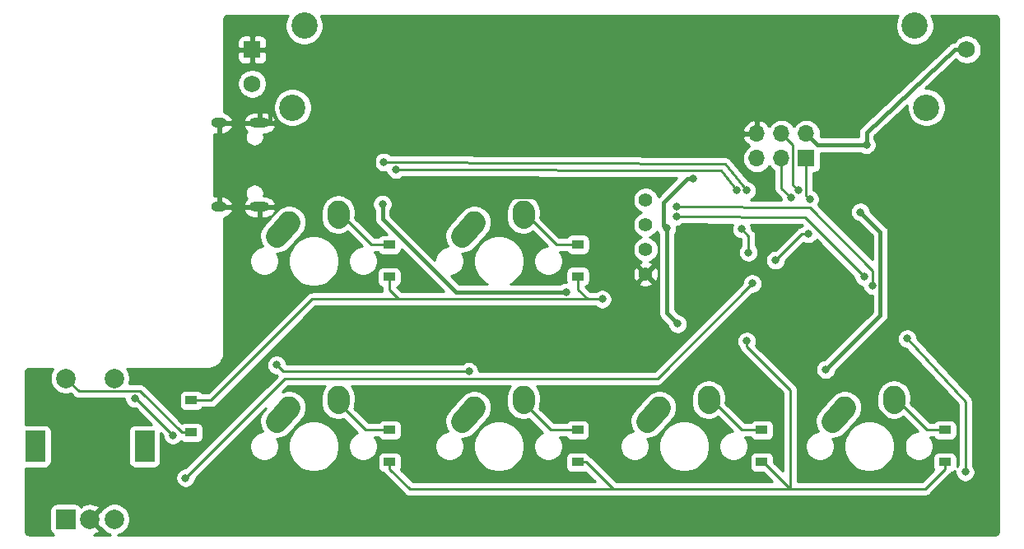
<source format=gtl>
G04 #@! TF.GenerationSoftware,KiCad,Pcbnew,(5.1.4)-1*
G04 #@! TF.CreationDate,2020-09-16T16:25:40+03:00*
G04 #@! TF.ProjectId,MacroBoardPcb,4d616372-6f42-46f6-9172-645063622e6b,rev?*
G04 #@! TF.SameCoordinates,Original*
G04 #@! TF.FileFunction,Copper,L1,Top*
G04 #@! TF.FilePolarity,Positive*
%FSLAX46Y46*%
G04 Gerber Fmt 4.6, Leading zero omitted, Abs format (unit mm)*
G04 Created by KiCad (PCBNEW (5.1.4)-1) date 2020-09-16 16:25:40*
%MOMM*%
%LPD*%
G04 APERTURE LIST*
%ADD10C,1.397000*%
%ADD11O,2.100000X1.000000*%
%ADD12O,1.600000X1.000000*%
%ADD13R,2.000000X2.000000*%
%ADD14C,2.000000*%
%ADD15R,2.000000X3.200000*%
%ADD16C,2.700000*%
%ADD17C,1.750000*%
%ADD18R,1.750000X1.750000*%
%ADD19C,2.250000*%
%ADD20C,2.250000*%
%ADD21O,1.700000X1.700000*%
%ADD22R,1.700000X1.700000*%
%ADD23R,1.200000X0.900000*%
%ADD24C,0.800000*%
%ADD25C,0.381000*%
%ADD26C,0.254000*%
G04 APERTURE END LIST*
D10*
X158134193Y-93433132D03*
X158134193Y-90893132D03*
X158134193Y-88353132D03*
X158134193Y-85813132D03*
D11*
X118430000Y-86530000D03*
X118430000Y-77890000D03*
D12*
X114250000Y-86530000D03*
X114250000Y-77890000D03*
D13*
X98484193Y-118648132D03*
D14*
X100984193Y-118648132D03*
X103484193Y-118648132D03*
D15*
X95384193Y-111148132D03*
X106584193Y-111148132D03*
D14*
X98484193Y-104148132D03*
X103484193Y-104148132D03*
D16*
X187009193Y-76298132D03*
X121809193Y-76298132D03*
X185809193Y-67898132D03*
X123009193Y-67898132D03*
D17*
X191159193Y-70348132D03*
X117659193Y-73848132D03*
D18*
X117659193Y-70348132D03*
D19*
X159584193Y-107148132D03*
X158929194Y-107878132D03*
D20*
X158274193Y-108608132D02*
X159584195Y-107148132D01*
D19*
X164624193Y-106068132D03*
X164604193Y-106358132D03*
D20*
X164584193Y-106648132D02*
X164624193Y-106068132D01*
D19*
X140534193Y-107148132D03*
X139879194Y-107878132D03*
D20*
X139224193Y-108608132D02*
X140534195Y-107148132D01*
D19*
X145574193Y-106068132D03*
X145554193Y-106358132D03*
D20*
X145534193Y-106648132D02*
X145574193Y-106068132D01*
D19*
X121484193Y-107148132D03*
X120829194Y-107878132D03*
D20*
X120174193Y-108608132D02*
X121484195Y-107148132D01*
D19*
X126524193Y-106068132D03*
X126504193Y-106358132D03*
D20*
X126484193Y-106648132D02*
X126524193Y-106068132D01*
D19*
X178634193Y-107148132D03*
X177979194Y-107878132D03*
D20*
X177324193Y-108608132D02*
X178634195Y-107148132D01*
D19*
X183674193Y-106068132D03*
X183654193Y-106358132D03*
D20*
X183634193Y-106648132D02*
X183674193Y-106068132D01*
D19*
X140534193Y-88098132D03*
X139879194Y-88828132D03*
D20*
X139224193Y-89558132D02*
X140534195Y-88098132D01*
D19*
X145574193Y-87018132D03*
X145554193Y-87308132D03*
D20*
X145534193Y-87598132D02*
X145574193Y-87018132D01*
D19*
X121484193Y-88098132D03*
X120829194Y-88828132D03*
D20*
X120174193Y-89558132D02*
X121484195Y-88098132D01*
D19*
X126524193Y-87018132D03*
X126504193Y-87308132D03*
D20*
X126484193Y-87598132D02*
X126524193Y-87018132D01*
D21*
X169560000Y-78990000D03*
X169560000Y-81530000D03*
X172100000Y-78990000D03*
X172100000Y-81530000D03*
X174640000Y-78990000D03*
D22*
X174640000Y-81530000D03*
D23*
X111379000Y-109727000D03*
X111379000Y-106427000D03*
X170060000Y-109475000D03*
X170060000Y-112775000D03*
X151140000Y-109475000D03*
X151140000Y-112775000D03*
X131790000Y-109475000D03*
X131790000Y-112775000D03*
X188912500Y-109475000D03*
X188912500Y-112775000D03*
X151160000Y-90380000D03*
X151160000Y-93680000D03*
X131762500Y-90425000D03*
X131762500Y-93725000D03*
D24*
X132334000Y-85471000D03*
X184658000Y-113157000D03*
X178308000Y-103759000D03*
X130175000Y-81026000D03*
X166751000Y-79502000D03*
X180848000Y-75946000D03*
X170303500Y-88903500D03*
X173841000Y-96130000D03*
X180848000Y-80137000D03*
X131064000Y-86233000D03*
X149953341Y-95285000D03*
X176657000Y-103251000D03*
X180213000Y-87045500D03*
X160302825Y-88724500D03*
X163011690Y-83622346D03*
X161417000Y-98552000D03*
X153670000Y-96012000D03*
X168529000Y-100330000D03*
X173863000Y-84836000D03*
X173101000Y-85598000D03*
X175006000Y-85725000D03*
X139954000Y-103435121D03*
X120174193Y-102775193D03*
X180594000Y-93726000D03*
X161294747Y-87507747D03*
X181483000Y-94615000D03*
X161294565Y-86491565D03*
X168529000Y-84836000D03*
X131188899Y-81917101D03*
X167528997Y-84836000D03*
X132461000Y-82677000D03*
X168000000Y-88800000D03*
X168700000Y-91200000D03*
X191008000Y-113792000D03*
X185039000Y-100076000D03*
X174879000Y-89281000D03*
X110800000Y-114400000D03*
X171500000Y-92000000D03*
X169100000Y-94400000D03*
X105568031Y-106231969D03*
X109500000Y-110000000D03*
D25*
X119460000Y-77009000D02*
X119460000Y-77890000D01*
X119460000Y-73404939D02*
X119460000Y-77009000D01*
X117659193Y-71604132D02*
X119460000Y-73404939D01*
X117659193Y-70348132D02*
X117659193Y-71604132D01*
X184658000Y-113157000D02*
X184658000Y-110109000D01*
X184658000Y-110109000D02*
X178308000Y-103759000D01*
X150172061Y-85471000D02*
X158134193Y-93433132D01*
X132334000Y-85471000D02*
X150172061Y-85471000D01*
X130175000Y-83312000D02*
X132334000Y-85471000D01*
X130175000Y-81026000D02*
X130175000Y-83312000D01*
X166751000Y-79502000D02*
X170307000Y-75946000D01*
X170307000Y-75946000D02*
X180848000Y-75946000D01*
X175787000Y-80137000D02*
X174640000Y-78990000D01*
X180848000Y-80137000D02*
X175787000Y-80137000D01*
X180848000Y-78867000D02*
X189921757Y-70348132D01*
X180848000Y-80137000D02*
X180848000Y-78867000D01*
X189921757Y-70348132D02*
X191159193Y-70348132D01*
X138592000Y-95285000D02*
X149953341Y-95285000D01*
X131064000Y-86233000D02*
X131064000Y-87757000D01*
X131064000Y-87757000D02*
X138592000Y-95285000D01*
X182273501Y-89106001D02*
X180213000Y-87045500D01*
X182273501Y-97634499D02*
X182273501Y-89106001D01*
X176657000Y-103251000D02*
X182273501Y-97634499D01*
X159991499Y-88413174D02*
X160302825Y-88724500D01*
X163011690Y-83622346D02*
X162446005Y-83622346D01*
X162446005Y-83622346D02*
X159991499Y-86076852D01*
X159991499Y-86076852D02*
X159991499Y-88413174D01*
X160302825Y-97437825D02*
X160302825Y-88724500D01*
X161417000Y-98552000D02*
X160302825Y-97437825D01*
D26*
X127104193Y-87598132D02*
X126484193Y-87598132D01*
X129931061Y-90425000D02*
X127104193Y-87598132D01*
X131762500Y-90425000D02*
X129931061Y-90425000D01*
X149532000Y-96012000D02*
X132715000Y-96012000D01*
X132715000Y-96012000D02*
X131762500Y-95059500D01*
X131762500Y-95059500D02*
X131762500Y-93725000D01*
X132715000Y-96012000D02*
X123854500Y-96012000D01*
X149606000Y-96012000D02*
X149569000Y-95975000D01*
X149569000Y-95975000D02*
X149532000Y-96012000D01*
X151160000Y-95026000D02*
X152146000Y-96012000D01*
X151160000Y-93680000D02*
X151160000Y-95026000D01*
X153670000Y-96012000D02*
X152146000Y-96012000D01*
X152146000Y-96012000D02*
X149606000Y-96012000D01*
X113439500Y-106427000D02*
X111379000Y-106427000D01*
X123854500Y-96012000D02*
X113439500Y-106427000D01*
X146154193Y-87598132D02*
X145534193Y-87598132D01*
X148936061Y-90380000D02*
X146154193Y-87598132D01*
X151160000Y-90380000D02*
X148936061Y-90380000D01*
X184254193Y-106648132D02*
X183634193Y-106648132D01*
X187081061Y-109475000D02*
X184254193Y-106648132D01*
X188912500Y-109475000D02*
X187081061Y-109475000D01*
X129311061Y-109475000D02*
X131790000Y-109475000D01*
X126484193Y-106648132D02*
X129311061Y-109475000D01*
X170060000Y-112775000D02*
X169910000Y-112775000D01*
X151994000Y-112775000D02*
X151140000Y-112775000D01*
X154789000Y-115570000D02*
X151994000Y-112775000D01*
X133881000Y-115570000D02*
X154789000Y-115570000D01*
X131790000Y-113479000D02*
X133881000Y-115570000D01*
X131790000Y-112775000D02*
X131790000Y-113479000D01*
X172974000Y-115539000D02*
X172974000Y-115570000D01*
X170210000Y-112775000D02*
X172974000Y-115539000D01*
X170060000Y-112775000D02*
X170210000Y-112775000D01*
X172974000Y-115570000D02*
X154789000Y-115570000D01*
X186852500Y-115539000D02*
X172974000Y-115539000D01*
X188912500Y-113479000D02*
X186852500Y-115539000D01*
X188912500Y-112775000D02*
X188912500Y-113479000D01*
X172974000Y-105340685D02*
X172974000Y-115539000D01*
X168529000Y-100895685D02*
X172974000Y-105340685D01*
X168529000Y-100330000D02*
X168529000Y-100895685D01*
X148361061Y-109475000D02*
X151140000Y-109475000D01*
X145534193Y-106648132D02*
X148361061Y-109475000D01*
X168031061Y-109475000D02*
X164624193Y-106068132D01*
X170060000Y-109475000D02*
X168031061Y-109475000D01*
X110398000Y-109727000D02*
X111379000Y-109727000D01*
X106146133Y-105475133D02*
X110398000Y-109727000D01*
X98484193Y-104148132D02*
X99811194Y-105475133D01*
X99811194Y-105475133D02*
X106146133Y-105475133D01*
X173277001Y-84250001D02*
X173863000Y-84836000D01*
X172100000Y-78990000D02*
X173277001Y-80167001D01*
X173277001Y-80167001D02*
X173277001Y-84250001D01*
X172100000Y-81530000D02*
X172100000Y-84597000D01*
X172100000Y-84597000D02*
X173101000Y-85598000D01*
X174640000Y-81530000D02*
X174640000Y-85359000D01*
X174640000Y-85359000D02*
X175006000Y-85725000D01*
X120834121Y-103435121D02*
X120174193Y-102775193D01*
X139954000Y-103435121D02*
X120834121Y-103435121D01*
X139224193Y-108458132D02*
X140534193Y-107148132D01*
X139224193Y-108608132D02*
X139224193Y-108458132D01*
X174498000Y-87630000D02*
X180594000Y-93726000D01*
X161294747Y-87507747D02*
X174498000Y-87630000D01*
X181483000Y-93055864D02*
X181483000Y-94615000D01*
X175041136Y-86614000D02*
X181483000Y-93055864D01*
X161294565Y-86491565D02*
X175041136Y-86614000D01*
X166300150Y-82111850D02*
X168529000Y-84836000D01*
X131188899Y-81917101D02*
X166300150Y-82111850D01*
X165862000Y-82804000D02*
X167528997Y-84836000D01*
X132461000Y-82677000D02*
X165862000Y-82804000D01*
X168700000Y-89500000D02*
X168000000Y-88800000D01*
X168700000Y-91200000D02*
X168700000Y-89500000D01*
X191008000Y-106553000D02*
X191008000Y-113792000D01*
X185039000Y-100076000D02*
X191008000Y-106553000D01*
X174313315Y-89281000D02*
X174879000Y-89281000D01*
X174313315Y-89281000D02*
X174219000Y-89281000D01*
X174219000Y-89281000D02*
X171500000Y-92000000D01*
X121037878Y-104162122D02*
X110800000Y-114400000D01*
X169100000Y-94400000D02*
X159337878Y-104162122D01*
X159337878Y-104162122D02*
X121037878Y-104162122D01*
X105731969Y-106231969D02*
X105568031Y-106231969D01*
X109500000Y-110000000D02*
X105731969Y-106231969D01*
G36*
X121250108Y-66957882D02*
G01*
X121100475Y-67319129D01*
X121024193Y-67702627D01*
X121024193Y-68093637D01*
X121100475Y-68477135D01*
X121250108Y-68838382D01*
X121467342Y-69163496D01*
X121743829Y-69439983D01*
X122068943Y-69657217D01*
X122430190Y-69806850D01*
X122813688Y-69883132D01*
X123204698Y-69883132D01*
X123588196Y-69806850D01*
X123949443Y-69657217D01*
X124274557Y-69439983D01*
X124551044Y-69163496D01*
X124768278Y-68838382D01*
X124917911Y-68477135D01*
X124994193Y-68093637D01*
X124994193Y-67702627D01*
X124917911Y-67319129D01*
X124768278Y-66957882D01*
X124702875Y-66860000D01*
X184115511Y-66860000D01*
X184050108Y-66957882D01*
X183900475Y-67319129D01*
X183824193Y-67702627D01*
X183824193Y-68093637D01*
X183900475Y-68477135D01*
X184050108Y-68838382D01*
X184267342Y-69163496D01*
X184543829Y-69439983D01*
X184868943Y-69657217D01*
X185230190Y-69806850D01*
X185613688Y-69883132D01*
X186004698Y-69883132D01*
X186388196Y-69806850D01*
X186749443Y-69657217D01*
X187074557Y-69439983D01*
X187351044Y-69163496D01*
X187568278Y-68838382D01*
X187717911Y-68477135D01*
X187794193Y-68093637D01*
X187794193Y-67702627D01*
X187717911Y-67319129D01*
X187568278Y-66957882D01*
X187502875Y-66860000D01*
X194067721Y-66860000D01*
X194165424Y-66869580D01*
X194228356Y-66888580D01*
X194286405Y-66919445D01*
X194337343Y-66960989D01*
X194379248Y-67011644D01*
X194410515Y-67069471D01*
X194429956Y-67132272D01*
X194440000Y-67227835D01*
X194440001Y-119867711D01*
X194430420Y-119965424D01*
X194411420Y-120028357D01*
X194380554Y-120086406D01*
X194339011Y-120137343D01*
X194288356Y-120179248D01*
X194230529Y-120210515D01*
X194167728Y-120229956D01*
X194072165Y-120240000D01*
X103862066Y-120240000D01*
X103961105Y-120220300D01*
X104258656Y-120097050D01*
X104526445Y-119918119D01*
X104754180Y-119690384D01*
X104933111Y-119422595D01*
X105056361Y-119125044D01*
X105119193Y-118809165D01*
X105119193Y-118487099D01*
X105056361Y-118171220D01*
X104933111Y-117873669D01*
X104754180Y-117605880D01*
X104526445Y-117378145D01*
X104258656Y-117199214D01*
X103961105Y-117075964D01*
X103645226Y-117013132D01*
X103323160Y-117013132D01*
X103007281Y-117075964D01*
X102709730Y-117199214D01*
X102441941Y-117378145D01*
X102214206Y-117605880D01*
X102149268Y-117703067D01*
X102119606Y-117692324D01*
X101163798Y-118648132D01*
X102119606Y-119603940D01*
X102149268Y-119593197D01*
X102214206Y-119690384D01*
X102441941Y-119918119D01*
X102709730Y-120097050D01*
X103007281Y-120220300D01*
X103106320Y-120240000D01*
X101383505Y-120240000D01*
X101670281Y-120140927D01*
X101844237Y-120047946D01*
X101940001Y-119783545D01*
X100984193Y-118827737D01*
X100970051Y-118841880D01*
X100790446Y-118662275D01*
X100804588Y-118648132D01*
X100790446Y-118633990D01*
X100970051Y-118454385D01*
X100984193Y-118468527D01*
X101940001Y-117512719D01*
X101844237Y-117248318D01*
X101554622Y-117107428D01*
X101243085Y-117025748D01*
X100921598Y-117006414D01*
X100602518Y-117050171D01*
X100298105Y-117155337D01*
X100124149Y-117248318D01*
X100070169Y-117397355D01*
X100014730Y-117293638D01*
X99935378Y-117196947D01*
X99838687Y-117117595D01*
X99728373Y-117058630D01*
X99608675Y-117022320D01*
X99484193Y-117010060D01*
X97484193Y-117010060D01*
X97359711Y-117022320D01*
X97240013Y-117058630D01*
X97129699Y-117117595D01*
X97033008Y-117196947D01*
X96953656Y-117293638D01*
X96894691Y-117403952D01*
X96858381Y-117523650D01*
X96846121Y-117648132D01*
X96846121Y-119648132D01*
X96858381Y-119772614D01*
X96894691Y-119892312D01*
X96953656Y-120002626D01*
X97033008Y-120099317D01*
X97129699Y-120178669D01*
X97240013Y-120237634D01*
X97247813Y-120240000D01*
X94732279Y-120240000D01*
X94634576Y-120230420D01*
X94571643Y-120211420D01*
X94513594Y-120180554D01*
X94462657Y-120139011D01*
X94420752Y-120088356D01*
X94389485Y-120030529D01*
X94370044Y-119967728D01*
X94360000Y-119872165D01*
X94360000Y-114298061D01*
X109765000Y-114298061D01*
X109765000Y-114501939D01*
X109804774Y-114701898D01*
X109882795Y-114890256D01*
X109996063Y-115059774D01*
X110140226Y-115203937D01*
X110309744Y-115317205D01*
X110498102Y-115395226D01*
X110698061Y-115435000D01*
X110901939Y-115435000D01*
X111101898Y-115395226D01*
X111290256Y-115317205D01*
X111459774Y-115203937D01*
X111603937Y-115059774D01*
X111717205Y-114890256D01*
X111795226Y-114701898D01*
X111835000Y-114501939D01*
X111835000Y-114442630D01*
X119032945Y-107244686D01*
X118806477Y-107497085D01*
X118652751Y-107706546D01*
X118506094Y-108020688D01*
X118423542Y-108357406D01*
X118408266Y-108703758D01*
X118460854Y-109046436D01*
X118579284Y-109372271D01*
X118742068Y-109640798D01*
X118463742Y-109696161D01*
X118188940Y-109809988D01*
X117941624Y-109975239D01*
X117731300Y-110185563D01*
X117566049Y-110432879D01*
X117452222Y-110707681D01*
X117394193Y-110999410D01*
X117394193Y-111296854D01*
X117452222Y-111588583D01*
X117566049Y-111863385D01*
X117731300Y-112110701D01*
X117941624Y-112321025D01*
X118188940Y-112486276D01*
X118463742Y-112600103D01*
X118755471Y-112658132D01*
X119052915Y-112658132D01*
X119344644Y-112600103D01*
X119619446Y-112486276D01*
X119866762Y-112321025D01*
X120077086Y-112110701D01*
X120242337Y-111863385D01*
X120356164Y-111588583D01*
X120414193Y-111296854D01*
X120414193Y-110999410D01*
X120392273Y-110889208D01*
X121355293Y-110889208D01*
X121355293Y-111407056D01*
X121456320Y-111914954D01*
X121654492Y-112393383D01*
X121942193Y-112823958D01*
X122308367Y-113190132D01*
X122738942Y-113477833D01*
X123217371Y-113676005D01*
X123725269Y-113777032D01*
X124243117Y-113777032D01*
X124751015Y-113676005D01*
X125229444Y-113477833D01*
X125660019Y-113190132D01*
X126026193Y-112823958D01*
X126313894Y-112393383D01*
X126512066Y-111914954D01*
X126613093Y-111407056D01*
X126613093Y-110889208D01*
X126512066Y-110381310D01*
X126313894Y-109902881D01*
X126026193Y-109472306D01*
X125660019Y-109106132D01*
X125229444Y-108818431D01*
X124751015Y-108620259D01*
X124243117Y-108519232D01*
X123725269Y-108519232D01*
X123217371Y-108620259D01*
X122738942Y-108818431D01*
X122308367Y-109106132D01*
X121942193Y-109472306D01*
X121654492Y-109902881D01*
X121456320Y-110381310D01*
X121355293Y-110889208D01*
X120392273Y-110889208D01*
X120356164Y-110707681D01*
X120242337Y-110432879D01*
X120201007Y-110371024D01*
X120269819Y-110374059D01*
X120612497Y-110321471D01*
X120938332Y-110203041D01*
X121234800Y-110023319D01*
X121426436Y-109847874D01*
X122762393Y-108358948D01*
X122851274Y-108270067D01*
X122926020Y-108158202D01*
X123005637Y-108049719D01*
X123022172Y-108014301D01*
X123043885Y-107981805D01*
X123095368Y-107857514D01*
X123152294Y-107735577D01*
X123161603Y-107697608D01*
X123176557Y-107661505D01*
X123202803Y-107529558D01*
X123234846Y-107398859D01*
X123236568Y-107359809D01*
X123244193Y-107321477D01*
X123244193Y-107186934D01*
X123250122Y-107052506D01*
X123244193Y-107013871D01*
X123244193Y-106974787D01*
X123217944Y-106842823D01*
X123197534Y-106709828D01*
X123184182Y-106673093D01*
X123176557Y-106634759D01*
X123125067Y-106510452D01*
X123079104Y-106383993D01*
X123058843Y-106350570D01*
X123043885Y-106314459D01*
X122969128Y-106202578D01*
X122899382Y-106087525D01*
X122872991Y-106058698D01*
X122851274Y-106026197D01*
X122756127Y-105931050D01*
X122665276Y-105831815D01*
X122633768Y-105808691D01*
X122606128Y-105781051D01*
X122494243Y-105706291D01*
X122385781Y-105626690D01*
X122350369Y-105610158D01*
X122317866Y-105588440D01*
X122193546Y-105536945D01*
X122071639Y-105480033D01*
X122033679Y-105470727D01*
X121997566Y-105455768D01*
X121865581Y-105429514D01*
X121734921Y-105397481D01*
X121695882Y-105395759D01*
X121657538Y-105388132D01*
X121522951Y-105388132D01*
X121388568Y-105382205D01*
X121349946Y-105388132D01*
X121310848Y-105388132D01*
X121178837Y-105414391D01*
X121045890Y-105434793D01*
X121009169Y-105448140D01*
X120970820Y-105455768D01*
X120846462Y-105507279D01*
X120726893Y-105550738D01*
X121353509Y-104924122D01*
X125179187Y-104924122D01*
X125157112Y-104946197D01*
X125142654Y-104967835D01*
X125124812Y-104986755D01*
X125046503Y-105111734D01*
X124964501Y-105234459D01*
X124954541Y-105258504D01*
X124940734Y-105280540D01*
X124888312Y-105418396D01*
X124831829Y-105554759D01*
X124826752Y-105580284D01*
X124817509Y-105604590D01*
X124792987Y-105750030D01*
X124764193Y-105894787D01*
X124764193Y-106007518D01*
X124722416Y-106613289D01*
X124730033Y-106872994D01*
X124807606Y-107210893D01*
X124949612Y-107527166D01*
X125150589Y-107809658D01*
X125402817Y-108047513D01*
X125696601Y-108231591D01*
X126020652Y-108354816D01*
X126362516Y-108412456D01*
X126709055Y-108402292D01*
X127046954Y-108324719D01*
X127071934Y-108313503D01*
X128504134Y-109745704D01*
X128348940Y-109809988D01*
X128101624Y-109975239D01*
X127891300Y-110185563D01*
X127726049Y-110432879D01*
X127612222Y-110707681D01*
X127554193Y-110999410D01*
X127554193Y-111296854D01*
X127612222Y-111588583D01*
X127726049Y-111863385D01*
X127891300Y-112110701D01*
X128101624Y-112321025D01*
X128348940Y-112486276D01*
X128623742Y-112600103D01*
X128915471Y-112658132D01*
X129212915Y-112658132D01*
X129504644Y-112600103D01*
X129779446Y-112486276D01*
X130020812Y-112325000D01*
X130551928Y-112325000D01*
X130551928Y-113225000D01*
X130564188Y-113349482D01*
X130600498Y-113469180D01*
X130659463Y-113579494D01*
X130738815Y-113676185D01*
X130835506Y-113755537D01*
X130945820Y-113814502D01*
X131065518Y-113850812D01*
X131128006Y-113856966D01*
X131153355Y-113904392D01*
X131224721Y-113991351D01*
X131248579Y-114020422D01*
X131277649Y-114044279D01*
X133315716Y-116082346D01*
X133339578Y-116111422D01*
X133413219Y-116171857D01*
X133455607Y-116206645D01*
X133526364Y-116244465D01*
X133587985Y-116277402D01*
X133731622Y-116320974D01*
X133843574Y-116332000D01*
X133843577Y-116332000D01*
X133881000Y-116335686D01*
X133918423Y-116332000D01*
X154751577Y-116332000D01*
X154789000Y-116335686D01*
X154826423Y-116332000D01*
X172936575Y-116332000D01*
X172974000Y-116335686D01*
X173123378Y-116320974D01*
X173189223Y-116301000D01*
X186815077Y-116301000D01*
X186852500Y-116304686D01*
X186889923Y-116301000D01*
X186889926Y-116301000D01*
X187001878Y-116289974D01*
X187145515Y-116246402D01*
X187277892Y-116175645D01*
X187393922Y-116080422D01*
X187417784Y-116051346D01*
X189424852Y-114044279D01*
X189453922Y-114020422D01*
X189481272Y-113987096D01*
X189549145Y-113904393D01*
X189574495Y-113856966D01*
X189636982Y-113850812D01*
X189756680Y-113814502D01*
X189866994Y-113755537D01*
X189963685Y-113676185D01*
X189979623Y-113656764D01*
X189973000Y-113690061D01*
X189973000Y-113893939D01*
X190012774Y-114093898D01*
X190090795Y-114282256D01*
X190204063Y-114451774D01*
X190348226Y-114595937D01*
X190517744Y-114709205D01*
X190706102Y-114787226D01*
X190906061Y-114827000D01*
X191109939Y-114827000D01*
X191309898Y-114787226D01*
X191498256Y-114709205D01*
X191667774Y-114595937D01*
X191811937Y-114451774D01*
X191925205Y-114282256D01*
X192003226Y-114093898D01*
X192043000Y-113893939D01*
X192043000Y-113690061D01*
X192003226Y-113490102D01*
X191925205Y-113301744D01*
X191811937Y-113132226D01*
X191770000Y-113090289D01*
X191770000Y-106606024D01*
X191773049Y-106584226D01*
X191770000Y-106531153D01*
X191770000Y-106515574D01*
X191767852Y-106493766D01*
X191764440Y-106434372D01*
X191760510Y-106419216D01*
X191758974Y-106403622D01*
X191741697Y-106346669D01*
X191726763Y-106289077D01*
X191719949Y-106274973D01*
X191715402Y-106259985D01*
X191687356Y-106207514D01*
X191661464Y-106153925D01*
X191652027Y-106141419D01*
X191644645Y-106127608D01*
X191606898Y-106081613D01*
X191593704Y-106064128D01*
X191583150Y-106052675D01*
X191549422Y-106011578D01*
X191532407Y-105997615D01*
X186074000Y-100074663D01*
X186074000Y-99974061D01*
X186034226Y-99774102D01*
X185956205Y-99585744D01*
X185842937Y-99416226D01*
X185698774Y-99272063D01*
X185529256Y-99158795D01*
X185340898Y-99080774D01*
X185140939Y-99041000D01*
X184937061Y-99041000D01*
X184737102Y-99080774D01*
X184548744Y-99158795D01*
X184379226Y-99272063D01*
X184235063Y-99416226D01*
X184121795Y-99585744D01*
X184043774Y-99774102D01*
X184004000Y-99974061D01*
X184004000Y-100177939D01*
X184043774Y-100377898D01*
X184121795Y-100566256D01*
X184235063Y-100735774D01*
X184379226Y-100879937D01*
X184548744Y-100993205D01*
X184737102Y-101071226D01*
X184937061Y-101111000D01*
X184956591Y-101111000D01*
X190246000Y-106850572D01*
X190246001Y-113090288D01*
X190204063Y-113132226D01*
X190150572Y-113212281D01*
X190150572Y-112325000D01*
X190138312Y-112200518D01*
X190102002Y-112080820D01*
X190043037Y-111970506D01*
X189963685Y-111873815D01*
X189866994Y-111794463D01*
X189756680Y-111735498D01*
X189636982Y-111699188D01*
X189512500Y-111686928D01*
X188312500Y-111686928D01*
X188188018Y-111699188D01*
X188068320Y-111735498D01*
X187958006Y-111794463D01*
X187861315Y-111873815D01*
X187781963Y-111970506D01*
X187722998Y-112080820D01*
X187686688Y-112200518D01*
X187674428Y-112325000D01*
X187674428Y-113225000D01*
X187686688Y-113349482D01*
X187722998Y-113469180D01*
X187765387Y-113548483D01*
X186536870Y-114777000D01*
X173736000Y-114777000D01*
X173736000Y-110999410D01*
X174544193Y-110999410D01*
X174544193Y-111296854D01*
X174602222Y-111588583D01*
X174716049Y-111863385D01*
X174881300Y-112110701D01*
X175091624Y-112321025D01*
X175338940Y-112486276D01*
X175613742Y-112600103D01*
X175905471Y-112658132D01*
X176202915Y-112658132D01*
X176494644Y-112600103D01*
X176769446Y-112486276D01*
X177016762Y-112321025D01*
X177227086Y-112110701D01*
X177392337Y-111863385D01*
X177506164Y-111588583D01*
X177564193Y-111296854D01*
X177564193Y-110999410D01*
X177542273Y-110889208D01*
X178505293Y-110889208D01*
X178505293Y-111407056D01*
X178606320Y-111914954D01*
X178804492Y-112393383D01*
X179092193Y-112823958D01*
X179458367Y-113190132D01*
X179888942Y-113477833D01*
X180367371Y-113676005D01*
X180875269Y-113777032D01*
X181393117Y-113777032D01*
X181901015Y-113676005D01*
X182379444Y-113477833D01*
X182810019Y-113190132D01*
X183176193Y-112823958D01*
X183463894Y-112393383D01*
X183662066Y-111914954D01*
X183763093Y-111407056D01*
X183763093Y-110889208D01*
X183662066Y-110381310D01*
X183463894Y-109902881D01*
X183176193Y-109472306D01*
X182810019Y-109106132D01*
X182379444Y-108818431D01*
X181901015Y-108620259D01*
X181393117Y-108519232D01*
X180875269Y-108519232D01*
X180367371Y-108620259D01*
X179888942Y-108818431D01*
X179458367Y-109106132D01*
X179092193Y-109472306D01*
X178804492Y-109902881D01*
X178606320Y-110381310D01*
X178505293Y-110889208D01*
X177542273Y-110889208D01*
X177506164Y-110707681D01*
X177392337Y-110432879D01*
X177351007Y-110371024D01*
X177419819Y-110374059D01*
X177762497Y-110321471D01*
X178088332Y-110203041D01*
X178384800Y-110023319D01*
X178576436Y-109847874D01*
X179912393Y-108358948D01*
X180001274Y-108270067D01*
X180076020Y-108158202D01*
X180155637Y-108049719D01*
X180172172Y-108014301D01*
X180193885Y-107981805D01*
X180245368Y-107857514D01*
X180302294Y-107735577D01*
X180311603Y-107697608D01*
X180326557Y-107661505D01*
X180352803Y-107529558D01*
X180384846Y-107398859D01*
X180386568Y-107359809D01*
X180394193Y-107321477D01*
X180394193Y-107186934D01*
X180400122Y-107052506D01*
X180394193Y-107013871D01*
X180394193Y-106974787D01*
X180367944Y-106842823D01*
X180347534Y-106709828D01*
X180334182Y-106673093D01*
X180326557Y-106634759D01*
X180317664Y-106613289D01*
X181872416Y-106613289D01*
X181880033Y-106872994D01*
X181957606Y-107210893D01*
X182099612Y-107527166D01*
X182300589Y-107809658D01*
X182552817Y-108047513D01*
X182846601Y-108231591D01*
X183170652Y-108354816D01*
X183512516Y-108412456D01*
X183859055Y-108402292D01*
X184196954Y-108324719D01*
X184513227Y-108182713D01*
X184628870Y-108100439D01*
X186166562Y-109638132D01*
X186065471Y-109638132D01*
X185773742Y-109696161D01*
X185498940Y-109809988D01*
X185251624Y-109975239D01*
X185041300Y-110185563D01*
X184876049Y-110432879D01*
X184762222Y-110707681D01*
X184704193Y-110999410D01*
X184704193Y-111296854D01*
X184762222Y-111588583D01*
X184876049Y-111863385D01*
X185041300Y-112110701D01*
X185251624Y-112321025D01*
X185498940Y-112486276D01*
X185773742Y-112600103D01*
X186065471Y-112658132D01*
X186362915Y-112658132D01*
X186654644Y-112600103D01*
X186929446Y-112486276D01*
X187176762Y-112321025D01*
X187387086Y-112110701D01*
X187552337Y-111863385D01*
X187666164Y-111588583D01*
X187724193Y-111296854D01*
X187724193Y-110999410D01*
X187666164Y-110707681D01*
X187552337Y-110432879D01*
X187421455Y-110237000D01*
X187759249Y-110237000D01*
X187781963Y-110279494D01*
X187861315Y-110376185D01*
X187958006Y-110455537D01*
X188068320Y-110514502D01*
X188188018Y-110550812D01*
X188312500Y-110563072D01*
X189512500Y-110563072D01*
X189636982Y-110550812D01*
X189756680Y-110514502D01*
X189866994Y-110455537D01*
X189963685Y-110376185D01*
X190043037Y-110279494D01*
X190102002Y-110169180D01*
X190138312Y-110049482D01*
X190150572Y-109925000D01*
X190150572Y-109025000D01*
X190138312Y-108900518D01*
X190102002Y-108780820D01*
X190043037Y-108670506D01*
X189963685Y-108573815D01*
X189866994Y-108494463D01*
X189756680Y-108435498D01*
X189636982Y-108399188D01*
X189512500Y-108386928D01*
X188312500Y-108386928D01*
X188188018Y-108399188D01*
X188068320Y-108435498D01*
X187958006Y-108494463D01*
X187861315Y-108573815D01*
X187781963Y-108670506D01*
X187759249Y-108713000D01*
X187396692Y-108713000D01*
X185394080Y-106710388D01*
X185422292Y-106301307D01*
X185434193Y-106241477D01*
X185434193Y-106128743D01*
X185435970Y-106102976D01*
X185434193Y-106042388D01*
X185434193Y-105894787D01*
X185429115Y-105869260D01*
X185428353Y-105843269D01*
X185395352Y-105699519D01*
X185366557Y-105554759D01*
X185356600Y-105530720D01*
X185350780Y-105505370D01*
X185290370Y-105370826D01*
X185233885Y-105234459D01*
X185219423Y-105212815D01*
X185208774Y-105189098D01*
X185123289Y-105068941D01*
X185041274Y-104946197D01*
X185022871Y-104927794D01*
X185007797Y-104906606D01*
X184900504Y-104805427D01*
X184796128Y-104701051D01*
X184774487Y-104686591D01*
X184755569Y-104668751D01*
X184630600Y-104590448D01*
X184507866Y-104508440D01*
X184483821Y-104498480D01*
X184461785Y-104484673D01*
X184323933Y-104432253D01*
X184187566Y-104375768D01*
X184162039Y-104370690D01*
X184137734Y-104361448D01*
X183992301Y-104336927D01*
X183847538Y-104308132D01*
X183821516Y-104308132D01*
X183795870Y-104303808D01*
X183648430Y-104308132D01*
X183500848Y-104308132D01*
X183475326Y-104313209D01*
X183449331Y-104313971D01*
X183305568Y-104346976D01*
X183160820Y-104375768D01*
X183136780Y-104385726D01*
X183111432Y-104391545D01*
X182976882Y-104451957D01*
X182840520Y-104508440D01*
X182818880Y-104522899D01*
X182795159Y-104533550D01*
X182674989Y-104619045D01*
X182552258Y-104701051D01*
X182533855Y-104719454D01*
X182512667Y-104734528D01*
X182411481Y-104841828D01*
X182307112Y-104946197D01*
X182292654Y-104967835D01*
X182274812Y-104986755D01*
X182196503Y-105111734D01*
X182114501Y-105234459D01*
X182104541Y-105258504D01*
X182090734Y-105280540D01*
X182038312Y-105418396D01*
X181981829Y-105554759D01*
X181976752Y-105580284D01*
X181967509Y-105604590D01*
X181942987Y-105750030D01*
X181914193Y-105894787D01*
X181914193Y-106007518D01*
X181872416Y-106613289D01*
X180317664Y-106613289D01*
X180275067Y-106510452D01*
X180229104Y-106383993D01*
X180208843Y-106350570D01*
X180193885Y-106314459D01*
X180119128Y-106202578D01*
X180049382Y-106087525D01*
X180022991Y-106058698D01*
X180001274Y-106026197D01*
X179906127Y-105931050D01*
X179815276Y-105831815D01*
X179783768Y-105808691D01*
X179756128Y-105781051D01*
X179644243Y-105706291D01*
X179535781Y-105626690D01*
X179500369Y-105610158D01*
X179467866Y-105588440D01*
X179343546Y-105536945D01*
X179221639Y-105480033D01*
X179183679Y-105470727D01*
X179147566Y-105455768D01*
X179015581Y-105429514D01*
X178884921Y-105397481D01*
X178845882Y-105395759D01*
X178807538Y-105388132D01*
X178672951Y-105388132D01*
X178538568Y-105382205D01*
X178499946Y-105388132D01*
X178460848Y-105388132D01*
X178328837Y-105414391D01*
X178195890Y-105434793D01*
X178159169Y-105448140D01*
X178120820Y-105455768D01*
X177996462Y-105507279D01*
X177870056Y-105553223D01*
X177836647Y-105573476D01*
X177800520Y-105588440D01*
X177688593Y-105663227D01*
X177573587Y-105732945D01*
X177544771Y-105759327D01*
X177512258Y-105781051D01*
X177417080Y-105876229D01*
X177381951Y-105908390D01*
X177356030Y-105937279D01*
X177267112Y-106026197D01*
X177240466Y-106066075D01*
X175956477Y-107497085D01*
X175802751Y-107706546D01*
X175656094Y-108020688D01*
X175573542Y-108357406D01*
X175558266Y-108703758D01*
X175610854Y-109046436D01*
X175729284Y-109372271D01*
X175892068Y-109640798D01*
X175613742Y-109696161D01*
X175338940Y-109809988D01*
X175091624Y-109975239D01*
X174881300Y-110185563D01*
X174716049Y-110432879D01*
X174602222Y-110707681D01*
X174544193Y-110999410D01*
X173736000Y-110999410D01*
X173736000Y-105378107D01*
X173739686Y-105340684D01*
X173733762Y-105280540D01*
X173724974Y-105191307D01*
X173681402Y-105047670D01*
X173610645Y-104915293D01*
X173515422Y-104799263D01*
X173486353Y-104775407D01*
X169471100Y-100760155D01*
X169524226Y-100631898D01*
X169564000Y-100431939D01*
X169564000Y-100228061D01*
X169524226Y-100028102D01*
X169446205Y-99839744D01*
X169332937Y-99670226D01*
X169188774Y-99526063D01*
X169019256Y-99412795D01*
X168830898Y-99334774D01*
X168630939Y-99295000D01*
X168427061Y-99295000D01*
X168227102Y-99334774D01*
X168038744Y-99412795D01*
X167869226Y-99526063D01*
X167725063Y-99670226D01*
X167611795Y-99839744D01*
X167533774Y-100028102D01*
X167494000Y-100228061D01*
X167494000Y-100431939D01*
X167533774Y-100631898D01*
X167611795Y-100820256D01*
X167725063Y-100989774D01*
X167777772Y-101042483D01*
X167778026Y-101045063D01*
X167821598Y-101188700D01*
X167852870Y-101247205D01*
X167892355Y-101321077D01*
X167963721Y-101408036D01*
X167987579Y-101437107D01*
X168016649Y-101460964D01*
X172212000Y-105656316D01*
X172212001Y-113699370D01*
X171298072Y-112785442D01*
X171298072Y-112325000D01*
X171285812Y-112200518D01*
X171249502Y-112080820D01*
X171190537Y-111970506D01*
X171111185Y-111873815D01*
X171014494Y-111794463D01*
X170904180Y-111735498D01*
X170784482Y-111699188D01*
X170660000Y-111686928D01*
X169460000Y-111686928D01*
X169335518Y-111699188D01*
X169215820Y-111735498D01*
X169105506Y-111794463D01*
X169008815Y-111873815D01*
X168929463Y-111970506D01*
X168870498Y-112080820D01*
X168834188Y-112200518D01*
X168821928Y-112325000D01*
X168821928Y-113225000D01*
X168834188Y-113349482D01*
X168870498Y-113469180D01*
X168929463Y-113579494D01*
X169008815Y-113676185D01*
X169105506Y-113755537D01*
X169215820Y-113814502D01*
X169335518Y-113850812D01*
X169460000Y-113863072D01*
X170220442Y-113863072D01*
X171165369Y-114808000D01*
X155104631Y-114808000D01*
X152559284Y-112262654D01*
X152535422Y-112233578D01*
X152419392Y-112138355D01*
X152332937Y-112092144D01*
X152329502Y-112080820D01*
X152270537Y-111970506D01*
X152191185Y-111873815D01*
X152094494Y-111794463D01*
X151984180Y-111735498D01*
X151864482Y-111699188D01*
X151740000Y-111686928D01*
X150540000Y-111686928D01*
X150415518Y-111699188D01*
X150295820Y-111735498D01*
X150185506Y-111794463D01*
X150088815Y-111873815D01*
X150009463Y-111970506D01*
X149950498Y-112080820D01*
X149914188Y-112200518D01*
X149901928Y-112325000D01*
X149901928Y-113225000D01*
X149914188Y-113349482D01*
X149950498Y-113469180D01*
X150009463Y-113579494D01*
X150088815Y-113676185D01*
X150185506Y-113755537D01*
X150295820Y-113814502D01*
X150415518Y-113850812D01*
X150540000Y-113863072D01*
X151740000Y-113863072D01*
X151864482Y-113850812D01*
X151962460Y-113821091D01*
X152949369Y-114808000D01*
X134196630Y-114808000D01*
X132937113Y-113548483D01*
X132979502Y-113469180D01*
X133015812Y-113349482D01*
X133028072Y-113225000D01*
X133028072Y-112325000D01*
X133015812Y-112200518D01*
X132979502Y-112080820D01*
X132920537Y-111970506D01*
X132841185Y-111873815D01*
X132744494Y-111794463D01*
X132634180Y-111735498D01*
X132514482Y-111699188D01*
X132390000Y-111686928D01*
X131190000Y-111686928D01*
X131065518Y-111699188D01*
X130945820Y-111735498D01*
X130835506Y-111794463D01*
X130738815Y-111873815D01*
X130659463Y-111970506D01*
X130600498Y-112080820D01*
X130564188Y-112200518D01*
X130551928Y-112325000D01*
X130020812Y-112325000D01*
X130026762Y-112321025D01*
X130237086Y-112110701D01*
X130402337Y-111863385D01*
X130516164Y-111588583D01*
X130574193Y-111296854D01*
X130574193Y-110999410D01*
X136444193Y-110999410D01*
X136444193Y-111296854D01*
X136502222Y-111588583D01*
X136616049Y-111863385D01*
X136781300Y-112110701D01*
X136991624Y-112321025D01*
X137238940Y-112486276D01*
X137513742Y-112600103D01*
X137805471Y-112658132D01*
X138102915Y-112658132D01*
X138394644Y-112600103D01*
X138669446Y-112486276D01*
X138916762Y-112321025D01*
X139127086Y-112110701D01*
X139292337Y-111863385D01*
X139406164Y-111588583D01*
X139464193Y-111296854D01*
X139464193Y-110999410D01*
X139442273Y-110889208D01*
X140405293Y-110889208D01*
X140405293Y-111407056D01*
X140506320Y-111914954D01*
X140704492Y-112393383D01*
X140992193Y-112823958D01*
X141358367Y-113190132D01*
X141788942Y-113477833D01*
X142267371Y-113676005D01*
X142775269Y-113777032D01*
X143293117Y-113777032D01*
X143801015Y-113676005D01*
X144279444Y-113477833D01*
X144710019Y-113190132D01*
X145076193Y-112823958D01*
X145363894Y-112393383D01*
X145562066Y-111914954D01*
X145663093Y-111407056D01*
X145663093Y-110889208D01*
X145562066Y-110381310D01*
X145363894Y-109902881D01*
X145076193Y-109472306D01*
X144710019Y-109106132D01*
X144279444Y-108818431D01*
X143801015Y-108620259D01*
X143293117Y-108519232D01*
X142775269Y-108519232D01*
X142267371Y-108620259D01*
X141788942Y-108818431D01*
X141358367Y-109106132D01*
X140992193Y-109472306D01*
X140704492Y-109902881D01*
X140506320Y-110381310D01*
X140405293Y-110889208D01*
X139442273Y-110889208D01*
X139406164Y-110707681D01*
X139292337Y-110432879D01*
X139251007Y-110371024D01*
X139319819Y-110374059D01*
X139662497Y-110321471D01*
X139988332Y-110203041D01*
X140284800Y-110023319D01*
X140476436Y-109847874D01*
X141812393Y-108358948D01*
X141901274Y-108270067D01*
X141976020Y-108158202D01*
X142055637Y-108049719D01*
X142072172Y-108014301D01*
X142093885Y-107981805D01*
X142145368Y-107857514D01*
X142202294Y-107735577D01*
X142211603Y-107697608D01*
X142226557Y-107661505D01*
X142252803Y-107529558D01*
X142284846Y-107398859D01*
X142286568Y-107359809D01*
X142294193Y-107321477D01*
X142294193Y-107186934D01*
X142300122Y-107052506D01*
X142294193Y-107013871D01*
X142294193Y-106974787D01*
X142267944Y-106842823D01*
X142247534Y-106709828D01*
X142234182Y-106673093D01*
X142226557Y-106634759D01*
X142175067Y-106510452D01*
X142129104Y-106383993D01*
X142108843Y-106350570D01*
X142093885Y-106314459D01*
X142019128Y-106202578D01*
X141949382Y-106087525D01*
X141922991Y-106058698D01*
X141901274Y-106026197D01*
X141806127Y-105931050D01*
X141715276Y-105831815D01*
X141683768Y-105808691D01*
X141656128Y-105781051D01*
X141544243Y-105706291D01*
X141435781Y-105626690D01*
X141400369Y-105610158D01*
X141367866Y-105588440D01*
X141243546Y-105536945D01*
X141121639Y-105480033D01*
X141083679Y-105470727D01*
X141047566Y-105455768D01*
X140915581Y-105429514D01*
X140784921Y-105397481D01*
X140745882Y-105395759D01*
X140707538Y-105388132D01*
X140572951Y-105388132D01*
X140438568Y-105382205D01*
X140399946Y-105388132D01*
X140360848Y-105388132D01*
X140228837Y-105414391D01*
X140095890Y-105434793D01*
X140059169Y-105448140D01*
X140020820Y-105455768D01*
X139896462Y-105507279D01*
X139770056Y-105553223D01*
X139736647Y-105573476D01*
X139700520Y-105588440D01*
X139588593Y-105663227D01*
X139473587Y-105732945D01*
X139444771Y-105759327D01*
X139412258Y-105781051D01*
X139317080Y-105876229D01*
X139281951Y-105908390D01*
X139256030Y-105937279D01*
X139167112Y-106026197D01*
X139140466Y-106066075D01*
X137856477Y-107497085D01*
X137702751Y-107706546D01*
X137556094Y-108020688D01*
X137473542Y-108357406D01*
X137458266Y-108703758D01*
X137510854Y-109046436D01*
X137629284Y-109372271D01*
X137792068Y-109640798D01*
X137513742Y-109696161D01*
X137238940Y-109809988D01*
X136991624Y-109975239D01*
X136781300Y-110185563D01*
X136616049Y-110432879D01*
X136502222Y-110707681D01*
X136444193Y-110999410D01*
X130574193Y-110999410D01*
X130516164Y-110707681D01*
X130402337Y-110432879D01*
X130271455Y-110237000D01*
X130636749Y-110237000D01*
X130659463Y-110279494D01*
X130738815Y-110376185D01*
X130835506Y-110455537D01*
X130945820Y-110514502D01*
X131065518Y-110550812D01*
X131190000Y-110563072D01*
X132390000Y-110563072D01*
X132514482Y-110550812D01*
X132634180Y-110514502D01*
X132744494Y-110455537D01*
X132841185Y-110376185D01*
X132920537Y-110279494D01*
X132979502Y-110169180D01*
X133015812Y-110049482D01*
X133028072Y-109925000D01*
X133028072Y-109025000D01*
X133015812Y-108900518D01*
X132979502Y-108780820D01*
X132920537Y-108670506D01*
X132841185Y-108573815D01*
X132744494Y-108494463D01*
X132634180Y-108435498D01*
X132514482Y-108399188D01*
X132390000Y-108386928D01*
X131190000Y-108386928D01*
X131065518Y-108399188D01*
X130945820Y-108435498D01*
X130835506Y-108494463D01*
X130738815Y-108573815D01*
X130659463Y-108670506D01*
X130636749Y-108713000D01*
X129626692Y-108713000D01*
X128145278Y-107231587D01*
X128190877Y-107111673D01*
X128234074Y-106855471D01*
X128272292Y-106301307D01*
X128284193Y-106241477D01*
X128284193Y-106128743D01*
X128285970Y-106102976D01*
X128284193Y-106042388D01*
X128284193Y-105894787D01*
X128279115Y-105869260D01*
X128278353Y-105843269D01*
X128245352Y-105699519D01*
X128216557Y-105554759D01*
X128206600Y-105530720D01*
X128200780Y-105505370D01*
X128140370Y-105370826D01*
X128083885Y-105234459D01*
X128069423Y-105212815D01*
X128058774Y-105189098D01*
X127973289Y-105068941D01*
X127891274Y-104946197D01*
X127872871Y-104927794D01*
X127870259Y-104924122D01*
X144229187Y-104924122D01*
X144207112Y-104946197D01*
X144192654Y-104967835D01*
X144174812Y-104986755D01*
X144096503Y-105111734D01*
X144014501Y-105234459D01*
X144004541Y-105258504D01*
X143990734Y-105280540D01*
X143938312Y-105418396D01*
X143881829Y-105554759D01*
X143876752Y-105580284D01*
X143867509Y-105604590D01*
X143842987Y-105750030D01*
X143814193Y-105894787D01*
X143814193Y-106007518D01*
X143772416Y-106613289D01*
X143780033Y-106872994D01*
X143857606Y-107210893D01*
X143999612Y-107527166D01*
X144200589Y-107809658D01*
X144452817Y-108047513D01*
X144746601Y-108231591D01*
X145070652Y-108354816D01*
X145412516Y-108412456D01*
X145759055Y-108402292D01*
X146096954Y-108324719D01*
X146121934Y-108313503D01*
X147554134Y-109745704D01*
X147398940Y-109809988D01*
X147151624Y-109975239D01*
X146941300Y-110185563D01*
X146776049Y-110432879D01*
X146662222Y-110707681D01*
X146604193Y-110999410D01*
X146604193Y-111296854D01*
X146662222Y-111588583D01*
X146776049Y-111863385D01*
X146941300Y-112110701D01*
X147151624Y-112321025D01*
X147398940Y-112486276D01*
X147673742Y-112600103D01*
X147965471Y-112658132D01*
X148262915Y-112658132D01*
X148554644Y-112600103D01*
X148829446Y-112486276D01*
X149076762Y-112321025D01*
X149287086Y-112110701D01*
X149452337Y-111863385D01*
X149566164Y-111588583D01*
X149624193Y-111296854D01*
X149624193Y-110999410D01*
X155494193Y-110999410D01*
X155494193Y-111296854D01*
X155552222Y-111588583D01*
X155666049Y-111863385D01*
X155831300Y-112110701D01*
X156041624Y-112321025D01*
X156288940Y-112486276D01*
X156563742Y-112600103D01*
X156855471Y-112658132D01*
X157152915Y-112658132D01*
X157444644Y-112600103D01*
X157719446Y-112486276D01*
X157966762Y-112321025D01*
X158177086Y-112110701D01*
X158342337Y-111863385D01*
X158456164Y-111588583D01*
X158514193Y-111296854D01*
X158514193Y-110999410D01*
X158492273Y-110889208D01*
X159455293Y-110889208D01*
X159455293Y-111407056D01*
X159556320Y-111914954D01*
X159754492Y-112393383D01*
X160042193Y-112823958D01*
X160408367Y-113190132D01*
X160838942Y-113477833D01*
X161317371Y-113676005D01*
X161825269Y-113777032D01*
X162343117Y-113777032D01*
X162851015Y-113676005D01*
X163329444Y-113477833D01*
X163760019Y-113190132D01*
X164126193Y-112823958D01*
X164413894Y-112393383D01*
X164612066Y-111914954D01*
X164713093Y-111407056D01*
X164713093Y-110889208D01*
X164612066Y-110381310D01*
X164413894Y-109902881D01*
X164126193Y-109472306D01*
X163760019Y-109106132D01*
X163329444Y-108818431D01*
X162851015Y-108620259D01*
X162343117Y-108519232D01*
X161825269Y-108519232D01*
X161317371Y-108620259D01*
X160838942Y-108818431D01*
X160408367Y-109106132D01*
X160042193Y-109472306D01*
X159754492Y-109902881D01*
X159556320Y-110381310D01*
X159455293Y-110889208D01*
X158492273Y-110889208D01*
X158456164Y-110707681D01*
X158342337Y-110432879D01*
X158301007Y-110371024D01*
X158369819Y-110374059D01*
X158712497Y-110321471D01*
X159038332Y-110203041D01*
X159334800Y-110023319D01*
X159526436Y-109847874D01*
X160862393Y-108358948D01*
X160951274Y-108270067D01*
X161026020Y-108158202D01*
X161105637Y-108049719D01*
X161122172Y-108014301D01*
X161143885Y-107981805D01*
X161195368Y-107857514D01*
X161252294Y-107735577D01*
X161261603Y-107697608D01*
X161276557Y-107661505D01*
X161302803Y-107529558D01*
X161334846Y-107398859D01*
X161336568Y-107359809D01*
X161344193Y-107321477D01*
X161344193Y-107186934D01*
X161350122Y-107052506D01*
X161344193Y-107013871D01*
X161344193Y-106974787D01*
X161317944Y-106842823D01*
X161297534Y-106709828D01*
X161284182Y-106673093D01*
X161276557Y-106634759D01*
X161267664Y-106613289D01*
X162822416Y-106613289D01*
X162830033Y-106872994D01*
X162907606Y-107210893D01*
X163049612Y-107527166D01*
X163250589Y-107809658D01*
X163502817Y-108047513D01*
X163796601Y-108231591D01*
X164120652Y-108354816D01*
X164462516Y-108412456D01*
X164809055Y-108402292D01*
X165146954Y-108324719D01*
X165463227Y-108182713D01*
X165578870Y-108100440D01*
X167116562Y-109638132D01*
X167015471Y-109638132D01*
X166723742Y-109696161D01*
X166448940Y-109809988D01*
X166201624Y-109975239D01*
X165991300Y-110185563D01*
X165826049Y-110432879D01*
X165712222Y-110707681D01*
X165654193Y-110999410D01*
X165654193Y-111296854D01*
X165712222Y-111588583D01*
X165826049Y-111863385D01*
X165991300Y-112110701D01*
X166201624Y-112321025D01*
X166448940Y-112486276D01*
X166723742Y-112600103D01*
X167015471Y-112658132D01*
X167312915Y-112658132D01*
X167604644Y-112600103D01*
X167879446Y-112486276D01*
X168126762Y-112321025D01*
X168337086Y-112110701D01*
X168502337Y-111863385D01*
X168616164Y-111588583D01*
X168674193Y-111296854D01*
X168674193Y-110999410D01*
X168616164Y-110707681D01*
X168502337Y-110432879D01*
X168371455Y-110237000D01*
X168906749Y-110237000D01*
X168929463Y-110279494D01*
X169008815Y-110376185D01*
X169105506Y-110455537D01*
X169215820Y-110514502D01*
X169335518Y-110550812D01*
X169460000Y-110563072D01*
X170660000Y-110563072D01*
X170784482Y-110550812D01*
X170904180Y-110514502D01*
X171014494Y-110455537D01*
X171111185Y-110376185D01*
X171190537Y-110279494D01*
X171249502Y-110169180D01*
X171285812Y-110049482D01*
X171298072Y-109925000D01*
X171298072Y-109025000D01*
X171285812Y-108900518D01*
X171249502Y-108780820D01*
X171190537Y-108670506D01*
X171111185Y-108573815D01*
X171014494Y-108494463D01*
X170904180Y-108435498D01*
X170784482Y-108399188D01*
X170660000Y-108386928D01*
X169460000Y-108386928D01*
X169335518Y-108399188D01*
X169215820Y-108435498D01*
X169105506Y-108494463D01*
X169008815Y-108573815D01*
X168929463Y-108670506D01*
X168906749Y-108713000D01*
X168346692Y-108713000D01*
X166344080Y-106710388D01*
X166372292Y-106301307D01*
X166384193Y-106241477D01*
X166384193Y-106128743D01*
X166385970Y-106102976D01*
X166384193Y-106042388D01*
X166384193Y-105894787D01*
X166379115Y-105869260D01*
X166378353Y-105843269D01*
X166345352Y-105699519D01*
X166316557Y-105554759D01*
X166306600Y-105530720D01*
X166300780Y-105505370D01*
X166240370Y-105370826D01*
X166183885Y-105234459D01*
X166169423Y-105212815D01*
X166158774Y-105189098D01*
X166073289Y-105068941D01*
X165991274Y-104946197D01*
X165972871Y-104927794D01*
X165957797Y-104906606D01*
X165850504Y-104805427D01*
X165746128Y-104701051D01*
X165724487Y-104686591D01*
X165705569Y-104668751D01*
X165580600Y-104590448D01*
X165457866Y-104508440D01*
X165433821Y-104498480D01*
X165411785Y-104484673D01*
X165273933Y-104432253D01*
X165137566Y-104375768D01*
X165112039Y-104370690D01*
X165087734Y-104361448D01*
X164942301Y-104336927D01*
X164797538Y-104308132D01*
X164771516Y-104308132D01*
X164745870Y-104303808D01*
X164598430Y-104308132D01*
X164450848Y-104308132D01*
X164425326Y-104313209D01*
X164399331Y-104313971D01*
X164255568Y-104346976D01*
X164110820Y-104375768D01*
X164086780Y-104385726D01*
X164061432Y-104391545D01*
X163926882Y-104451957D01*
X163790520Y-104508440D01*
X163768880Y-104522899D01*
X163745159Y-104533550D01*
X163624989Y-104619045D01*
X163502258Y-104701051D01*
X163483855Y-104719454D01*
X163462667Y-104734528D01*
X163361481Y-104841828D01*
X163257112Y-104946197D01*
X163242654Y-104967835D01*
X163224812Y-104986755D01*
X163146503Y-105111734D01*
X163064501Y-105234459D01*
X163054541Y-105258504D01*
X163040734Y-105280540D01*
X162988312Y-105418396D01*
X162931829Y-105554759D01*
X162926752Y-105580284D01*
X162917509Y-105604590D01*
X162892987Y-105750030D01*
X162864193Y-105894787D01*
X162864193Y-106007518D01*
X162822416Y-106613289D01*
X161267664Y-106613289D01*
X161225067Y-106510452D01*
X161179104Y-106383993D01*
X161158843Y-106350570D01*
X161143885Y-106314459D01*
X161069128Y-106202578D01*
X160999382Y-106087525D01*
X160972991Y-106058698D01*
X160951274Y-106026197D01*
X160856127Y-105931050D01*
X160765276Y-105831815D01*
X160733768Y-105808691D01*
X160706128Y-105781051D01*
X160594243Y-105706291D01*
X160485781Y-105626690D01*
X160450369Y-105610158D01*
X160417866Y-105588440D01*
X160293546Y-105536945D01*
X160171639Y-105480033D01*
X160133679Y-105470727D01*
X160097566Y-105455768D01*
X159965581Y-105429514D01*
X159834921Y-105397481D01*
X159795882Y-105395759D01*
X159757538Y-105388132D01*
X159622951Y-105388132D01*
X159488568Y-105382205D01*
X159449946Y-105388132D01*
X159410848Y-105388132D01*
X159278837Y-105414391D01*
X159145890Y-105434793D01*
X159109169Y-105448140D01*
X159070820Y-105455768D01*
X158946462Y-105507279D01*
X158820056Y-105553223D01*
X158786647Y-105573476D01*
X158750520Y-105588440D01*
X158638593Y-105663227D01*
X158523587Y-105732945D01*
X158494771Y-105759327D01*
X158462258Y-105781051D01*
X158367080Y-105876229D01*
X158331951Y-105908390D01*
X158306030Y-105937279D01*
X158217112Y-106026197D01*
X158190466Y-106066075D01*
X156906477Y-107497085D01*
X156752751Y-107706546D01*
X156606094Y-108020688D01*
X156523542Y-108357406D01*
X156508266Y-108703758D01*
X156560854Y-109046436D01*
X156679284Y-109372271D01*
X156842068Y-109640798D01*
X156563742Y-109696161D01*
X156288940Y-109809988D01*
X156041624Y-109975239D01*
X155831300Y-110185563D01*
X155666049Y-110432879D01*
X155552222Y-110707681D01*
X155494193Y-110999410D01*
X149624193Y-110999410D01*
X149566164Y-110707681D01*
X149452337Y-110432879D01*
X149321455Y-110237000D01*
X149986749Y-110237000D01*
X150009463Y-110279494D01*
X150088815Y-110376185D01*
X150185506Y-110455537D01*
X150295820Y-110514502D01*
X150415518Y-110550812D01*
X150540000Y-110563072D01*
X151740000Y-110563072D01*
X151864482Y-110550812D01*
X151984180Y-110514502D01*
X152094494Y-110455537D01*
X152191185Y-110376185D01*
X152270537Y-110279494D01*
X152329502Y-110169180D01*
X152365812Y-110049482D01*
X152378072Y-109925000D01*
X152378072Y-109025000D01*
X152365812Y-108900518D01*
X152329502Y-108780820D01*
X152270537Y-108670506D01*
X152191185Y-108573815D01*
X152094494Y-108494463D01*
X151984180Y-108435498D01*
X151864482Y-108399188D01*
X151740000Y-108386928D01*
X150540000Y-108386928D01*
X150415518Y-108399188D01*
X150295820Y-108435498D01*
X150185506Y-108494463D01*
X150088815Y-108573815D01*
X150009463Y-108670506D01*
X149986749Y-108713000D01*
X148676692Y-108713000D01*
X147195278Y-107231587D01*
X147240877Y-107111673D01*
X147284074Y-106855471D01*
X147322292Y-106301307D01*
X147334193Y-106241477D01*
X147334193Y-106128743D01*
X147335970Y-106102976D01*
X147334193Y-106042388D01*
X147334193Y-105894787D01*
X147329115Y-105869260D01*
X147328353Y-105843269D01*
X147295352Y-105699519D01*
X147266557Y-105554759D01*
X147256600Y-105530720D01*
X147250780Y-105505370D01*
X147190370Y-105370826D01*
X147133885Y-105234459D01*
X147119423Y-105212815D01*
X147108774Y-105189098D01*
X147023289Y-105068941D01*
X146941274Y-104946197D01*
X146922871Y-104927794D01*
X146920259Y-104924122D01*
X159300455Y-104924122D01*
X159337878Y-104927808D01*
X159375301Y-104924122D01*
X159375304Y-104924122D01*
X159487256Y-104913096D01*
X159630893Y-104869524D01*
X159763270Y-104798767D01*
X159879300Y-104703544D01*
X159903162Y-104674468D01*
X169142631Y-95435000D01*
X169201939Y-95435000D01*
X169401898Y-95395226D01*
X169590256Y-95317205D01*
X169759774Y-95203937D01*
X169903937Y-95059774D01*
X170017205Y-94890256D01*
X170095226Y-94701898D01*
X170135000Y-94501939D01*
X170135000Y-94298061D01*
X170095226Y-94098102D01*
X170017205Y-93909744D01*
X169903937Y-93740226D01*
X169759774Y-93596063D01*
X169590256Y-93482795D01*
X169401898Y-93404774D01*
X169201939Y-93365000D01*
X168998061Y-93365000D01*
X168798102Y-93404774D01*
X168609744Y-93482795D01*
X168440226Y-93596063D01*
X168296063Y-93740226D01*
X168182795Y-93909744D01*
X168104774Y-94098102D01*
X168065000Y-94298061D01*
X168065000Y-94357369D01*
X159022248Y-103400122D01*
X140989000Y-103400122D01*
X140989000Y-103333182D01*
X140949226Y-103133223D01*
X140871205Y-102944865D01*
X140757937Y-102775347D01*
X140613774Y-102631184D01*
X140444256Y-102517916D01*
X140255898Y-102439895D01*
X140055939Y-102400121D01*
X139852061Y-102400121D01*
X139652102Y-102439895D01*
X139463744Y-102517916D01*
X139294226Y-102631184D01*
X139252289Y-102673121D01*
X121209167Y-102673121D01*
X121169419Y-102473295D01*
X121091398Y-102284937D01*
X120978130Y-102115419D01*
X120833967Y-101971256D01*
X120664449Y-101857988D01*
X120476091Y-101779967D01*
X120276132Y-101740193D01*
X120072254Y-101740193D01*
X119872295Y-101779967D01*
X119683937Y-101857988D01*
X119514419Y-101971256D01*
X119370256Y-102115419D01*
X119256988Y-102284937D01*
X119178967Y-102473295D01*
X119139193Y-102673254D01*
X119139193Y-102877132D01*
X119178967Y-103077091D01*
X119256988Y-103265449D01*
X119370256Y-103434967D01*
X119514419Y-103579130D01*
X119683937Y-103692398D01*
X119872295Y-103770419D01*
X120072254Y-103810193D01*
X120131562Y-103810193D01*
X120221869Y-103900500D01*
X110757370Y-113365000D01*
X110698061Y-113365000D01*
X110498102Y-113404774D01*
X110309744Y-113482795D01*
X110140226Y-113596063D01*
X109996063Y-113740226D01*
X109882795Y-113909744D01*
X109804774Y-114098102D01*
X109765000Y-114298061D01*
X94360000Y-114298061D01*
X94360000Y-113383821D01*
X94384193Y-113386204D01*
X96384193Y-113386204D01*
X96508675Y-113373944D01*
X96628373Y-113337634D01*
X96738687Y-113278669D01*
X96835378Y-113199317D01*
X96914730Y-113102626D01*
X96973695Y-112992312D01*
X97010005Y-112872614D01*
X97022265Y-112748132D01*
X97022265Y-109548132D01*
X97010005Y-109423650D01*
X96973695Y-109303952D01*
X96914730Y-109193638D01*
X96835378Y-109096947D01*
X96738687Y-109017595D01*
X96628373Y-108958630D01*
X96508675Y-108922320D01*
X96384193Y-108910060D01*
X94384193Y-108910060D01*
X94360000Y-108912443D01*
X94360000Y-103532279D01*
X94369580Y-103434576D01*
X94388580Y-103371644D01*
X94419445Y-103313595D01*
X94460989Y-103262657D01*
X94511644Y-103220752D01*
X94569471Y-103189485D01*
X94632272Y-103170044D01*
X94727835Y-103160000D01*
X97178044Y-103160000D01*
X97035275Y-103373669D01*
X96912025Y-103671220D01*
X96849193Y-103987099D01*
X96849193Y-104309165D01*
X96912025Y-104625044D01*
X97035275Y-104922595D01*
X97214206Y-105190384D01*
X97441941Y-105418119D01*
X97709730Y-105597050D01*
X98007281Y-105720300D01*
X98323160Y-105783132D01*
X98645226Y-105783132D01*
X98961105Y-105720300D01*
X98973568Y-105715138D01*
X99245914Y-105987484D01*
X99269772Y-106016555D01*
X99298842Y-106040412D01*
X99385801Y-106111778D01*
X99419949Y-106130030D01*
X99518179Y-106182535D01*
X99661816Y-106226107D01*
X99773768Y-106237133D01*
X99773771Y-106237133D01*
X99811194Y-106240819D01*
X99848617Y-106237133D01*
X104533031Y-106237133D01*
X104533031Y-106333908D01*
X104572805Y-106533867D01*
X104650826Y-106722225D01*
X104764094Y-106891743D01*
X104908257Y-107035906D01*
X105077775Y-107149174D01*
X105266133Y-107227195D01*
X105466092Y-107266969D01*
X105669970Y-107266969D01*
X105686125Y-107263755D01*
X107332430Y-108910060D01*
X105584193Y-108910060D01*
X105459711Y-108922320D01*
X105340013Y-108958630D01*
X105229699Y-109017595D01*
X105133008Y-109096947D01*
X105053656Y-109193638D01*
X104994691Y-109303952D01*
X104958381Y-109423650D01*
X104946121Y-109548132D01*
X104946121Y-112748132D01*
X104958381Y-112872614D01*
X104994691Y-112992312D01*
X105053656Y-113102626D01*
X105133008Y-113199317D01*
X105229699Y-113278669D01*
X105340013Y-113337634D01*
X105459711Y-113373944D01*
X105584193Y-113386204D01*
X107584193Y-113386204D01*
X107708675Y-113373944D01*
X107828373Y-113337634D01*
X107938687Y-113278669D01*
X108035378Y-113199317D01*
X108114730Y-113102626D01*
X108173695Y-112992312D01*
X108210005Y-112872614D01*
X108222265Y-112748132D01*
X108222265Y-109799895D01*
X108465000Y-110042630D01*
X108465000Y-110101939D01*
X108504774Y-110301898D01*
X108582795Y-110490256D01*
X108696063Y-110659774D01*
X108840226Y-110803937D01*
X109009744Y-110917205D01*
X109198102Y-110995226D01*
X109398061Y-111035000D01*
X109601939Y-111035000D01*
X109801898Y-110995226D01*
X109990256Y-110917205D01*
X110159774Y-110803937D01*
X110303937Y-110659774D01*
X110326288Y-110626324D01*
X110327815Y-110628185D01*
X110424506Y-110707537D01*
X110534820Y-110766502D01*
X110654518Y-110802812D01*
X110779000Y-110815072D01*
X111979000Y-110815072D01*
X112103482Y-110802812D01*
X112223180Y-110766502D01*
X112333494Y-110707537D01*
X112430185Y-110628185D01*
X112509537Y-110531494D01*
X112568502Y-110421180D01*
X112604812Y-110301482D01*
X112617072Y-110177000D01*
X112617072Y-109277000D01*
X112604812Y-109152518D01*
X112568502Y-109032820D01*
X112509537Y-108922506D01*
X112430185Y-108825815D01*
X112333494Y-108746463D01*
X112223180Y-108687498D01*
X112103482Y-108651188D01*
X111979000Y-108638928D01*
X110779000Y-108638928D01*
X110654518Y-108651188D01*
X110534820Y-108687498D01*
X110470506Y-108721875D01*
X107725631Y-105977000D01*
X110140928Y-105977000D01*
X110140928Y-106877000D01*
X110153188Y-107001482D01*
X110189498Y-107121180D01*
X110248463Y-107231494D01*
X110327815Y-107328185D01*
X110424506Y-107407537D01*
X110534820Y-107466502D01*
X110654518Y-107502812D01*
X110779000Y-107515072D01*
X111979000Y-107515072D01*
X112103482Y-107502812D01*
X112223180Y-107466502D01*
X112333494Y-107407537D01*
X112430185Y-107328185D01*
X112509537Y-107231494D01*
X112532251Y-107189000D01*
X113402077Y-107189000D01*
X113439500Y-107192686D01*
X113476923Y-107189000D01*
X113476926Y-107189000D01*
X113588878Y-107177974D01*
X113732515Y-107134402D01*
X113864892Y-107063645D01*
X113980922Y-106968422D01*
X114004784Y-106939346D01*
X124170131Y-96774000D01*
X132677576Y-96774000D01*
X132714999Y-96777686D01*
X132752422Y-96774000D01*
X149494577Y-96774000D01*
X149532000Y-96777686D01*
X149569000Y-96774042D01*
X149606000Y-96777686D01*
X149643423Y-96774000D01*
X152108577Y-96774000D01*
X152146000Y-96777686D01*
X152183423Y-96774000D01*
X152968289Y-96774000D01*
X153010226Y-96815937D01*
X153179744Y-96929205D01*
X153368102Y-97007226D01*
X153568061Y-97047000D01*
X153771939Y-97047000D01*
X153971898Y-97007226D01*
X154160256Y-96929205D01*
X154329774Y-96815937D01*
X154473937Y-96671774D01*
X154587205Y-96502256D01*
X154665226Y-96313898D01*
X154705000Y-96113939D01*
X154705000Y-95910061D01*
X154665226Y-95710102D01*
X154587205Y-95521744D01*
X154473937Y-95352226D01*
X154329774Y-95208063D01*
X154160256Y-95094795D01*
X153971898Y-95016774D01*
X153771939Y-94977000D01*
X153568061Y-94977000D01*
X153368102Y-95016774D01*
X153179744Y-95094795D01*
X153010226Y-95208063D01*
X152968289Y-95250000D01*
X152461630Y-95250000D01*
X151948134Y-94736504D01*
X152004180Y-94719502D01*
X152114494Y-94660537D01*
X152211185Y-94581185D01*
X152290537Y-94484494D01*
X152349502Y-94374180D01*
X152355827Y-94353329D01*
X157393601Y-94353329D01*
X157452879Y-94586944D01*
X157691068Y-94697691D01*
X157946286Y-94759843D01*
X158208726Y-94771008D01*
X158468300Y-94730761D01*
X158715035Y-94640646D01*
X158815507Y-94586944D01*
X158874785Y-94353329D01*
X158134193Y-93612737D01*
X157393601Y-94353329D01*
X152355827Y-94353329D01*
X152385812Y-94254482D01*
X152398072Y-94130000D01*
X152398072Y-93507665D01*
X156796317Y-93507665D01*
X156836564Y-93767239D01*
X156926679Y-94013974D01*
X156980381Y-94114446D01*
X157213996Y-94173724D01*
X157954588Y-93433132D01*
X158313798Y-93433132D01*
X159054390Y-94173724D01*
X159288005Y-94114446D01*
X159398752Y-93876257D01*
X159460904Y-93621039D01*
X159472069Y-93358599D01*
X159431822Y-93099025D01*
X159341707Y-92852290D01*
X159288005Y-92751818D01*
X159054390Y-92692540D01*
X158313798Y-93433132D01*
X157954588Y-93433132D01*
X157213996Y-92692540D01*
X156980381Y-92751818D01*
X156869634Y-92990007D01*
X156807482Y-93245225D01*
X156796317Y-93507665D01*
X152398072Y-93507665D01*
X152398072Y-93230000D01*
X152385812Y-93105518D01*
X152349502Y-92985820D01*
X152290537Y-92875506D01*
X152211185Y-92778815D01*
X152114494Y-92699463D01*
X152004180Y-92640498D01*
X151884482Y-92604188D01*
X151760000Y-92591928D01*
X150560000Y-92591928D01*
X150435518Y-92604188D01*
X150315820Y-92640498D01*
X150205506Y-92699463D01*
X150108815Y-92778815D01*
X150029463Y-92875506D01*
X149970498Y-92985820D01*
X149934188Y-93105518D01*
X149921928Y-93230000D01*
X149921928Y-94130000D01*
X149933747Y-94250000D01*
X149851402Y-94250000D01*
X149651443Y-94289774D01*
X149463085Y-94367795D01*
X149325838Y-94459500D01*
X144202993Y-94459500D01*
X144279444Y-94427833D01*
X144710019Y-94140132D01*
X145076193Y-93773958D01*
X145363894Y-93343383D01*
X145562066Y-92864954D01*
X145663093Y-92357056D01*
X145663093Y-91839208D01*
X145562066Y-91331310D01*
X145363894Y-90852881D01*
X145076193Y-90422306D01*
X144710019Y-90056132D01*
X144279444Y-89768431D01*
X143801015Y-89570259D01*
X143293117Y-89469232D01*
X142775269Y-89469232D01*
X142267371Y-89570259D01*
X141788942Y-89768431D01*
X141358367Y-90056132D01*
X140992193Y-90422306D01*
X140704492Y-90852881D01*
X140506320Y-91331310D01*
X140405293Y-91839208D01*
X140405293Y-92357056D01*
X140506320Y-92864954D01*
X140704492Y-93343383D01*
X140992193Y-93773958D01*
X141358367Y-94140132D01*
X141788942Y-94427833D01*
X141865393Y-94459500D01*
X138933934Y-94459500D01*
X138082566Y-93608132D01*
X138102915Y-93608132D01*
X138394644Y-93550103D01*
X138669446Y-93436276D01*
X138916762Y-93271025D01*
X139127086Y-93060701D01*
X139292337Y-92813385D01*
X139406164Y-92538583D01*
X139464193Y-92246854D01*
X139464193Y-91949410D01*
X139406164Y-91657681D01*
X139292337Y-91382879D01*
X139251007Y-91321024D01*
X139319819Y-91324059D01*
X139662497Y-91271471D01*
X139988332Y-91153041D01*
X140284800Y-90973319D01*
X140476436Y-90797874D01*
X141812393Y-89308948D01*
X141901274Y-89220067D01*
X141976020Y-89108202D01*
X142055637Y-88999719D01*
X142072172Y-88964301D01*
X142093885Y-88931805D01*
X142145368Y-88807514D01*
X142202294Y-88685577D01*
X142211603Y-88647608D01*
X142226557Y-88611505D01*
X142252803Y-88479558D01*
X142284846Y-88348859D01*
X142286568Y-88309809D01*
X142294193Y-88271477D01*
X142294193Y-88136934D01*
X142300122Y-88002506D01*
X142294193Y-87963871D01*
X142294193Y-87924787D01*
X142267944Y-87792823D01*
X142247534Y-87659828D01*
X142234182Y-87623093D01*
X142226557Y-87584759D01*
X142217664Y-87563289D01*
X143772416Y-87563289D01*
X143780033Y-87822994D01*
X143857606Y-88160893D01*
X143999612Y-88477166D01*
X144200589Y-88759658D01*
X144452817Y-88997513D01*
X144746601Y-89181591D01*
X145070652Y-89304816D01*
X145412516Y-89362456D01*
X145759055Y-89352292D01*
X146096954Y-89274719D01*
X146413227Y-89132713D01*
X146528870Y-89050439D01*
X148066562Y-90588132D01*
X147965471Y-90588132D01*
X147673742Y-90646161D01*
X147398940Y-90759988D01*
X147151624Y-90925239D01*
X146941300Y-91135563D01*
X146776049Y-91382879D01*
X146662222Y-91657681D01*
X146604193Y-91949410D01*
X146604193Y-92246854D01*
X146662222Y-92538583D01*
X146776049Y-92813385D01*
X146941300Y-93060701D01*
X147151624Y-93271025D01*
X147398940Y-93436276D01*
X147673742Y-93550103D01*
X147965471Y-93608132D01*
X148262915Y-93608132D01*
X148554644Y-93550103D01*
X148829446Y-93436276D01*
X149076762Y-93271025D01*
X149287086Y-93060701D01*
X149452337Y-92813385D01*
X149566164Y-92538583D01*
X149624193Y-92246854D01*
X149624193Y-91949410D01*
X149566164Y-91657681D01*
X149452337Y-91382879D01*
X149291387Y-91142000D01*
X150006749Y-91142000D01*
X150029463Y-91184494D01*
X150108815Y-91281185D01*
X150205506Y-91360537D01*
X150315820Y-91419502D01*
X150435518Y-91455812D01*
X150560000Y-91468072D01*
X151760000Y-91468072D01*
X151884482Y-91455812D01*
X152004180Y-91419502D01*
X152114494Y-91360537D01*
X152211185Y-91281185D01*
X152290537Y-91184494D01*
X152349502Y-91074180D01*
X152385812Y-90954482D01*
X152398072Y-90830000D01*
X152398072Y-89930000D01*
X152385812Y-89805518D01*
X152349502Y-89685820D01*
X152290537Y-89575506D01*
X152211185Y-89478815D01*
X152114494Y-89399463D01*
X152004180Y-89340498D01*
X151884482Y-89304188D01*
X151760000Y-89291928D01*
X150560000Y-89291928D01*
X150435518Y-89304188D01*
X150315820Y-89340498D01*
X150205506Y-89399463D01*
X150108815Y-89478815D01*
X150029463Y-89575506D01*
X150006749Y-89618000D01*
X149251692Y-89618000D01*
X147294080Y-87660388D01*
X147322292Y-87251307D01*
X147334193Y-87191477D01*
X147334193Y-87078743D01*
X147335970Y-87052976D01*
X147334193Y-86992388D01*
X147334193Y-86844787D01*
X147329115Y-86819260D01*
X147328353Y-86793269D01*
X147295352Y-86649519D01*
X147266557Y-86504759D01*
X147256600Y-86480720D01*
X147250780Y-86455370D01*
X147190370Y-86320826D01*
X147133885Y-86184459D01*
X147119423Y-86162815D01*
X147108774Y-86139098D01*
X147023289Y-86018941D01*
X146941274Y-85896197D01*
X146922871Y-85877794D01*
X146907797Y-85856606D01*
X146800504Y-85755427D01*
X146696128Y-85651051D01*
X146674487Y-85636591D01*
X146655569Y-85618751D01*
X146530600Y-85540448D01*
X146407866Y-85458440D01*
X146383821Y-85448480D01*
X146361785Y-85434673D01*
X146223933Y-85382253D01*
X146087566Y-85325768D01*
X146062039Y-85320690D01*
X146037734Y-85311448D01*
X145892301Y-85286927D01*
X145747538Y-85258132D01*
X145721516Y-85258132D01*
X145695870Y-85253808D01*
X145548430Y-85258132D01*
X145400848Y-85258132D01*
X145375326Y-85263209D01*
X145349331Y-85263971D01*
X145205568Y-85296976D01*
X145060820Y-85325768D01*
X145036780Y-85335726D01*
X145011432Y-85341545D01*
X144876882Y-85401957D01*
X144740520Y-85458440D01*
X144718880Y-85472899D01*
X144695159Y-85483550D01*
X144574989Y-85569045D01*
X144452258Y-85651051D01*
X144433855Y-85669454D01*
X144412667Y-85684528D01*
X144311481Y-85791828D01*
X144207112Y-85896197D01*
X144192654Y-85917835D01*
X144174812Y-85936755D01*
X144096503Y-86061734D01*
X144014501Y-86184459D01*
X144004541Y-86208504D01*
X143990734Y-86230540D01*
X143938312Y-86368396D01*
X143881829Y-86504759D01*
X143876752Y-86530284D01*
X143867509Y-86554590D01*
X143842987Y-86700030D01*
X143814193Y-86844787D01*
X143814193Y-86957518D01*
X143772416Y-87563289D01*
X142217664Y-87563289D01*
X142175067Y-87460452D01*
X142129104Y-87333993D01*
X142108843Y-87300570D01*
X142093885Y-87264459D01*
X142019128Y-87152578D01*
X141949382Y-87037525D01*
X141922991Y-87008698D01*
X141901274Y-86976197D01*
X141806127Y-86881050D01*
X141715276Y-86781815D01*
X141683768Y-86758691D01*
X141656128Y-86731051D01*
X141544243Y-86656291D01*
X141435781Y-86576690D01*
X141400369Y-86560158D01*
X141367866Y-86538440D01*
X141243546Y-86486945D01*
X141121639Y-86430033D01*
X141083679Y-86420727D01*
X141047566Y-86405768D01*
X140915581Y-86379514D01*
X140784921Y-86347481D01*
X140745882Y-86345759D01*
X140707538Y-86338132D01*
X140572951Y-86338132D01*
X140438568Y-86332205D01*
X140399946Y-86338132D01*
X140360848Y-86338132D01*
X140228837Y-86364391D01*
X140095890Y-86384793D01*
X140059169Y-86398140D01*
X140020820Y-86405768D01*
X139896462Y-86457279D01*
X139770056Y-86503223D01*
X139736647Y-86523476D01*
X139700520Y-86538440D01*
X139588593Y-86613227D01*
X139473587Y-86682945D01*
X139444771Y-86709327D01*
X139412258Y-86731051D01*
X139317080Y-86826229D01*
X139281951Y-86858390D01*
X139256030Y-86887279D01*
X139167112Y-86976197D01*
X139140466Y-87016075D01*
X137856477Y-88447085D01*
X137702751Y-88656546D01*
X137556094Y-88970688D01*
X137473542Y-89307406D01*
X137458266Y-89653758D01*
X137510854Y-89996436D01*
X137629284Y-90322271D01*
X137792068Y-90590798D01*
X137513742Y-90646161D01*
X137238940Y-90759988D01*
X136991624Y-90925239D01*
X136781300Y-91135563D01*
X136616049Y-91382879D01*
X136502222Y-91657681D01*
X136444193Y-91949410D01*
X136444193Y-91969760D01*
X131889500Y-87415068D01*
X131889500Y-86860503D01*
X131981205Y-86723256D01*
X132059226Y-86534898D01*
X132099000Y-86334939D01*
X132099000Y-86131061D01*
X132059226Y-85931102D01*
X131981205Y-85742744D01*
X131867937Y-85573226D01*
X131723774Y-85429063D01*
X131554256Y-85315795D01*
X131365898Y-85237774D01*
X131165939Y-85198000D01*
X130962061Y-85198000D01*
X130762102Y-85237774D01*
X130573744Y-85315795D01*
X130404226Y-85429063D01*
X130260063Y-85573226D01*
X130146795Y-85742744D01*
X130068774Y-85931102D01*
X130029000Y-86131061D01*
X130029000Y-86334939D01*
X130068774Y-86534898D01*
X130146795Y-86723256D01*
X130238500Y-86860503D01*
X130238501Y-87716440D01*
X130234506Y-87757000D01*
X130250445Y-87918826D01*
X130297647Y-88074433D01*
X130374301Y-88217842D01*
X130430052Y-88285774D01*
X130477460Y-88343541D01*
X130508961Y-88369393D01*
X131476496Y-89336928D01*
X131162500Y-89336928D01*
X131038018Y-89349188D01*
X130918320Y-89385498D01*
X130808006Y-89444463D01*
X130711315Y-89523815D01*
X130631963Y-89620506D01*
X130609249Y-89663000D01*
X130246692Y-89663000D01*
X128244080Y-87660388D01*
X128272292Y-87251307D01*
X128284193Y-87191477D01*
X128284193Y-87078743D01*
X128285970Y-87052976D01*
X128284193Y-86992388D01*
X128284193Y-86844787D01*
X128279115Y-86819260D01*
X128278353Y-86793269D01*
X128245352Y-86649519D01*
X128216557Y-86504759D01*
X128206600Y-86480720D01*
X128200780Y-86455370D01*
X128140370Y-86320826D01*
X128083885Y-86184459D01*
X128069423Y-86162815D01*
X128058774Y-86139098D01*
X127973289Y-86018941D01*
X127891274Y-85896197D01*
X127872871Y-85877794D01*
X127857797Y-85856606D01*
X127750504Y-85755427D01*
X127646128Y-85651051D01*
X127624487Y-85636591D01*
X127605569Y-85618751D01*
X127480600Y-85540448D01*
X127357866Y-85458440D01*
X127333821Y-85448480D01*
X127311785Y-85434673D01*
X127173933Y-85382253D01*
X127037566Y-85325768D01*
X127012039Y-85320690D01*
X126987734Y-85311448D01*
X126842301Y-85286927D01*
X126697538Y-85258132D01*
X126671516Y-85258132D01*
X126645870Y-85253808D01*
X126498430Y-85258132D01*
X126350848Y-85258132D01*
X126325326Y-85263209D01*
X126299331Y-85263971D01*
X126155568Y-85296976D01*
X126010820Y-85325768D01*
X125986780Y-85335726D01*
X125961432Y-85341545D01*
X125826882Y-85401957D01*
X125690520Y-85458440D01*
X125668880Y-85472899D01*
X125645159Y-85483550D01*
X125524989Y-85569045D01*
X125402258Y-85651051D01*
X125383855Y-85669454D01*
X125362667Y-85684528D01*
X125261481Y-85791828D01*
X125157112Y-85896197D01*
X125142654Y-85917835D01*
X125124812Y-85936755D01*
X125046503Y-86061734D01*
X124964501Y-86184459D01*
X124954541Y-86208504D01*
X124940734Y-86230540D01*
X124888312Y-86368396D01*
X124831829Y-86504759D01*
X124826752Y-86530284D01*
X124817509Y-86554590D01*
X124792987Y-86700030D01*
X124764193Y-86844787D01*
X124764193Y-86957518D01*
X124722416Y-87563289D01*
X124730033Y-87822994D01*
X124807606Y-88160893D01*
X124949612Y-88477166D01*
X125150589Y-88759658D01*
X125402817Y-88997513D01*
X125696601Y-89181591D01*
X126020652Y-89304816D01*
X126362516Y-89362456D01*
X126709055Y-89352292D01*
X127046954Y-89274719D01*
X127363227Y-89132713D01*
X127478870Y-89050439D01*
X129016562Y-90588132D01*
X128915471Y-90588132D01*
X128623742Y-90646161D01*
X128348940Y-90759988D01*
X128101624Y-90925239D01*
X127891300Y-91135563D01*
X127726049Y-91382879D01*
X127612222Y-91657681D01*
X127554193Y-91949410D01*
X127554193Y-92246854D01*
X127612222Y-92538583D01*
X127726049Y-92813385D01*
X127891300Y-93060701D01*
X128101624Y-93271025D01*
X128348940Y-93436276D01*
X128623742Y-93550103D01*
X128915471Y-93608132D01*
X129212915Y-93608132D01*
X129504644Y-93550103D01*
X129779446Y-93436276D01*
X130026762Y-93271025D01*
X130237086Y-93060701D01*
X130402337Y-92813385D01*
X130516164Y-92538583D01*
X130574193Y-92246854D01*
X130574193Y-91949410D01*
X130516164Y-91657681D01*
X130402337Y-91382879D01*
X130271455Y-91187000D01*
X130609249Y-91187000D01*
X130631963Y-91229494D01*
X130711315Y-91326185D01*
X130808006Y-91405537D01*
X130918320Y-91464502D01*
X131038018Y-91500812D01*
X131162500Y-91513072D01*
X132362500Y-91513072D01*
X132486982Y-91500812D01*
X132606680Y-91464502D01*
X132716994Y-91405537D01*
X132813685Y-91326185D01*
X132893037Y-91229494D01*
X132952002Y-91119180D01*
X132988312Y-90999482D01*
X133000572Y-90875000D01*
X133000572Y-90861005D01*
X137389566Y-95250000D01*
X133030631Y-95250000D01*
X132559457Y-94778827D01*
X132606680Y-94764502D01*
X132716994Y-94705537D01*
X132813685Y-94626185D01*
X132893037Y-94529494D01*
X132952002Y-94419180D01*
X132988312Y-94299482D01*
X133000572Y-94175000D01*
X133000572Y-93275000D01*
X132988312Y-93150518D01*
X132952002Y-93030820D01*
X132893037Y-92920506D01*
X132813685Y-92823815D01*
X132716994Y-92744463D01*
X132606680Y-92685498D01*
X132486982Y-92649188D01*
X132362500Y-92636928D01*
X131162500Y-92636928D01*
X131038018Y-92649188D01*
X130918320Y-92685498D01*
X130808006Y-92744463D01*
X130711315Y-92823815D01*
X130631963Y-92920506D01*
X130572998Y-93030820D01*
X130536688Y-93150518D01*
X130524428Y-93275000D01*
X130524428Y-94175000D01*
X130536688Y-94299482D01*
X130572998Y-94419180D01*
X130631963Y-94529494D01*
X130711315Y-94626185D01*
X130808006Y-94705537D01*
X130918320Y-94764502D01*
X131000500Y-94789431D01*
X131000500Y-95022076D01*
X130996814Y-95059500D01*
X131000500Y-95096923D01*
X131000500Y-95096925D01*
X131011526Y-95208877D01*
X131024001Y-95250000D01*
X123891922Y-95250000D01*
X123854499Y-95246314D01*
X123817076Y-95250000D01*
X123817074Y-95250000D01*
X123705122Y-95261026D01*
X123561485Y-95304598D01*
X123429108Y-95375355D01*
X123313078Y-95470578D01*
X123289221Y-95499648D01*
X113123870Y-105665000D01*
X112532251Y-105665000D01*
X112509537Y-105622506D01*
X112430185Y-105525815D01*
X112333494Y-105446463D01*
X112223180Y-105387498D01*
X112103482Y-105351188D01*
X111979000Y-105338928D01*
X110779000Y-105338928D01*
X110654518Y-105351188D01*
X110534820Y-105387498D01*
X110424506Y-105446463D01*
X110327815Y-105525815D01*
X110248463Y-105622506D01*
X110189498Y-105732820D01*
X110153188Y-105852518D01*
X110140928Y-105977000D01*
X107725631Y-105977000D01*
X106711417Y-104962787D01*
X106687555Y-104933711D01*
X106571525Y-104838488D01*
X106439148Y-104767731D01*
X106295511Y-104724159D01*
X106183559Y-104713133D01*
X106183556Y-104713133D01*
X106146133Y-104709447D01*
X106108710Y-104713133D01*
X105019873Y-104713133D01*
X105056361Y-104625044D01*
X105119193Y-104309165D01*
X105119193Y-103987099D01*
X105056361Y-103671220D01*
X104933111Y-103373669D01*
X104790342Y-103160000D01*
X113132419Y-103160000D01*
X113160674Y-103157217D01*
X113166801Y-103157260D01*
X113175972Y-103156360D01*
X113370069Y-103135959D01*
X113428658Y-103123932D01*
X113487423Y-103112723D01*
X113496245Y-103110059D01*
X113682683Y-103052347D01*
X113737838Y-103029162D01*
X113793291Y-103006758D01*
X113801427Y-103002432D01*
X113973104Y-102909607D01*
X114022699Y-102876154D01*
X114072753Y-102843400D01*
X114079894Y-102837576D01*
X114230272Y-102713172D01*
X114272411Y-102670737D01*
X114315161Y-102628874D01*
X114321034Y-102621773D01*
X114444384Y-102470531D01*
X114477477Y-102420723D01*
X114511284Y-102371349D01*
X114515667Y-102363243D01*
X114607292Y-102190920D01*
X114630090Y-102135608D01*
X114653652Y-102080634D01*
X114656377Y-102071831D01*
X114712786Y-101884994D01*
X114724405Y-101826314D01*
X114736842Y-101767804D01*
X114737805Y-101758639D01*
X114756850Y-101564406D01*
X114756850Y-101564402D01*
X114760000Y-101532419D01*
X114760000Y-91949410D01*
X117394193Y-91949410D01*
X117394193Y-92246854D01*
X117452222Y-92538583D01*
X117566049Y-92813385D01*
X117731300Y-93060701D01*
X117941624Y-93271025D01*
X118188940Y-93436276D01*
X118463742Y-93550103D01*
X118755471Y-93608132D01*
X119052915Y-93608132D01*
X119344644Y-93550103D01*
X119619446Y-93436276D01*
X119866762Y-93271025D01*
X120077086Y-93060701D01*
X120242337Y-92813385D01*
X120356164Y-92538583D01*
X120414193Y-92246854D01*
X120414193Y-91949410D01*
X120392273Y-91839208D01*
X121355293Y-91839208D01*
X121355293Y-92357056D01*
X121456320Y-92864954D01*
X121654492Y-93343383D01*
X121942193Y-93773958D01*
X122308367Y-94140132D01*
X122738942Y-94427833D01*
X123217371Y-94626005D01*
X123725269Y-94727032D01*
X124243117Y-94727032D01*
X124751015Y-94626005D01*
X125229444Y-94427833D01*
X125660019Y-94140132D01*
X126026193Y-93773958D01*
X126313894Y-93343383D01*
X126512066Y-92864954D01*
X126613093Y-92357056D01*
X126613093Y-91839208D01*
X126512066Y-91331310D01*
X126313894Y-90852881D01*
X126026193Y-90422306D01*
X125660019Y-90056132D01*
X125229444Y-89768431D01*
X124751015Y-89570259D01*
X124243117Y-89469232D01*
X123725269Y-89469232D01*
X123217371Y-89570259D01*
X122738942Y-89768431D01*
X122308367Y-90056132D01*
X121942193Y-90422306D01*
X121654492Y-90852881D01*
X121456320Y-91331310D01*
X121355293Y-91839208D01*
X120392273Y-91839208D01*
X120356164Y-91657681D01*
X120242337Y-91382879D01*
X120201007Y-91321024D01*
X120269819Y-91324059D01*
X120612497Y-91271471D01*
X120938332Y-91153041D01*
X121234800Y-90973319D01*
X121426436Y-90797874D01*
X122762393Y-89308948D01*
X122851274Y-89220067D01*
X122926020Y-89108202D01*
X123005637Y-88999719D01*
X123022172Y-88964301D01*
X123043885Y-88931805D01*
X123095368Y-88807514D01*
X123152294Y-88685577D01*
X123161603Y-88647608D01*
X123176557Y-88611505D01*
X123202803Y-88479558D01*
X123234846Y-88348859D01*
X123236568Y-88309809D01*
X123244193Y-88271477D01*
X123244193Y-88136934D01*
X123250122Y-88002506D01*
X123244193Y-87963871D01*
X123244193Y-87924787D01*
X123217944Y-87792823D01*
X123197534Y-87659828D01*
X123184182Y-87623093D01*
X123176557Y-87584759D01*
X123125067Y-87460452D01*
X123079104Y-87333993D01*
X123058843Y-87300570D01*
X123043885Y-87264459D01*
X122969128Y-87152578D01*
X122899382Y-87037525D01*
X122872991Y-87008698D01*
X122851274Y-86976197D01*
X122756127Y-86881050D01*
X122665276Y-86781815D01*
X122633768Y-86758691D01*
X122606128Y-86731051D01*
X122494243Y-86656291D01*
X122385781Y-86576690D01*
X122350369Y-86560158D01*
X122317866Y-86538440D01*
X122193546Y-86486945D01*
X122071639Y-86430033D01*
X122033679Y-86420727D01*
X121997566Y-86405768D01*
X121865581Y-86379514D01*
X121734921Y-86347481D01*
X121695882Y-86345759D01*
X121657538Y-86338132D01*
X121522951Y-86338132D01*
X121388568Y-86332205D01*
X121349946Y-86338132D01*
X121310848Y-86338132D01*
X121178837Y-86364391D01*
X121045890Y-86384793D01*
X121009169Y-86398140D01*
X120970820Y-86405768D01*
X120846462Y-86457279D01*
X120720056Y-86503223D01*
X120686647Y-86523476D01*
X120650520Y-86538440D01*
X120538593Y-86613227D01*
X120423587Y-86682945D01*
X120394771Y-86709327D01*
X120362258Y-86731051D01*
X120267080Y-86826229D01*
X120231951Y-86858390D01*
X120206030Y-86887279D01*
X120117112Y-86976197D01*
X120090466Y-87016075D01*
X118806477Y-88447085D01*
X118652751Y-88656546D01*
X118506094Y-88970688D01*
X118423542Y-89307406D01*
X118408266Y-89653758D01*
X118460854Y-89996436D01*
X118579284Y-90322271D01*
X118742068Y-90590798D01*
X118463742Y-90646161D01*
X118188940Y-90759988D01*
X117941624Y-90925239D01*
X117731300Y-91135563D01*
X117566049Y-91382879D01*
X117452222Y-91657681D01*
X117394193Y-91949410D01*
X114760000Y-91949410D01*
X114760000Y-87667581D01*
X114758048Y-87647759D01*
X114895987Y-87618415D01*
X115101678Y-87530003D01*
X115286169Y-87403161D01*
X115442369Y-87242764D01*
X115564276Y-87054976D01*
X115644119Y-86831874D01*
X116785881Y-86831874D01*
X116865724Y-87054976D01*
X116987631Y-87242764D01*
X117143831Y-87403161D01*
X117328322Y-87530003D01*
X117534013Y-87618415D01*
X117753000Y-87665000D01*
X118303000Y-87665000D01*
X118303000Y-86657000D01*
X118557000Y-86657000D01*
X118557000Y-87665000D01*
X119107000Y-87665000D01*
X119325987Y-87618415D01*
X119531678Y-87530003D01*
X119716169Y-87403161D01*
X119872369Y-87242764D01*
X119994276Y-87054976D01*
X120074119Y-86831874D01*
X119947954Y-86657000D01*
X118557000Y-86657000D01*
X118303000Y-86657000D01*
X116912046Y-86657000D01*
X116785881Y-86831874D01*
X115644119Y-86831874D01*
X115517954Y-86657000D01*
X114377000Y-86657000D01*
X114377000Y-86677000D01*
X114123000Y-86677000D01*
X114123000Y-86657000D01*
X114103000Y-86657000D01*
X114103000Y-86403000D01*
X114123000Y-86403000D01*
X114123000Y-85395000D01*
X114377000Y-85395000D01*
X114377000Y-86403000D01*
X115517954Y-86403000D01*
X115644119Y-86228126D01*
X116785881Y-86228126D01*
X116912046Y-86403000D01*
X118303000Y-86403000D01*
X118303000Y-86383000D01*
X118557000Y-86383000D01*
X118557000Y-86403000D01*
X119947954Y-86403000D01*
X120074119Y-86228126D01*
X119994276Y-86005024D01*
X119872369Y-85817236D01*
X119716169Y-85656839D01*
X119531678Y-85529997D01*
X119325987Y-85441585D01*
X119107000Y-85395000D01*
X118816904Y-85395000D01*
X118823108Y-85380022D01*
X118860000Y-85194552D01*
X118860000Y-85005448D01*
X118823108Y-84819978D01*
X118750741Y-84645269D01*
X118645681Y-84488036D01*
X118511964Y-84354319D01*
X118354731Y-84249259D01*
X118180022Y-84176892D01*
X117994552Y-84140000D01*
X117805448Y-84140000D01*
X117619978Y-84176892D01*
X117445269Y-84249259D01*
X117288036Y-84354319D01*
X117154319Y-84488036D01*
X117049259Y-84645269D01*
X116976892Y-84819978D01*
X116940000Y-85005448D01*
X116940000Y-85194552D01*
X116976892Y-85380022D01*
X117049259Y-85554731D01*
X117128206Y-85672884D01*
X116987631Y-85817236D01*
X116865724Y-86005024D01*
X116785881Y-86228126D01*
X115644119Y-86228126D01*
X115564276Y-86005024D01*
X115442369Y-85817236D01*
X115286169Y-85656839D01*
X115101678Y-85529997D01*
X114895987Y-85441585D01*
X114677000Y-85395000D01*
X114377000Y-85395000D01*
X114123000Y-85395000D01*
X113823000Y-85395000D01*
X113760000Y-85408402D01*
X113760000Y-81815162D01*
X130153899Y-81815162D01*
X130153899Y-82019040D01*
X130193673Y-82218999D01*
X130271694Y-82407357D01*
X130384962Y-82576875D01*
X130529125Y-82721038D01*
X130698643Y-82834306D01*
X130887001Y-82912327D01*
X131086960Y-82952101D01*
X131290838Y-82952101D01*
X131453989Y-82919649D01*
X131465774Y-82978898D01*
X131543795Y-83167256D01*
X131657063Y-83336774D01*
X131801226Y-83480937D01*
X131970744Y-83594205D01*
X132159102Y-83672226D01*
X132359061Y-83712000D01*
X132562939Y-83712000D01*
X132762898Y-83672226D01*
X132951256Y-83594205D01*
X133120774Y-83480937D01*
X133160048Y-83441663D01*
X161352061Y-83548857D01*
X159436465Y-85464454D01*
X159426146Y-85472923D01*
X159416447Y-85424164D01*
X159315925Y-85181483D01*
X159169990Y-84963075D01*
X158984250Y-84777335D01*
X158765842Y-84631400D01*
X158523161Y-84530878D01*
X158265531Y-84479632D01*
X158002855Y-84479632D01*
X157745225Y-84530878D01*
X157502544Y-84631400D01*
X157284136Y-84777335D01*
X157098396Y-84963075D01*
X156952461Y-85181483D01*
X156851939Y-85424164D01*
X156800693Y-85681794D01*
X156800693Y-85944470D01*
X156851939Y-86202100D01*
X156952461Y-86444781D01*
X157098396Y-86663189D01*
X157284136Y-86848929D01*
X157502544Y-86994864D01*
X157715641Y-87083132D01*
X157502544Y-87171400D01*
X157284136Y-87317335D01*
X157098396Y-87503075D01*
X156952461Y-87721483D01*
X156851939Y-87964164D01*
X156800693Y-88221794D01*
X156800693Y-88484470D01*
X156851939Y-88742100D01*
X156952461Y-88984781D01*
X157098396Y-89203189D01*
X157284136Y-89388929D01*
X157502544Y-89534864D01*
X157715641Y-89623132D01*
X157502544Y-89711400D01*
X157284136Y-89857335D01*
X157098396Y-90043075D01*
X156952461Y-90261483D01*
X156851939Y-90504164D01*
X156800693Y-90761794D01*
X156800693Y-91024470D01*
X156851939Y-91282100D01*
X156952461Y-91524781D01*
X157098396Y-91743189D01*
X157284136Y-91928929D01*
X157502544Y-92074864D01*
X157719763Y-92164839D01*
X157553351Y-92225618D01*
X157452879Y-92279320D01*
X157393601Y-92512935D01*
X158134193Y-93253527D01*
X158874785Y-92512935D01*
X158815507Y-92279320D01*
X158577318Y-92168573D01*
X158553571Y-92162790D01*
X158765842Y-92074864D01*
X158984250Y-91928929D01*
X159169990Y-91743189D01*
X159315925Y-91524781D01*
X159416447Y-91282100D01*
X159467693Y-91024470D01*
X159467693Y-90761794D01*
X159416447Y-90504164D01*
X159315925Y-90261483D01*
X159169990Y-90043075D01*
X158984250Y-89857335D01*
X158765842Y-89711400D01*
X158552745Y-89623132D01*
X158765842Y-89534864D01*
X158984250Y-89388929D01*
X159169990Y-89203189D01*
X159303130Y-89003930D01*
X159307599Y-89026398D01*
X159385620Y-89214756D01*
X159477326Y-89352004D01*
X159477325Y-97397274D01*
X159473331Y-97437825D01*
X159477325Y-97478375D01*
X159477325Y-97478377D01*
X159489269Y-97599650D01*
X159512142Y-97675051D01*
X159536472Y-97755258D01*
X159613126Y-97898667D01*
X159647039Y-97939990D01*
X159716284Y-98024366D01*
X159747791Y-98050223D01*
X160389572Y-98692004D01*
X160421774Y-98853898D01*
X160499795Y-99042256D01*
X160613063Y-99211774D01*
X160757226Y-99355937D01*
X160926744Y-99469205D01*
X161115102Y-99547226D01*
X161315061Y-99587000D01*
X161518939Y-99587000D01*
X161718898Y-99547226D01*
X161907256Y-99469205D01*
X162076774Y-99355937D01*
X162220937Y-99211774D01*
X162334205Y-99042256D01*
X162412226Y-98853898D01*
X162452000Y-98653939D01*
X162452000Y-98450061D01*
X162412226Y-98250102D01*
X162334205Y-98061744D01*
X162220937Y-97892226D01*
X162076774Y-97748063D01*
X161907256Y-97634795D01*
X161718898Y-97556774D01*
X161557004Y-97524572D01*
X161128325Y-97095893D01*
X161128325Y-89352003D01*
X161220030Y-89214756D01*
X161298051Y-89026398D01*
X161337825Y-88826439D01*
X161337825Y-88622561D01*
X161321949Y-88542747D01*
X161396686Y-88542747D01*
X161596645Y-88502973D01*
X161785003Y-88424952D01*
X161954521Y-88311684D01*
X161989989Y-88276216D01*
X167077172Y-88323320D01*
X167004774Y-88498102D01*
X166965000Y-88698061D01*
X166965000Y-88901939D01*
X167004774Y-89101898D01*
X167082795Y-89290256D01*
X167196063Y-89459774D01*
X167340226Y-89603937D01*
X167509744Y-89717205D01*
X167698102Y-89795226D01*
X167898061Y-89835000D01*
X167938001Y-89835000D01*
X167938000Y-90498289D01*
X167896063Y-90540226D01*
X167782795Y-90709744D01*
X167704774Y-90898102D01*
X167665000Y-91098061D01*
X167665000Y-91301939D01*
X167704774Y-91501898D01*
X167782795Y-91690256D01*
X167896063Y-91859774D01*
X168040226Y-92003937D01*
X168209744Y-92117205D01*
X168398102Y-92195226D01*
X168598061Y-92235000D01*
X168801939Y-92235000D01*
X169001898Y-92195226D01*
X169190256Y-92117205D01*
X169359774Y-92003937D01*
X169503937Y-91859774D01*
X169617205Y-91690256D01*
X169695226Y-91501898D01*
X169735000Y-91301939D01*
X169735000Y-91098061D01*
X169695226Y-90898102D01*
X169617205Y-90709744D01*
X169503937Y-90540226D01*
X169462000Y-90498289D01*
X169462000Y-89537415D01*
X169465685Y-89499999D01*
X169462000Y-89462583D01*
X169462000Y-89462574D01*
X169450974Y-89350622D01*
X169407402Y-89206985D01*
X169336645Y-89074608D01*
X169241422Y-88958578D01*
X169212351Y-88934720D01*
X169035000Y-88757369D01*
X169035000Y-88698061D01*
X168995226Y-88498102D01*
X168929934Y-88340475D01*
X174179452Y-88389082D01*
X174248124Y-88457754D01*
X174219226Y-88477063D01*
X174176821Y-88519468D01*
X174069622Y-88530026D01*
X173925985Y-88573598D01*
X173864364Y-88606535D01*
X173793607Y-88644355D01*
X173778753Y-88656546D01*
X173677578Y-88739578D01*
X173653716Y-88768654D01*
X171457370Y-90965000D01*
X171398061Y-90965000D01*
X171198102Y-91004774D01*
X171009744Y-91082795D01*
X170840226Y-91196063D01*
X170696063Y-91340226D01*
X170582795Y-91509744D01*
X170504774Y-91698102D01*
X170465000Y-91898061D01*
X170465000Y-92101939D01*
X170504774Y-92301898D01*
X170582795Y-92490256D01*
X170696063Y-92659774D01*
X170840226Y-92803937D01*
X171009744Y-92917205D01*
X171198102Y-92995226D01*
X171398061Y-93035000D01*
X171601939Y-93035000D01*
X171801898Y-92995226D01*
X171990256Y-92917205D01*
X172159774Y-92803937D01*
X172303937Y-92659774D01*
X172417205Y-92490256D01*
X172495226Y-92301898D01*
X172535000Y-92101939D01*
X172535000Y-92042630D01*
X174383158Y-90194472D01*
X174388744Y-90198205D01*
X174577102Y-90276226D01*
X174777061Y-90316000D01*
X174980939Y-90316000D01*
X175180898Y-90276226D01*
X175369256Y-90198205D01*
X175538774Y-90084937D01*
X175682937Y-89940774D01*
X175702246Y-89911876D01*
X179559000Y-93768631D01*
X179559000Y-93827939D01*
X179598774Y-94027898D01*
X179676795Y-94216256D01*
X179790063Y-94385774D01*
X179934226Y-94529937D01*
X180103744Y-94643205D01*
X180292102Y-94721226D01*
X180455310Y-94753690D01*
X180487774Y-94916898D01*
X180565795Y-95105256D01*
X180679063Y-95274774D01*
X180823226Y-95418937D01*
X180992744Y-95532205D01*
X181181102Y-95610226D01*
X181381061Y-95650000D01*
X181448001Y-95650000D01*
X181448001Y-97292565D01*
X176516996Y-102223571D01*
X176355102Y-102255774D01*
X176166744Y-102333795D01*
X175997226Y-102447063D01*
X175853063Y-102591226D01*
X175739795Y-102760744D01*
X175661774Y-102949102D01*
X175622000Y-103149061D01*
X175622000Y-103352939D01*
X175661774Y-103552898D01*
X175739795Y-103741256D01*
X175853063Y-103910774D01*
X175997226Y-104054937D01*
X176166744Y-104168205D01*
X176355102Y-104246226D01*
X176555061Y-104286000D01*
X176758939Y-104286000D01*
X176958898Y-104246226D01*
X177147256Y-104168205D01*
X177316774Y-104054937D01*
X177460937Y-103910774D01*
X177574205Y-103741256D01*
X177652226Y-103552898D01*
X177684429Y-103391004D01*
X182828547Y-98246887D01*
X182860042Y-98221040D01*
X182885890Y-98189544D01*
X182885893Y-98189541D01*
X182963200Y-98095342D01*
X183039854Y-97951933D01*
X183057966Y-97892226D01*
X183087057Y-97796325D01*
X183099001Y-97675052D01*
X183099001Y-97675050D01*
X183102995Y-97634499D01*
X183099001Y-97593949D01*
X183099001Y-89146543D01*
X183102994Y-89106000D01*
X183099001Y-89065457D01*
X183099001Y-89065448D01*
X183087057Y-88944175D01*
X183039854Y-88788567D01*
X182963200Y-88645159D01*
X182963199Y-88645157D01*
X182905622Y-88575000D01*
X182860042Y-88519460D01*
X182828540Y-88493607D01*
X181240429Y-86905496D01*
X181208226Y-86743602D01*
X181130205Y-86555244D01*
X181016937Y-86385726D01*
X180872774Y-86241563D01*
X180703256Y-86128295D01*
X180514898Y-86050274D01*
X180314939Y-86010500D01*
X180111061Y-86010500D01*
X179911102Y-86050274D01*
X179722744Y-86128295D01*
X179553226Y-86241563D01*
X179409063Y-86385726D01*
X179295795Y-86555244D01*
X179217774Y-86743602D01*
X179178000Y-86943561D01*
X179178000Y-87147439D01*
X179217774Y-87347398D01*
X179295795Y-87535756D01*
X179409063Y-87705274D01*
X179553226Y-87849437D01*
X179722744Y-87962705D01*
X179911102Y-88040726D01*
X180072996Y-88072929D01*
X181448002Y-89447935D01*
X181448002Y-91943235D01*
X175841821Y-86337055D01*
X175923205Y-86215256D01*
X176001226Y-86026898D01*
X176041000Y-85826939D01*
X176041000Y-85623061D01*
X176001226Y-85423102D01*
X175923205Y-85234744D01*
X175809937Y-85065226D01*
X175665774Y-84921063D01*
X175496256Y-84807795D01*
X175402000Y-84768753D01*
X175402000Y-83018072D01*
X175490000Y-83018072D01*
X175614482Y-83005812D01*
X175734180Y-82969502D01*
X175844494Y-82910537D01*
X175941185Y-82831185D01*
X176020537Y-82734494D01*
X176079502Y-82624180D01*
X176115812Y-82504482D01*
X176128072Y-82380000D01*
X176128072Y-80962500D01*
X180220497Y-80962500D01*
X180357744Y-81054205D01*
X180546102Y-81132226D01*
X180746061Y-81172000D01*
X180949939Y-81172000D01*
X181149898Y-81132226D01*
X181338256Y-81054205D01*
X181507774Y-80940937D01*
X181651937Y-80796774D01*
X181765205Y-80627256D01*
X181843226Y-80438898D01*
X181883000Y-80238939D01*
X181883000Y-80035061D01*
X181843226Y-79835102D01*
X181765205Y-79646744D01*
X181673500Y-79509497D01*
X181673500Y-79224281D01*
X185030096Y-76072952D01*
X185024193Y-76102627D01*
X185024193Y-76493637D01*
X185100475Y-76877135D01*
X185250108Y-77238382D01*
X185467342Y-77563496D01*
X185743829Y-77839983D01*
X186068943Y-78057217D01*
X186430190Y-78206850D01*
X186813688Y-78283132D01*
X187204698Y-78283132D01*
X187588196Y-78206850D01*
X187949443Y-78057217D01*
X188274557Y-77839983D01*
X188551044Y-77563496D01*
X188768278Y-77238382D01*
X188917911Y-76877135D01*
X188994193Y-76493637D01*
X188994193Y-76102627D01*
X188917911Y-75719129D01*
X188768278Y-75357882D01*
X188551044Y-75032768D01*
X188274557Y-74756281D01*
X187949443Y-74539047D01*
X187588196Y-74389414D01*
X187204698Y-74313132D01*
X186904544Y-74313132D01*
X190042589Y-71366990D01*
X190196624Y-71521025D01*
X190443940Y-71686276D01*
X190718742Y-71800103D01*
X191010471Y-71858132D01*
X191307915Y-71858132D01*
X191599644Y-71800103D01*
X191874446Y-71686276D01*
X192121762Y-71521025D01*
X192332086Y-71310701D01*
X192497337Y-71063385D01*
X192611164Y-70788583D01*
X192669193Y-70496854D01*
X192669193Y-70199410D01*
X192611164Y-69907681D01*
X192497337Y-69632879D01*
X192332086Y-69385563D01*
X192121762Y-69175239D01*
X191874446Y-69009988D01*
X191599644Y-68896161D01*
X191307915Y-68838132D01*
X191010471Y-68838132D01*
X190718742Y-68896161D01*
X190443940Y-69009988D01*
X190196624Y-69175239D01*
X189986300Y-69385563D01*
X189894736Y-69522599D01*
X189894243Y-69522632D01*
X189881204Y-69522632D01*
X189853781Y-69525333D01*
X189785658Y-69529880D01*
X189772994Y-69533289D01*
X189759931Y-69534576D01*
X189694567Y-69554404D01*
X189628640Y-69572153D01*
X189616880Y-69577970D01*
X189604323Y-69581779D01*
X189544095Y-69613972D01*
X189482886Y-69644248D01*
X189472485Y-69652248D01*
X189460915Y-69658433D01*
X189408128Y-69701754D01*
X189386297Y-69718547D01*
X189376793Y-69727470D01*
X189335216Y-69761591D01*
X189317648Y-69782998D01*
X180303037Y-78246338D01*
X180261460Y-78280459D01*
X180218144Y-78333240D01*
X180173172Y-78384644D01*
X180166622Y-78396019D01*
X180158302Y-78406158D01*
X180126123Y-78466360D01*
X180092035Y-78525565D01*
X180087831Y-78537998D01*
X180081648Y-78549566D01*
X180061827Y-78614906D01*
X180039951Y-78679607D01*
X180038254Y-78692618D01*
X180034445Y-78705174D01*
X180027752Y-78773132D01*
X180018919Y-78840850D01*
X180022501Y-78894517D01*
X180022501Y-79311500D01*
X176128933Y-79311500D01*
X176102356Y-79284924D01*
X176103513Y-79281111D01*
X176132185Y-78990000D01*
X176103513Y-78698889D01*
X176018599Y-78418966D01*
X175880706Y-78160986D01*
X175695134Y-77934866D01*
X175469014Y-77749294D01*
X175211034Y-77611401D01*
X174931111Y-77526487D01*
X174712950Y-77505000D01*
X174567050Y-77505000D01*
X174348889Y-77526487D01*
X174068966Y-77611401D01*
X173810986Y-77749294D01*
X173584866Y-77934866D01*
X173399294Y-78160986D01*
X173370000Y-78215791D01*
X173340706Y-78160986D01*
X173155134Y-77934866D01*
X172929014Y-77749294D01*
X172671034Y-77611401D01*
X172391111Y-77526487D01*
X172172950Y-77505000D01*
X172027050Y-77505000D01*
X171808889Y-77526487D01*
X171528966Y-77611401D01*
X171270986Y-77749294D01*
X171044866Y-77934866D01*
X170859294Y-78160986D01*
X170824799Y-78225523D01*
X170755178Y-78108645D01*
X170560269Y-77892412D01*
X170326920Y-77718359D01*
X170064099Y-77593175D01*
X169916890Y-77548524D01*
X169687000Y-77669845D01*
X169687000Y-78863000D01*
X169707000Y-78863000D01*
X169707000Y-79117000D01*
X169687000Y-79117000D01*
X169687000Y-79137000D01*
X169433000Y-79137000D01*
X169433000Y-79117000D01*
X168239186Y-79117000D01*
X168118519Y-79346891D01*
X168215843Y-79621252D01*
X168364822Y-79871355D01*
X168559731Y-80087588D01*
X168788756Y-80258416D01*
X168730986Y-80289294D01*
X168504866Y-80474866D01*
X168319294Y-80700986D01*
X168181401Y-80958966D01*
X168096487Y-81238889D01*
X168067815Y-81530000D01*
X168096487Y-81821111D01*
X168181401Y-82101034D01*
X168319294Y-82359014D01*
X168504866Y-82585134D01*
X168730986Y-82770706D01*
X168988966Y-82908599D01*
X169268889Y-82993513D01*
X169487050Y-83015000D01*
X169632950Y-83015000D01*
X169851111Y-82993513D01*
X170131034Y-82908599D01*
X170389014Y-82770706D01*
X170615134Y-82585134D01*
X170800706Y-82359014D01*
X170830000Y-82304209D01*
X170859294Y-82359014D01*
X171044866Y-82585134D01*
X171270986Y-82770706D01*
X171338000Y-82806526D01*
X171338001Y-84559567D01*
X171334314Y-84597000D01*
X171349027Y-84746378D01*
X171392599Y-84890015D01*
X171463355Y-85022392D01*
X171533402Y-85107744D01*
X171558579Y-85138422D01*
X171587649Y-85162279D01*
X172066000Y-85640631D01*
X172066000Y-85699939D01*
X172091014Y-85825695D01*
X168912595Y-85797386D01*
X169019256Y-85753205D01*
X169188774Y-85639937D01*
X169332937Y-85495774D01*
X169446205Y-85326256D01*
X169524226Y-85137898D01*
X169564000Y-84937939D01*
X169564000Y-84734061D01*
X169524226Y-84534102D01*
X169446205Y-84345744D01*
X169332937Y-84176226D01*
X169188774Y-84032063D01*
X169019256Y-83918795D01*
X168830898Y-83840774D01*
X168673689Y-83809504D01*
X166890771Y-81630382D01*
X166844566Y-81573440D01*
X166814435Y-81548432D01*
X166786780Y-81520693D01*
X166756814Y-81500606D01*
X166729066Y-81477575D01*
X166694633Y-81458924D01*
X166662100Y-81437116D01*
X166628800Y-81423264D01*
X166597084Y-81406085D01*
X166559668Y-81394508D01*
X166523511Y-81379468D01*
X166488148Y-81372379D01*
X166453690Y-81361717D01*
X166414740Y-81357663D01*
X166376338Y-81349964D01*
X166302943Y-81349854D01*
X131894513Y-81159004D01*
X131848673Y-81113164D01*
X131679155Y-80999896D01*
X131490797Y-80921875D01*
X131290838Y-80882101D01*
X131086960Y-80882101D01*
X130887001Y-80921875D01*
X130698643Y-80999896D01*
X130529125Y-81113164D01*
X130384962Y-81257327D01*
X130271694Y-81426845D01*
X130193673Y-81615203D01*
X130153899Y-81815162D01*
X113760000Y-81815162D01*
X113760000Y-79011598D01*
X113823000Y-79025000D01*
X114123000Y-79025000D01*
X114123000Y-78017000D01*
X114377000Y-78017000D01*
X114377000Y-79025000D01*
X114677000Y-79025000D01*
X114895987Y-78978415D01*
X115101678Y-78890003D01*
X115286169Y-78763161D01*
X115442369Y-78602764D01*
X115564276Y-78414976D01*
X115644119Y-78191874D01*
X116785881Y-78191874D01*
X116865724Y-78414976D01*
X116987631Y-78602764D01*
X117128206Y-78747116D01*
X117049259Y-78865269D01*
X116976892Y-79039978D01*
X116940000Y-79225448D01*
X116940000Y-79414552D01*
X116976892Y-79600022D01*
X117049259Y-79774731D01*
X117154319Y-79931964D01*
X117288036Y-80065681D01*
X117445269Y-80170741D01*
X117619978Y-80243108D01*
X117805448Y-80280000D01*
X117994552Y-80280000D01*
X118180022Y-80243108D01*
X118354731Y-80170741D01*
X118511964Y-80065681D01*
X118645681Y-79931964D01*
X118750741Y-79774731D01*
X118823108Y-79600022D01*
X118860000Y-79414552D01*
X118860000Y-79225448D01*
X118823108Y-79039978D01*
X118816904Y-79025000D01*
X119107000Y-79025000D01*
X119325987Y-78978415D01*
X119531678Y-78890003D01*
X119716169Y-78763161D01*
X119842818Y-78633109D01*
X168118519Y-78633109D01*
X168239186Y-78863000D01*
X169433000Y-78863000D01*
X169433000Y-77669845D01*
X169203110Y-77548524D01*
X169055901Y-77593175D01*
X168793080Y-77718359D01*
X168559731Y-77892412D01*
X168364822Y-78108645D01*
X168215843Y-78358748D01*
X168118519Y-78633109D01*
X119842818Y-78633109D01*
X119872369Y-78602764D01*
X119994276Y-78414976D01*
X120074119Y-78191874D01*
X119947954Y-78017000D01*
X118557000Y-78017000D01*
X118557000Y-78037000D01*
X118303000Y-78037000D01*
X118303000Y-78017000D01*
X116912046Y-78017000D01*
X116785881Y-78191874D01*
X115644119Y-78191874D01*
X115517954Y-78017000D01*
X114377000Y-78017000D01*
X114123000Y-78017000D01*
X114103000Y-78017000D01*
X114103000Y-77763000D01*
X114123000Y-77763000D01*
X114123000Y-77743000D01*
X114377000Y-77743000D01*
X114377000Y-77763000D01*
X115517954Y-77763000D01*
X115644119Y-77588126D01*
X116785881Y-77588126D01*
X116912046Y-77763000D01*
X118303000Y-77763000D01*
X118303000Y-76755000D01*
X118557000Y-76755000D01*
X118557000Y-77763000D01*
X119947954Y-77763000D01*
X120074119Y-77588126D01*
X119994276Y-77365024D01*
X119872369Y-77177236D01*
X119716169Y-77016839D01*
X119531678Y-76889997D01*
X119325987Y-76801585D01*
X119107000Y-76755000D01*
X118557000Y-76755000D01*
X118303000Y-76755000D01*
X117753000Y-76755000D01*
X117534013Y-76801585D01*
X117328322Y-76889997D01*
X117143831Y-77016839D01*
X116987631Y-77177236D01*
X116865724Y-77365024D01*
X116785881Y-77588126D01*
X115644119Y-77588126D01*
X115564276Y-77365024D01*
X115442369Y-77177236D01*
X115286169Y-77016839D01*
X115101678Y-76889997D01*
X114895987Y-76801585D01*
X114756122Y-76771832D01*
X114756851Y-76764400D01*
X114756851Y-76764392D01*
X114760000Y-76732419D01*
X114760000Y-76102627D01*
X119824193Y-76102627D01*
X119824193Y-76493637D01*
X119900475Y-76877135D01*
X120050108Y-77238382D01*
X120267342Y-77563496D01*
X120543829Y-77839983D01*
X120868943Y-78057217D01*
X121230190Y-78206850D01*
X121613688Y-78283132D01*
X122004698Y-78283132D01*
X122388196Y-78206850D01*
X122749443Y-78057217D01*
X123074557Y-77839983D01*
X123351044Y-77563496D01*
X123568278Y-77238382D01*
X123717911Y-76877135D01*
X123794193Y-76493637D01*
X123794193Y-76102627D01*
X123717911Y-75719129D01*
X123568278Y-75357882D01*
X123351044Y-75032768D01*
X123074557Y-74756281D01*
X122749443Y-74539047D01*
X122388196Y-74389414D01*
X122004698Y-74313132D01*
X121613688Y-74313132D01*
X121230190Y-74389414D01*
X120868943Y-74539047D01*
X120543829Y-74756281D01*
X120267342Y-75032768D01*
X120050108Y-75357882D01*
X119900475Y-75719129D01*
X119824193Y-76102627D01*
X114760000Y-76102627D01*
X114760000Y-73699410D01*
X116149193Y-73699410D01*
X116149193Y-73996854D01*
X116207222Y-74288583D01*
X116321049Y-74563385D01*
X116486300Y-74810701D01*
X116696624Y-75021025D01*
X116943940Y-75186276D01*
X117218742Y-75300103D01*
X117510471Y-75358132D01*
X117807915Y-75358132D01*
X118099644Y-75300103D01*
X118374446Y-75186276D01*
X118621762Y-75021025D01*
X118832086Y-74810701D01*
X118997337Y-74563385D01*
X119111164Y-74288583D01*
X119169193Y-73996854D01*
X119169193Y-73699410D01*
X119111164Y-73407681D01*
X118997337Y-73132879D01*
X118832086Y-72885563D01*
X118621762Y-72675239D01*
X118374446Y-72509988D01*
X118099644Y-72396161D01*
X117807915Y-72338132D01*
X117510471Y-72338132D01*
X117218742Y-72396161D01*
X116943940Y-72509988D01*
X116696624Y-72675239D01*
X116486300Y-72885563D01*
X116321049Y-73132879D01*
X116207222Y-73407681D01*
X116149193Y-73699410D01*
X114760000Y-73699410D01*
X114760000Y-71223132D01*
X116146121Y-71223132D01*
X116158381Y-71347614D01*
X116194691Y-71467312D01*
X116253656Y-71577626D01*
X116333008Y-71674317D01*
X116429699Y-71753669D01*
X116540013Y-71812634D01*
X116659711Y-71848944D01*
X116784193Y-71861204D01*
X117373443Y-71858132D01*
X117532193Y-71699382D01*
X117532193Y-70475132D01*
X117786193Y-70475132D01*
X117786193Y-71699382D01*
X117944943Y-71858132D01*
X118534193Y-71861204D01*
X118658675Y-71848944D01*
X118778373Y-71812634D01*
X118888687Y-71753669D01*
X118985378Y-71674317D01*
X119064730Y-71577626D01*
X119123695Y-71467312D01*
X119160005Y-71347614D01*
X119172265Y-71223132D01*
X119169193Y-70633882D01*
X119010443Y-70475132D01*
X117786193Y-70475132D01*
X117532193Y-70475132D01*
X116307943Y-70475132D01*
X116149193Y-70633882D01*
X116146121Y-71223132D01*
X114760000Y-71223132D01*
X114760000Y-69473132D01*
X116146121Y-69473132D01*
X116149193Y-70062382D01*
X116307943Y-70221132D01*
X117532193Y-70221132D01*
X117532193Y-68996882D01*
X117786193Y-68996882D01*
X117786193Y-70221132D01*
X119010443Y-70221132D01*
X119169193Y-70062382D01*
X119172265Y-69473132D01*
X119160005Y-69348650D01*
X119123695Y-69228952D01*
X119064730Y-69118638D01*
X118985378Y-69021947D01*
X118888687Y-68942595D01*
X118778373Y-68883630D01*
X118658675Y-68847320D01*
X118534193Y-68835060D01*
X117944943Y-68838132D01*
X117786193Y-68996882D01*
X117532193Y-68996882D01*
X117373443Y-68838132D01*
X116784193Y-68835060D01*
X116659711Y-68847320D01*
X116540013Y-68883630D01*
X116429699Y-68942595D01*
X116333008Y-69021947D01*
X116253656Y-69118638D01*
X116194691Y-69228952D01*
X116158381Y-69348650D01*
X116146121Y-69473132D01*
X114760000Y-69473132D01*
X114760000Y-67232279D01*
X114769580Y-67134576D01*
X114788580Y-67071644D01*
X114819445Y-67013595D01*
X114860989Y-66962657D01*
X114911644Y-66920752D01*
X114969471Y-66889485D01*
X115032272Y-66870044D01*
X115127835Y-66860000D01*
X121315511Y-66860000D01*
X121250108Y-66957882D01*
X121250108Y-66957882D01*
G37*
X121250108Y-66957882D02*
X121100475Y-67319129D01*
X121024193Y-67702627D01*
X121024193Y-68093637D01*
X121100475Y-68477135D01*
X121250108Y-68838382D01*
X121467342Y-69163496D01*
X121743829Y-69439983D01*
X122068943Y-69657217D01*
X122430190Y-69806850D01*
X122813688Y-69883132D01*
X123204698Y-69883132D01*
X123588196Y-69806850D01*
X123949443Y-69657217D01*
X124274557Y-69439983D01*
X124551044Y-69163496D01*
X124768278Y-68838382D01*
X124917911Y-68477135D01*
X124994193Y-68093637D01*
X124994193Y-67702627D01*
X124917911Y-67319129D01*
X124768278Y-66957882D01*
X124702875Y-66860000D01*
X184115511Y-66860000D01*
X184050108Y-66957882D01*
X183900475Y-67319129D01*
X183824193Y-67702627D01*
X183824193Y-68093637D01*
X183900475Y-68477135D01*
X184050108Y-68838382D01*
X184267342Y-69163496D01*
X184543829Y-69439983D01*
X184868943Y-69657217D01*
X185230190Y-69806850D01*
X185613688Y-69883132D01*
X186004698Y-69883132D01*
X186388196Y-69806850D01*
X186749443Y-69657217D01*
X187074557Y-69439983D01*
X187351044Y-69163496D01*
X187568278Y-68838382D01*
X187717911Y-68477135D01*
X187794193Y-68093637D01*
X187794193Y-67702627D01*
X187717911Y-67319129D01*
X187568278Y-66957882D01*
X187502875Y-66860000D01*
X194067721Y-66860000D01*
X194165424Y-66869580D01*
X194228356Y-66888580D01*
X194286405Y-66919445D01*
X194337343Y-66960989D01*
X194379248Y-67011644D01*
X194410515Y-67069471D01*
X194429956Y-67132272D01*
X194440000Y-67227835D01*
X194440001Y-119867711D01*
X194430420Y-119965424D01*
X194411420Y-120028357D01*
X194380554Y-120086406D01*
X194339011Y-120137343D01*
X194288356Y-120179248D01*
X194230529Y-120210515D01*
X194167728Y-120229956D01*
X194072165Y-120240000D01*
X103862066Y-120240000D01*
X103961105Y-120220300D01*
X104258656Y-120097050D01*
X104526445Y-119918119D01*
X104754180Y-119690384D01*
X104933111Y-119422595D01*
X105056361Y-119125044D01*
X105119193Y-118809165D01*
X105119193Y-118487099D01*
X105056361Y-118171220D01*
X104933111Y-117873669D01*
X104754180Y-117605880D01*
X104526445Y-117378145D01*
X104258656Y-117199214D01*
X103961105Y-117075964D01*
X103645226Y-117013132D01*
X103323160Y-117013132D01*
X103007281Y-117075964D01*
X102709730Y-117199214D01*
X102441941Y-117378145D01*
X102214206Y-117605880D01*
X102149268Y-117703067D01*
X102119606Y-117692324D01*
X101163798Y-118648132D01*
X102119606Y-119603940D01*
X102149268Y-119593197D01*
X102214206Y-119690384D01*
X102441941Y-119918119D01*
X102709730Y-120097050D01*
X103007281Y-120220300D01*
X103106320Y-120240000D01*
X101383505Y-120240000D01*
X101670281Y-120140927D01*
X101844237Y-120047946D01*
X101940001Y-119783545D01*
X100984193Y-118827737D01*
X100970051Y-118841880D01*
X100790446Y-118662275D01*
X100804588Y-118648132D01*
X100790446Y-118633990D01*
X100970051Y-118454385D01*
X100984193Y-118468527D01*
X101940001Y-117512719D01*
X101844237Y-117248318D01*
X101554622Y-117107428D01*
X101243085Y-117025748D01*
X100921598Y-117006414D01*
X100602518Y-117050171D01*
X100298105Y-117155337D01*
X100124149Y-117248318D01*
X100070169Y-117397355D01*
X100014730Y-117293638D01*
X99935378Y-117196947D01*
X99838687Y-117117595D01*
X99728373Y-117058630D01*
X99608675Y-117022320D01*
X99484193Y-117010060D01*
X97484193Y-117010060D01*
X97359711Y-117022320D01*
X97240013Y-117058630D01*
X97129699Y-117117595D01*
X97033008Y-117196947D01*
X96953656Y-117293638D01*
X96894691Y-117403952D01*
X96858381Y-117523650D01*
X96846121Y-117648132D01*
X96846121Y-119648132D01*
X96858381Y-119772614D01*
X96894691Y-119892312D01*
X96953656Y-120002626D01*
X97033008Y-120099317D01*
X97129699Y-120178669D01*
X97240013Y-120237634D01*
X97247813Y-120240000D01*
X94732279Y-120240000D01*
X94634576Y-120230420D01*
X94571643Y-120211420D01*
X94513594Y-120180554D01*
X94462657Y-120139011D01*
X94420752Y-120088356D01*
X94389485Y-120030529D01*
X94370044Y-119967728D01*
X94360000Y-119872165D01*
X94360000Y-114298061D01*
X109765000Y-114298061D01*
X109765000Y-114501939D01*
X109804774Y-114701898D01*
X109882795Y-114890256D01*
X109996063Y-115059774D01*
X110140226Y-115203937D01*
X110309744Y-115317205D01*
X110498102Y-115395226D01*
X110698061Y-115435000D01*
X110901939Y-115435000D01*
X111101898Y-115395226D01*
X111290256Y-115317205D01*
X111459774Y-115203937D01*
X111603937Y-115059774D01*
X111717205Y-114890256D01*
X111795226Y-114701898D01*
X111835000Y-114501939D01*
X111835000Y-114442630D01*
X119032945Y-107244686D01*
X118806477Y-107497085D01*
X118652751Y-107706546D01*
X118506094Y-108020688D01*
X118423542Y-108357406D01*
X118408266Y-108703758D01*
X118460854Y-109046436D01*
X118579284Y-109372271D01*
X118742068Y-109640798D01*
X118463742Y-109696161D01*
X118188940Y-109809988D01*
X117941624Y-109975239D01*
X117731300Y-110185563D01*
X117566049Y-110432879D01*
X117452222Y-110707681D01*
X117394193Y-110999410D01*
X117394193Y-111296854D01*
X117452222Y-111588583D01*
X117566049Y-111863385D01*
X117731300Y-112110701D01*
X117941624Y-112321025D01*
X118188940Y-112486276D01*
X118463742Y-112600103D01*
X118755471Y-112658132D01*
X119052915Y-112658132D01*
X119344644Y-112600103D01*
X119619446Y-112486276D01*
X119866762Y-112321025D01*
X120077086Y-112110701D01*
X120242337Y-111863385D01*
X120356164Y-111588583D01*
X120414193Y-111296854D01*
X120414193Y-110999410D01*
X120392273Y-110889208D01*
X121355293Y-110889208D01*
X121355293Y-111407056D01*
X121456320Y-111914954D01*
X121654492Y-112393383D01*
X121942193Y-112823958D01*
X122308367Y-113190132D01*
X122738942Y-113477833D01*
X123217371Y-113676005D01*
X123725269Y-113777032D01*
X124243117Y-113777032D01*
X124751015Y-113676005D01*
X125229444Y-113477833D01*
X125660019Y-113190132D01*
X126026193Y-112823958D01*
X126313894Y-112393383D01*
X126512066Y-111914954D01*
X126613093Y-111407056D01*
X126613093Y-110889208D01*
X126512066Y-110381310D01*
X126313894Y-109902881D01*
X126026193Y-109472306D01*
X125660019Y-109106132D01*
X125229444Y-108818431D01*
X124751015Y-108620259D01*
X124243117Y-108519232D01*
X123725269Y-108519232D01*
X123217371Y-108620259D01*
X122738942Y-108818431D01*
X122308367Y-109106132D01*
X121942193Y-109472306D01*
X121654492Y-109902881D01*
X121456320Y-110381310D01*
X121355293Y-110889208D01*
X120392273Y-110889208D01*
X120356164Y-110707681D01*
X120242337Y-110432879D01*
X120201007Y-110371024D01*
X120269819Y-110374059D01*
X120612497Y-110321471D01*
X120938332Y-110203041D01*
X121234800Y-110023319D01*
X121426436Y-109847874D01*
X122762393Y-108358948D01*
X122851274Y-108270067D01*
X122926020Y-108158202D01*
X123005637Y-108049719D01*
X123022172Y-108014301D01*
X123043885Y-107981805D01*
X123095368Y-107857514D01*
X123152294Y-107735577D01*
X123161603Y-107697608D01*
X123176557Y-107661505D01*
X123202803Y-107529558D01*
X123234846Y-107398859D01*
X123236568Y-107359809D01*
X123244193Y-107321477D01*
X123244193Y-107186934D01*
X123250122Y-107052506D01*
X123244193Y-107013871D01*
X123244193Y-106974787D01*
X123217944Y-106842823D01*
X123197534Y-106709828D01*
X123184182Y-106673093D01*
X123176557Y-106634759D01*
X123125067Y-106510452D01*
X123079104Y-106383993D01*
X123058843Y-106350570D01*
X123043885Y-106314459D01*
X122969128Y-106202578D01*
X122899382Y-106087525D01*
X122872991Y-106058698D01*
X122851274Y-106026197D01*
X122756127Y-105931050D01*
X122665276Y-105831815D01*
X122633768Y-105808691D01*
X122606128Y-105781051D01*
X122494243Y-105706291D01*
X122385781Y-105626690D01*
X122350369Y-105610158D01*
X122317866Y-105588440D01*
X122193546Y-105536945D01*
X122071639Y-105480033D01*
X122033679Y-105470727D01*
X121997566Y-105455768D01*
X121865581Y-105429514D01*
X121734921Y-105397481D01*
X121695882Y-105395759D01*
X121657538Y-105388132D01*
X121522951Y-105388132D01*
X121388568Y-105382205D01*
X121349946Y-105388132D01*
X121310848Y-105388132D01*
X121178837Y-105414391D01*
X121045890Y-105434793D01*
X121009169Y-105448140D01*
X120970820Y-105455768D01*
X120846462Y-105507279D01*
X120726893Y-105550738D01*
X121353509Y-104924122D01*
X125179187Y-104924122D01*
X125157112Y-104946197D01*
X125142654Y-104967835D01*
X125124812Y-104986755D01*
X125046503Y-105111734D01*
X124964501Y-105234459D01*
X124954541Y-105258504D01*
X124940734Y-105280540D01*
X124888312Y-105418396D01*
X124831829Y-105554759D01*
X124826752Y-105580284D01*
X124817509Y-105604590D01*
X124792987Y-105750030D01*
X124764193Y-105894787D01*
X124764193Y-106007518D01*
X124722416Y-106613289D01*
X124730033Y-106872994D01*
X124807606Y-107210893D01*
X124949612Y-107527166D01*
X125150589Y-107809658D01*
X125402817Y-108047513D01*
X125696601Y-108231591D01*
X126020652Y-108354816D01*
X126362516Y-108412456D01*
X126709055Y-108402292D01*
X127046954Y-108324719D01*
X127071934Y-108313503D01*
X128504134Y-109745704D01*
X128348940Y-109809988D01*
X128101624Y-109975239D01*
X127891300Y-110185563D01*
X127726049Y-110432879D01*
X127612222Y-110707681D01*
X127554193Y-110999410D01*
X127554193Y-111296854D01*
X127612222Y-111588583D01*
X127726049Y-111863385D01*
X127891300Y-112110701D01*
X128101624Y-112321025D01*
X128348940Y-112486276D01*
X128623742Y-112600103D01*
X128915471Y-112658132D01*
X129212915Y-112658132D01*
X129504644Y-112600103D01*
X129779446Y-112486276D01*
X130020812Y-112325000D01*
X130551928Y-112325000D01*
X130551928Y-113225000D01*
X130564188Y-113349482D01*
X130600498Y-113469180D01*
X130659463Y-113579494D01*
X130738815Y-113676185D01*
X130835506Y-113755537D01*
X130945820Y-113814502D01*
X131065518Y-113850812D01*
X131128006Y-113856966D01*
X131153355Y-113904392D01*
X131224721Y-113991351D01*
X131248579Y-114020422D01*
X131277649Y-114044279D01*
X133315716Y-116082346D01*
X133339578Y-116111422D01*
X133413219Y-116171857D01*
X133455607Y-116206645D01*
X133526364Y-116244465D01*
X133587985Y-116277402D01*
X133731622Y-116320974D01*
X133843574Y-116332000D01*
X133843577Y-116332000D01*
X133881000Y-116335686D01*
X133918423Y-116332000D01*
X154751577Y-116332000D01*
X154789000Y-116335686D01*
X154826423Y-116332000D01*
X172936575Y-116332000D01*
X172974000Y-116335686D01*
X173123378Y-116320974D01*
X173189223Y-116301000D01*
X186815077Y-116301000D01*
X186852500Y-116304686D01*
X186889923Y-116301000D01*
X186889926Y-116301000D01*
X187001878Y-116289974D01*
X187145515Y-116246402D01*
X187277892Y-116175645D01*
X187393922Y-116080422D01*
X187417784Y-116051346D01*
X189424852Y-114044279D01*
X189453922Y-114020422D01*
X189481272Y-113987096D01*
X189549145Y-113904393D01*
X189574495Y-113856966D01*
X189636982Y-113850812D01*
X189756680Y-113814502D01*
X189866994Y-113755537D01*
X189963685Y-113676185D01*
X189979623Y-113656764D01*
X189973000Y-113690061D01*
X189973000Y-113893939D01*
X190012774Y-114093898D01*
X190090795Y-114282256D01*
X190204063Y-114451774D01*
X190348226Y-114595937D01*
X190517744Y-114709205D01*
X190706102Y-114787226D01*
X190906061Y-114827000D01*
X191109939Y-114827000D01*
X191309898Y-114787226D01*
X191498256Y-114709205D01*
X191667774Y-114595937D01*
X191811937Y-114451774D01*
X191925205Y-114282256D01*
X192003226Y-114093898D01*
X192043000Y-113893939D01*
X192043000Y-113690061D01*
X192003226Y-113490102D01*
X191925205Y-113301744D01*
X191811937Y-113132226D01*
X191770000Y-113090289D01*
X191770000Y-106606024D01*
X191773049Y-106584226D01*
X191770000Y-106531153D01*
X191770000Y-106515574D01*
X191767852Y-106493766D01*
X191764440Y-106434372D01*
X191760510Y-106419216D01*
X191758974Y-106403622D01*
X191741697Y-106346669D01*
X191726763Y-106289077D01*
X191719949Y-106274973D01*
X191715402Y-106259985D01*
X191687356Y-106207514D01*
X191661464Y-106153925D01*
X191652027Y-106141419D01*
X191644645Y-106127608D01*
X191606898Y-106081613D01*
X191593704Y-106064128D01*
X191583150Y-106052675D01*
X191549422Y-106011578D01*
X191532407Y-105997615D01*
X186074000Y-100074663D01*
X186074000Y-99974061D01*
X186034226Y-99774102D01*
X185956205Y-99585744D01*
X185842937Y-99416226D01*
X185698774Y-99272063D01*
X185529256Y-99158795D01*
X185340898Y-99080774D01*
X185140939Y-99041000D01*
X184937061Y-99041000D01*
X184737102Y-99080774D01*
X184548744Y-99158795D01*
X184379226Y-99272063D01*
X184235063Y-99416226D01*
X184121795Y-99585744D01*
X184043774Y-99774102D01*
X184004000Y-99974061D01*
X184004000Y-100177939D01*
X184043774Y-100377898D01*
X184121795Y-100566256D01*
X184235063Y-100735774D01*
X184379226Y-100879937D01*
X184548744Y-100993205D01*
X184737102Y-101071226D01*
X184937061Y-101111000D01*
X184956591Y-101111000D01*
X190246000Y-106850572D01*
X190246001Y-113090288D01*
X190204063Y-113132226D01*
X190150572Y-113212281D01*
X190150572Y-112325000D01*
X190138312Y-112200518D01*
X190102002Y-112080820D01*
X190043037Y-111970506D01*
X189963685Y-111873815D01*
X189866994Y-111794463D01*
X189756680Y-111735498D01*
X189636982Y-111699188D01*
X189512500Y-111686928D01*
X188312500Y-111686928D01*
X188188018Y-111699188D01*
X188068320Y-111735498D01*
X187958006Y-111794463D01*
X187861315Y-111873815D01*
X187781963Y-111970506D01*
X187722998Y-112080820D01*
X187686688Y-112200518D01*
X187674428Y-112325000D01*
X187674428Y-113225000D01*
X187686688Y-113349482D01*
X187722998Y-113469180D01*
X187765387Y-113548483D01*
X186536870Y-114777000D01*
X173736000Y-114777000D01*
X173736000Y-110999410D01*
X174544193Y-110999410D01*
X174544193Y-111296854D01*
X174602222Y-111588583D01*
X174716049Y-111863385D01*
X174881300Y-112110701D01*
X175091624Y-112321025D01*
X175338940Y-112486276D01*
X175613742Y-112600103D01*
X175905471Y-112658132D01*
X176202915Y-112658132D01*
X176494644Y-112600103D01*
X176769446Y-112486276D01*
X177016762Y-112321025D01*
X177227086Y-112110701D01*
X177392337Y-111863385D01*
X177506164Y-111588583D01*
X177564193Y-111296854D01*
X177564193Y-110999410D01*
X177542273Y-110889208D01*
X178505293Y-110889208D01*
X178505293Y-111407056D01*
X178606320Y-111914954D01*
X178804492Y-112393383D01*
X179092193Y-112823958D01*
X179458367Y-113190132D01*
X179888942Y-113477833D01*
X180367371Y-113676005D01*
X180875269Y-113777032D01*
X181393117Y-113777032D01*
X181901015Y-113676005D01*
X182379444Y-113477833D01*
X182810019Y-113190132D01*
X183176193Y-112823958D01*
X183463894Y-112393383D01*
X183662066Y-111914954D01*
X183763093Y-111407056D01*
X183763093Y-110889208D01*
X183662066Y-110381310D01*
X183463894Y-109902881D01*
X183176193Y-109472306D01*
X182810019Y-109106132D01*
X182379444Y-108818431D01*
X181901015Y-108620259D01*
X181393117Y-108519232D01*
X180875269Y-108519232D01*
X180367371Y-108620259D01*
X179888942Y-108818431D01*
X179458367Y-109106132D01*
X179092193Y-109472306D01*
X178804492Y-109902881D01*
X178606320Y-110381310D01*
X178505293Y-110889208D01*
X177542273Y-110889208D01*
X177506164Y-110707681D01*
X177392337Y-110432879D01*
X177351007Y-110371024D01*
X177419819Y-110374059D01*
X177762497Y-110321471D01*
X178088332Y-110203041D01*
X178384800Y-110023319D01*
X178576436Y-109847874D01*
X179912393Y-108358948D01*
X180001274Y-108270067D01*
X180076020Y-108158202D01*
X180155637Y-108049719D01*
X180172172Y-108014301D01*
X180193885Y-107981805D01*
X180245368Y-107857514D01*
X180302294Y-107735577D01*
X180311603Y-107697608D01*
X180326557Y-107661505D01*
X180352803Y-107529558D01*
X180384846Y-107398859D01*
X180386568Y-107359809D01*
X180394193Y-107321477D01*
X180394193Y-107186934D01*
X180400122Y-107052506D01*
X180394193Y-107013871D01*
X180394193Y-106974787D01*
X180367944Y-106842823D01*
X180347534Y-106709828D01*
X180334182Y-106673093D01*
X180326557Y-106634759D01*
X180317664Y-106613289D01*
X181872416Y-106613289D01*
X181880033Y-106872994D01*
X181957606Y-107210893D01*
X182099612Y-107527166D01*
X182300589Y-107809658D01*
X182552817Y-108047513D01*
X182846601Y-108231591D01*
X183170652Y-108354816D01*
X183512516Y-108412456D01*
X183859055Y-108402292D01*
X184196954Y-108324719D01*
X184513227Y-108182713D01*
X184628870Y-108100439D01*
X186166562Y-109638132D01*
X186065471Y-109638132D01*
X185773742Y-109696161D01*
X185498940Y-109809988D01*
X185251624Y-109975239D01*
X185041300Y-110185563D01*
X184876049Y-110432879D01*
X184762222Y-110707681D01*
X184704193Y-110999410D01*
X184704193Y-111296854D01*
X184762222Y-111588583D01*
X184876049Y-111863385D01*
X185041300Y-112110701D01*
X185251624Y-112321025D01*
X185498940Y-112486276D01*
X185773742Y-112600103D01*
X186065471Y-112658132D01*
X186362915Y-112658132D01*
X186654644Y-112600103D01*
X186929446Y-112486276D01*
X187176762Y-112321025D01*
X187387086Y-112110701D01*
X187552337Y-111863385D01*
X187666164Y-111588583D01*
X187724193Y-111296854D01*
X187724193Y-110999410D01*
X187666164Y-110707681D01*
X187552337Y-110432879D01*
X187421455Y-110237000D01*
X187759249Y-110237000D01*
X187781963Y-110279494D01*
X187861315Y-110376185D01*
X187958006Y-110455537D01*
X188068320Y-110514502D01*
X188188018Y-110550812D01*
X188312500Y-110563072D01*
X189512500Y-110563072D01*
X189636982Y-110550812D01*
X189756680Y-110514502D01*
X189866994Y-110455537D01*
X189963685Y-110376185D01*
X190043037Y-110279494D01*
X190102002Y-110169180D01*
X190138312Y-110049482D01*
X190150572Y-109925000D01*
X190150572Y-109025000D01*
X190138312Y-108900518D01*
X190102002Y-108780820D01*
X190043037Y-108670506D01*
X189963685Y-108573815D01*
X189866994Y-108494463D01*
X189756680Y-108435498D01*
X189636982Y-108399188D01*
X189512500Y-108386928D01*
X188312500Y-108386928D01*
X188188018Y-108399188D01*
X188068320Y-108435498D01*
X187958006Y-108494463D01*
X187861315Y-108573815D01*
X187781963Y-108670506D01*
X187759249Y-108713000D01*
X187396692Y-108713000D01*
X185394080Y-106710388D01*
X185422292Y-106301307D01*
X185434193Y-106241477D01*
X185434193Y-106128743D01*
X185435970Y-106102976D01*
X185434193Y-106042388D01*
X185434193Y-105894787D01*
X185429115Y-105869260D01*
X185428353Y-105843269D01*
X185395352Y-105699519D01*
X185366557Y-105554759D01*
X185356600Y-105530720D01*
X185350780Y-105505370D01*
X185290370Y-105370826D01*
X185233885Y-105234459D01*
X185219423Y-105212815D01*
X185208774Y-105189098D01*
X185123289Y-105068941D01*
X185041274Y-104946197D01*
X185022871Y-104927794D01*
X185007797Y-104906606D01*
X184900504Y-104805427D01*
X184796128Y-104701051D01*
X184774487Y-104686591D01*
X184755569Y-104668751D01*
X184630600Y-104590448D01*
X184507866Y-104508440D01*
X184483821Y-104498480D01*
X184461785Y-104484673D01*
X184323933Y-104432253D01*
X184187566Y-104375768D01*
X184162039Y-104370690D01*
X184137734Y-104361448D01*
X183992301Y-104336927D01*
X183847538Y-104308132D01*
X183821516Y-104308132D01*
X183795870Y-104303808D01*
X183648430Y-104308132D01*
X183500848Y-104308132D01*
X183475326Y-104313209D01*
X183449331Y-104313971D01*
X183305568Y-104346976D01*
X183160820Y-104375768D01*
X183136780Y-104385726D01*
X183111432Y-104391545D01*
X182976882Y-104451957D01*
X182840520Y-104508440D01*
X182818880Y-104522899D01*
X182795159Y-104533550D01*
X182674989Y-104619045D01*
X182552258Y-104701051D01*
X182533855Y-104719454D01*
X182512667Y-104734528D01*
X182411481Y-104841828D01*
X182307112Y-104946197D01*
X182292654Y-104967835D01*
X182274812Y-104986755D01*
X182196503Y-105111734D01*
X182114501Y-105234459D01*
X182104541Y-105258504D01*
X182090734Y-105280540D01*
X182038312Y-105418396D01*
X181981829Y-105554759D01*
X181976752Y-105580284D01*
X181967509Y-105604590D01*
X181942987Y-105750030D01*
X181914193Y-105894787D01*
X181914193Y-106007518D01*
X181872416Y-106613289D01*
X180317664Y-106613289D01*
X180275067Y-106510452D01*
X180229104Y-106383993D01*
X180208843Y-106350570D01*
X180193885Y-106314459D01*
X180119128Y-106202578D01*
X180049382Y-106087525D01*
X180022991Y-106058698D01*
X180001274Y-106026197D01*
X179906127Y-105931050D01*
X179815276Y-105831815D01*
X179783768Y-105808691D01*
X179756128Y-105781051D01*
X179644243Y-105706291D01*
X179535781Y-105626690D01*
X179500369Y-105610158D01*
X179467866Y-105588440D01*
X179343546Y-105536945D01*
X179221639Y-105480033D01*
X179183679Y-105470727D01*
X179147566Y-105455768D01*
X179015581Y-105429514D01*
X178884921Y-105397481D01*
X178845882Y-105395759D01*
X178807538Y-105388132D01*
X178672951Y-105388132D01*
X178538568Y-105382205D01*
X178499946Y-105388132D01*
X178460848Y-105388132D01*
X178328837Y-105414391D01*
X178195890Y-105434793D01*
X178159169Y-105448140D01*
X178120820Y-105455768D01*
X177996462Y-105507279D01*
X177870056Y-105553223D01*
X177836647Y-105573476D01*
X177800520Y-105588440D01*
X177688593Y-105663227D01*
X177573587Y-105732945D01*
X177544771Y-105759327D01*
X177512258Y-105781051D01*
X177417080Y-105876229D01*
X177381951Y-105908390D01*
X177356030Y-105937279D01*
X177267112Y-106026197D01*
X177240466Y-106066075D01*
X175956477Y-107497085D01*
X175802751Y-107706546D01*
X175656094Y-108020688D01*
X175573542Y-108357406D01*
X175558266Y-108703758D01*
X175610854Y-109046436D01*
X175729284Y-109372271D01*
X175892068Y-109640798D01*
X175613742Y-109696161D01*
X175338940Y-109809988D01*
X175091624Y-109975239D01*
X174881300Y-110185563D01*
X174716049Y-110432879D01*
X174602222Y-110707681D01*
X174544193Y-110999410D01*
X173736000Y-110999410D01*
X173736000Y-105378107D01*
X173739686Y-105340684D01*
X173733762Y-105280540D01*
X173724974Y-105191307D01*
X173681402Y-105047670D01*
X173610645Y-104915293D01*
X173515422Y-104799263D01*
X173486353Y-104775407D01*
X169471100Y-100760155D01*
X169524226Y-100631898D01*
X169564000Y-100431939D01*
X169564000Y-100228061D01*
X169524226Y-100028102D01*
X169446205Y-99839744D01*
X169332937Y-99670226D01*
X169188774Y-99526063D01*
X169019256Y-99412795D01*
X168830898Y-99334774D01*
X168630939Y-99295000D01*
X168427061Y-99295000D01*
X168227102Y-99334774D01*
X168038744Y-99412795D01*
X167869226Y-99526063D01*
X167725063Y-99670226D01*
X167611795Y-99839744D01*
X167533774Y-100028102D01*
X167494000Y-100228061D01*
X167494000Y-100431939D01*
X167533774Y-100631898D01*
X167611795Y-100820256D01*
X167725063Y-100989774D01*
X167777772Y-101042483D01*
X167778026Y-101045063D01*
X167821598Y-101188700D01*
X167852870Y-101247205D01*
X167892355Y-101321077D01*
X167963721Y-101408036D01*
X167987579Y-101437107D01*
X168016649Y-101460964D01*
X172212000Y-105656316D01*
X172212001Y-113699370D01*
X171298072Y-112785442D01*
X171298072Y-112325000D01*
X171285812Y-112200518D01*
X171249502Y-112080820D01*
X171190537Y-111970506D01*
X171111185Y-111873815D01*
X171014494Y-111794463D01*
X170904180Y-111735498D01*
X170784482Y-111699188D01*
X170660000Y-111686928D01*
X169460000Y-111686928D01*
X169335518Y-111699188D01*
X169215820Y-111735498D01*
X169105506Y-111794463D01*
X169008815Y-111873815D01*
X168929463Y-111970506D01*
X168870498Y-112080820D01*
X168834188Y-112200518D01*
X168821928Y-112325000D01*
X168821928Y-113225000D01*
X168834188Y-113349482D01*
X168870498Y-113469180D01*
X168929463Y-113579494D01*
X169008815Y-113676185D01*
X169105506Y-113755537D01*
X169215820Y-113814502D01*
X169335518Y-113850812D01*
X169460000Y-113863072D01*
X170220442Y-113863072D01*
X171165369Y-114808000D01*
X155104631Y-114808000D01*
X152559284Y-112262654D01*
X152535422Y-112233578D01*
X152419392Y-112138355D01*
X152332937Y-112092144D01*
X152329502Y-112080820D01*
X152270537Y-111970506D01*
X152191185Y-111873815D01*
X152094494Y-111794463D01*
X151984180Y-111735498D01*
X151864482Y-111699188D01*
X151740000Y-111686928D01*
X150540000Y-111686928D01*
X150415518Y-111699188D01*
X150295820Y-111735498D01*
X150185506Y-111794463D01*
X150088815Y-111873815D01*
X150009463Y-111970506D01*
X149950498Y-112080820D01*
X149914188Y-112200518D01*
X149901928Y-112325000D01*
X149901928Y-113225000D01*
X149914188Y-113349482D01*
X149950498Y-113469180D01*
X150009463Y-113579494D01*
X150088815Y-113676185D01*
X150185506Y-113755537D01*
X150295820Y-113814502D01*
X150415518Y-113850812D01*
X150540000Y-113863072D01*
X151740000Y-113863072D01*
X151864482Y-113850812D01*
X151962460Y-113821091D01*
X152949369Y-114808000D01*
X134196630Y-114808000D01*
X132937113Y-113548483D01*
X132979502Y-113469180D01*
X133015812Y-113349482D01*
X133028072Y-113225000D01*
X133028072Y-112325000D01*
X133015812Y-112200518D01*
X132979502Y-112080820D01*
X132920537Y-111970506D01*
X132841185Y-111873815D01*
X132744494Y-111794463D01*
X132634180Y-111735498D01*
X132514482Y-111699188D01*
X132390000Y-111686928D01*
X131190000Y-111686928D01*
X131065518Y-111699188D01*
X130945820Y-111735498D01*
X130835506Y-111794463D01*
X130738815Y-111873815D01*
X130659463Y-111970506D01*
X130600498Y-112080820D01*
X130564188Y-112200518D01*
X130551928Y-112325000D01*
X130020812Y-112325000D01*
X130026762Y-112321025D01*
X130237086Y-112110701D01*
X130402337Y-111863385D01*
X130516164Y-111588583D01*
X130574193Y-111296854D01*
X130574193Y-110999410D01*
X136444193Y-110999410D01*
X136444193Y-111296854D01*
X136502222Y-111588583D01*
X136616049Y-111863385D01*
X136781300Y-112110701D01*
X136991624Y-112321025D01*
X137238940Y-112486276D01*
X137513742Y-112600103D01*
X137805471Y-112658132D01*
X138102915Y-112658132D01*
X138394644Y-112600103D01*
X138669446Y-112486276D01*
X138916762Y-112321025D01*
X139127086Y-112110701D01*
X139292337Y-111863385D01*
X139406164Y-111588583D01*
X139464193Y-111296854D01*
X139464193Y-110999410D01*
X139442273Y-110889208D01*
X140405293Y-110889208D01*
X140405293Y-111407056D01*
X140506320Y-111914954D01*
X140704492Y-112393383D01*
X140992193Y-112823958D01*
X141358367Y-113190132D01*
X141788942Y-113477833D01*
X142267371Y-113676005D01*
X142775269Y-113777032D01*
X143293117Y-113777032D01*
X143801015Y-113676005D01*
X144279444Y-113477833D01*
X144710019Y-113190132D01*
X145076193Y-112823958D01*
X145363894Y-112393383D01*
X145562066Y-111914954D01*
X145663093Y-111407056D01*
X145663093Y-110889208D01*
X145562066Y-110381310D01*
X145363894Y-109902881D01*
X145076193Y-109472306D01*
X144710019Y-109106132D01*
X144279444Y-108818431D01*
X143801015Y-108620259D01*
X143293117Y-108519232D01*
X142775269Y-108519232D01*
X142267371Y-108620259D01*
X141788942Y-108818431D01*
X141358367Y-109106132D01*
X140992193Y-109472306D01*
X140704492Y-109902881D01*
X140506320Y-110381310D01*
X140405293Y-110889208D01*
X139442273Y-110889208D01*
X139406164Y-110707681D01*
X139292337Y-110432879D01*
X139251007Y-110371024D01*
X139319819Y-110374059D01*
X139662497Y-110321471D01*
X139988332Y-110203041D01*
X140284800Y-110023319D01*
X140476436Y-109847874D01*
X141812393Y-108358948D01*
X141901274Y-108270067D01*
X141976020Y-108158202D01*
X142055637Y-108049719D01*
X142072172Y-108014301D01*
X142093885Y-107981805D01*
X142145368Y-107857514D01*
X142202294Y-107735577D01*
X142211603Y-107697608D01*
X142226557Y-107661505D01*
X142252803Y-107529558D01*
X142284846Y-107398859D01*
X142286568Y-107359809D01*
X142294193Y-107321477D01*
X142294193Y-107186934D01*
X142300122Y-107052506D01*
X142294193Y-107013871D01*
X142294193Y-106974787D01*
X142267944Y-106842823D01*
X142247534Y-106709828D01*
X142234182Y-106673093D01*
X142226557Y-106634759D01*
X142175067Y-106510452D01*
X142129104Y-106383993D01*
X142108843Y-106350570D01*
X142093885Y-106314459D01*
X142019128Y-106202578D01*
X141949382Y-106087525D01*
X141922991Y-106058698D01*
X141901274Y-106026197D01*
X141806127Y-105931050D01*
X141715276Y-105831815D01*
X141683768Y-105808691D01*
X141656128Y-105781051D01*
X141544243Y-105706291D01*
X141435781Y-105626690D01*
X141400369Y-105610158D01*
X141367866Y-105588440D01*
X141243546Y-105536945D01*
X141121639Y-105480033D01*
X141083679Y-105470727D01*
X141047566Y-105455768D01*
X140915581Y-105429514D01*
X140784921Y-105397481D01*
X140745882Y-105395759D01*
X140707538Y-105388132D01*
X140572951Y-105388132D01*
X140438568Y-105382205D01*
X140399946Y-105388132D01*
X140360848Y-105388132D01*
X140228837Y-105414391D01*
X140095890Y-105434793D01*
X140059169Y-105448140D01*
X140020820Y-105455768D01*
X139896462Y-105507279D01*
X139770056Y-105553223D01*
X139736647Y-105573476D01*
X139700520Y-105588440D01*
X139588593Y-105663227D01*
X139473587Y-105732945D01*
X139444771Y-105759327D01*
X139412258Y-105781051D01*
X139317080Y-105876229D01*
X139281951Y-105908390D01*
X139256030Y-105937279D01*
X139167112Y-106026197D01*
X139140466Y-106066075D01*
X137856477Y-107497085D01*
X137702751Y-107706546D01*
X137556094Y-108020688D01*
X137473542Y-108357406D01*
X137458266Y-108703758D01*
X137510854Y-109046436D01*
X137629284Y-109372271D01*
X137792068Y-109640798D01*
X137513742Y-109696161D01*
X137238940Y-109809988D01*
X136991624Y-109975239D01*
X136781300Y-110185563D01*
X136616049Y-110432879D01*
X136502222Y-110707681D01*
X136444193Y-110999410D01*
X130574193Y-110999410D01*
X130516164Y-110707681D01*
X130402337Y-110432879D01*
X130271455Y-110237000D01*
X130636749Y-110237000D01*
X130659463Y-110279494D01*
X130738815Y-110376185D01*
X130835506Y-110455537D01*
X130945820Y-110514502D01*
X131065518Y-110550812D01*
X131190000Y-110563072D01*
X132390000Y-110563072D01*
X132514482Y-110550812D01*
X132634180Y-110514502D01*
X132744494Y-110455537D01*
X132841185Y-110376185D01*
X132920537Y-110279494D01*
X132979502Y-110169180D01*
X133015812Y-110049482D01*
X133028072Y-109925000D01*
X133028072Y-109025000D01*
X133015812Y-108900518D01*
X132979502Y-108780820D01*
X132920537Y-108670506D01*
X132841185Y-108573815D01*
X132744494Y-108494463D01*
X132634180Y-108435498D01*
X132514482Y-108399188D01*
X132390000Y-108386928D01*
X131190000Y-108386928D01*
X131065518Y-108399188D01*
X130945820Y-108435498D01*
X130835506Y-108494463D01*
X130738815Y-108573815D01*
X130659463Y-108670506D01*
X130636749Y-108713000D01*
X129626692Y-108713000D01*
X128145278Y-107231587D01*
X128190877Y-107111673D01*
X128234074Y-106855471D01*
X128272292Y-106301307D01*
X128284193Y-106241477D01*
X128284193Y-106128743D01*
X128285970Y-106102976D01*
X128284193Y-106042388D01*
X128284193Y-105894787D01*
X128279115Y-105869260D01*
X128278353Y-105843269D01*
X128245352Y-105699519D01*
X128216557Y-105554759D01*
X128206600Y-105530720D01*
X128200780Y-105505370D01*
X128140370Y-105370826D01*
X128083885Y-105234459D01*
X128069423Y-105212815D01*
X128058774Y-105189098D01*
X127973289Y-105068941D01*
X127891274Y-104946197D01*
X127872871Y-104927794D01*
X127870259Y-104924122D01*
X144229187Y-104924122D01*
X144207112Y-104946197D01*
X144192654Y-104967835D01*
X144174812Y-104986755D01*
X144096503Y-105111734D01*
X144014501Y-105234459D01*
X144004541Y-105258504D01*
X143990734Y-105280540D01*
X143938312Y-105418396D01*
X143881829Y-105554759D01*
X143876752Y-105580284D01*
X143867509Y-105604590D01*
X143842987Y-105750030D01*
X143814193Y-105894787D01*
X143814193Y-106007518D01*
X143772416Y-106613289D01*
X143780033Y-106872994D01*
X143857606Y-107210893D01*
X143999612Y-107527166D01*
X144200589Y-107809658D01*
X144452817Y-108047513D01*
X144746601Y-108231591D01*
X145070652Y-108354816D01*
X145412516Y-108412456D01*
X145759055Y-108402292D01*
X146096954Y-108324719D01*
X146121934Y-108313503D01*
X147554134Y-109745704D01*
X147398940Y-109809988D01*
X147151624Y-109975239D01*
X146941300Y-110185563D01*
X146776049Y-110432879D01*
X146662222Y-110707681D01*
X146604193Y-110999410D01*
X146604193Y-111296854D01*
X146662222Y-111588583D01*
X146776049Y-111863385D01*
X146941300Y-112110701D01*
X147151624Y-112321025D01*
X147398940Y-112486276D01*
X147673742Y-112600103D01*
X147965471Y-112658132D01*
X148262915Y-112658132D01*
X148554644Y-112600103D01*
X148829446Y-112486276D01*
X149076762Y-112321025D01*
X149287086Y-112110701D01*
X149452337Y-111863385D01*
X149566164Y-111588583D01*
X149624193Y-111296854D01*
X149624193Y-110999410D01*
X155494193Y-110999410D01*
X155494193Y-111296854D01*
X155552222Y-111588583D01*
X155666049Y-111863385D01*
X155831300Y-112110701D01*
X156041624Y-112321025D01*
X156288940Y-112486276D01*
X156563742Y-112600103D01*
X156855471Y-112658132D01*
X157152915Y-112658132D01*
X157444644Y-112600103D01*
X157719446Y-112486276D01*
X157966762Y-112321025D01*
X158177086Y-112110701D01*
X158342337Y-111863385D01*
X158456164Y-111588583D01*
X158514193Y-111296854D01*
X158514193Y-110999410D01*
X158492273Y-110889208D01*
X159455293Y-110889208D01*
X159455293Y-111407056D01*
X159556320Y-111914954D01*
X159754492Y-112393383D01*
X160042193Y-112823958D01*
X160408367Y-113190132D01*
X160838942Y-113477833D01*
X161317371Y-113676005D01*
X161825269Y-113777032D01*
X162343117Y-113777032D01*
X162851015Y-113676005D01*
X163329444Y-113477833D01*
X163760019Y-113190132D01*
X164126193Y-112823958D01*
X164413894Y-112393383D01*
X164612066Y-111914954D01*
X164713093Y-111407056D01*
X164713093Y-110889208D01*
X164612066Y-110381310D01*
X164413894Y-109902881D01*
X164126193Y-109472306D01*
X163760019Y-109106132D01*
X163329444Y-108818431D01*
X162851015Y-108620259D01*
X162343117Y-108519232D01*
X161825269Y-108519232D01*
X161317371Y-108620259D01*
X160838942Y-108818431D01*
X160408367Y-109106132D01*
X160042193Y-109472306D01*
X159754492Y-109902881D01*
X159556320Y-110381310D01*
X159455293Y-110889208D01*
X158492273Y-110889208D01*
X158456164Y-110707681D01*
X158342337Y-110432879D01*
X158301007Y-110371024D01*
X158369819Y-110374059D01*
X158712497Y-110321471D01*
X159038332Y-110203041D01*
X159334800Y-110023319D01*
X159526436Y-109847874D01*
X160862393Y-108358948D01*
X160951274Y-108270067D01*
X161026020Y-108158202D01*
X161105637Y-108049719D01*
X161122172Y-108014301D01*
X161143885Y-107981805D01*
X161195368Y-107857514D01*
X161252294Y-107735577D01*
X161261603Y-107697608D01*
X161276557Y-107661505D01*
X161302803Y-107529558D01*
X161334846Y-107398859D01*
X161336568Y-107359809D01*
X161344193Y-107321477D01*
X161344193Y-107186934D01*
X161350122Y-107052506D01*
X161344193Y-107013871D01*
X161344193Y-106974787D01*
X161317944Y-106842823D01*
X161297534Y-106709828D01*
X161284182Y-106673093D01*
X161276557Y-106634759D01*
X161267664Y-106613289D01*
X162822416Y-106613289D01*
X162830033Y-106872994D01*
X162907606Y-107210893D01*
X163049612Y-107527166D01*
X163250589Y-107809658D01*
X163502817Y-108047513D01*
X163796601Y-108231591D01*
X164120652Y-108354816D01*
X164462516Y-108412456D01*
X164809055Y-108402292D01*
X165146954Y-108324719D01*
X165463227Y-108182713D01*
X165578870Y-108100440D01*
X167116562Y-109638132D01*
X167015471Y-109638132D01*
X166723742Y-109696161D01*
X166448940Y-109809988D01*
X166201624Y-109975239D01*
X165991300Y-110185563D01*
X165826049Y-110432879D01*
X165712222Y-110707681D01*
X165654193Y-110999410D01*
X165654193Y-111296854D01*
X165712222Y-111588583D01*
X165826049Y-111863385D01*
X165991300Y-112110701D01*
X166201624Y-112321025D01*
X166448940Y-112486276D01*
X166723742Y-112600103D01*
X167015471Y-112658132D01*
X167312915Y-112658132D01*
X167604644Y-112600103D01*
X167879446Y-112486276D01*
X168126762Y-112321025D01*
X168337086Y-112110701D01*
X168502337Y-111863385D01*
X168616164Y-111588583D01*
X168674193Y-111296854D01*
X168674193Y-110999410D01*
X168616164Y-110707681D01*
X168502337Y-110432879D01*
X168371455Y-110237000D01*
X168906749Y-110237000D01*
X168929463Y-110279494D01*
X169008815Y-110376185D01*
X169105506Y-110455537D01*
X169215820Y-110514502D01*
X169335518Y-110550812D01*
X169460000Y-110563072D01*
X170660000Y-110563072D01*
X170784482Y-110550812D01*
X170904180Y-110514502D01*
X171014494Y-110455537D01*
X171111185Y-110376185D01*
X171190537Y-110279494D01*
X171249502Y-110169180D01*
X171285812Y-110049482D01*
X171298072Y-109925000D01*
X171298072Y-109025000D01*
X171285812Y-108900518D01*
X171249502Y-108780820D01*
X171190537Y-108670506D01*
X171111185Y-108573815D01*
X171014494Y-108494463D01*
X170904180Y-108435498D01*
X170784482Y-108399188D01*
X170660000Y-108386928D01*
X169460000Y-108386928D01*
X169335518Y-108399188D01*
X169215820Y-108435498D01*
X169105506Y-108494463D01*
X169008815Y-108573815D01*
X168929463Y-108670506D01*
X168906749Y-108713000D01*
X168346692Y-108713000D01*
X166344080Y-106710388D01*
X166372292Y-106301307D01*
X166384193Y-106241477D01*
X166384193Y-106128743D01*
X166385970Y-106102976D01*
X166384193Y-106042388D01*
X166384193Y-105894787D01*
X166379115Y-105869260D01*
X166378353Y-105843269D01*
X166345352Y-105699519D01*
X166316557Y-105554759D01*
X166306600Y-105530720D01*
X166300780Y-105505370D01*
X166240370Y-105370826D01*
X166183885Y-105234459D01*
X166169423Y-105212815D01*
X166158774Y-105189098D01*
X166073289Y-105068941D01*
X165991274Y-104946197D01*
X165972871Y-104927794D01*
X165957797Y-104906606D01*
X165850504Y-104805427D01*
X165746128Y-104701051D01*
X165724487Y-104686591D01*
X165705569Y-104668751D01*
X165580600Y-104590448D01*
X165457866Y-104508440D01*
X165433821Y-104498480D01*
X165411785Y-104484673D01*
X165273933Y-104432253D01*
X165137566Y-104375768D01*
X165112039Y-104370690D01*
X165087734Y-104361448D01*
X164942301Y-104336927D01*
X164797538Y-104308132D01*
X164771516Y-104308132D01*
X164745870Y-104303808D01*
X164598430Y-104308132D01*
X164450848Y-104308132D01*
X164425326Y-104313209D01*
X164399331Y-104313971D01*
X164255568Y-104346976D01*
X164110820Y-104375768D01*
X164086780Y-104385726D01*
X164061432Y-104391545D01*
X163926882Y-104451957D01*
X163790520Y-104508440D01*
X163768880Y-104522899D01*
X163745159Y-104533550D01*
X163624989Y-104619045D01*
X163502258Y-104701051D01*
X163483855Y-104719454D01*
X163462667Y-104734528D01*
X163361481Y-104841828D01*
X163257112Y-104946197D01*
X163242654Y-104967835D01*
X163224812Y-104986755D01*
X163146503Y-105111734D01*
X163064501Y-105234459D01*
X163054541Y-105258504D01*
X163040734Y-105280540D01*
X162988312Y-105418396D01*
X162931829Y-105554759D01*
X162926752Y-105580284D01*
X162917509Y-105604590D01*
X162892987Y-105750030D01*
X162864193Y-105894787D01*
X162864193Y-106007518D01*
X162822416Y-106613289D01*
X161267664Y-106613289D01*
X161225067Y-106510452D01*
X161179104Y-106383993D01*
X161158843Y-106350570D01*
X161143885Y-106314459D01*
X161069128Y-106202578D01*
X160999382Y-106087525D01*
X160972991Y-106058698D01*
X160951274Y-106026197D01*
X160856127Y-105931050D01*
X160765276Y-105831815D01*
X160733768Y-105808691D01*
X160706128Y-105781051D01*
X160594243Y-105706291D01*
X160485781Y-105626690D01*
X160450369Y-105610158D01*
X160417866Y-105588440D01*
X160293546Y-105536945D01*
X160171639Y-105480033D01*
X160133679Y-105470727D01*
X160097566Y-105455768D01*
X159965581Y-105429514D01*
X159834921Y-105397481D01*
X159795882Y-105395759D01*
X159757538Y-105388132D01*
X159622951Y-105388132D01*
X159488568Y-105382205D01*
X159449946Y-105388132D01*
X159410848Y-105388132D01*
X159278837Y-105414391D01*
X159145890Y-105434793D01*
X159109169Y-105448140D01*
X159070820Y-105455768D01*
X158946462Y-105507279D01*
X158820056Y-105553223D01*
X158786647Y-105573476D01*
X158750520Y-105588440D01*
X158638593Y-105663227D01*
X158523587Y-105732945D01*
X158494771Y-105759327D01*
X158462258Y-105781051D01*
X158367080Y-105876229D01*
X158331951Y-105908390D01*
X158306030Y-105937279D01*
X158217112Y-106026197D01*
X158190466Y-106066075D01*
X156906477Y-107497085D01*
X156752751Y-107706546D01*
X156606094Y-108020688D01*
X156523542Y-108357406D01*
X156508266Y-108703758D01*
X156560854Y-109046436D01*
X156679284Y-109372271D01*
X156842068Y-109640798D01*
X156563742Y-109696161D01*
X156288940Y-109809988D01*
X156041624Y-109975239D01*
X155831300Y-110185563D01*
X155666049Y-110432879D01*
X155552222Y-110707681D01*
X155494193Y-110999410D01*
X149624193Y-110999410D01*
X149566164Y-110707681D01*
X149452337Y-110432879D01*
X149321455Y-110237000D01*
X149986749Y-110237000D01*
X150009463Y-110279494D01*
X150088815Y-110376185D01*
X150185506Y-110455537D01*
X150295820Y-110514502D01*
X150415518Y-110550812D01*
X150540000Y-110563072D01*
X151740000Y-110563072D01*
X151864482Y-110550812D01*
X151984180Y-110514502D01*
X152094494Y-110455537D01*
X152191185Y-110376185D01*
X152270537Y-110279494D01*
X152329502Y-110169180D01*
X152365812Y-110049482D01*
X152378072Y-109925000D01*
X152378072Y-109025000D01*
X152365812Y-108900518D01*
X152329502Y-108780820D01*
X152270537Y-108670506D01*
X152191185Y-108573815D01*
X152094494Y-108494463D01*
X151984180Y-108435498D01*
X151864482Y-108399188D01*
X151740000Y-108386928D01*
X150540000Y-108386928D01*
X150415518Y-108399188D01*
X150295820Y-108435498D01*
X150185506Y-108494463D01*
X150088815Y-108573815D01*
X150009463Y-108670506D01*
X149986749Y-108713000D01*
X148676692Y-108713000D01*
X147195278Y-107231587D01*
X147240877Y-107111673D01*
X147284074Y-106855471D01*
X147322292Y-106301307D01*
X147334193Y-106241477D01*
X147334193Y-106128743D01*
X147335970Y-106102976D01*
X147334193Y-106042388D01*
X147334193Y-105894787D01*
X147329115Y-105869260D01*
X147328353Y-105843269D01*
X147295352Y-105699519D01*
X147266557Y-105554759D01*
X147256600Y-105530720D01*
X147250780Y-105505370D01*
X147190370Y-105370826D01*
X147133885Y-105234459D01*
X147119423Y-105212815D01*
X147108774Y-105189098D01*
X147023289Y-105068941D01*
X146941274Y-104946197D01*
X146922871Y-104927794D01*
X146920259Y-104924122D01*
X159300455Y-104924122D01*
X159337878Y-104927808D01*
X159375301Y-104924122D01*
X159375304Y-104924122D01*
X159487256Y-104913096D01*
X159630893Y-104869524D01*
X159763270Y-104798767D01*
X159879300Y-104703544D01*
X159903162Y-104674468D01*
X169142631Y-95435000D01*
X169201939Y-95435000D01*
X169401898Y-95395226D01*
X169590256Y-95317205D01*
X169759774Y-95203937D01*
X169903937Y-95059774D01*
X170017205Y-94890256D01*
X170095226Y-94701898D01*
X170135000Y-94501939D01*
X170135000Y-94298061D01*
X170095226Y-94098102D01*
X170017205Y-93909744D01*
X169903937Y-93740226D01*
X169759774Y-93596063D01*
X169590256Y-93482795D01*
X169401898Y-93404774D01*
X169201939Y-93365000D01*
X168998061Y-93365000D01*
X168798102Y-93404774D01*
X168609744Y-93482795D01*
X168440226Y-93596063D01*
X168296063Y-93740226D01*
X168182795Y-93909744D01*
X168104774Y-94098102D01*
X168065000Y-94298061D01*
X168065000Y-94357369D01*
X159022248Y-103400122D01*
X140989000Y-103400122D01*
X140989000Y-103333182D01*
X140949226Y-103133223D01*
X140871205Y-102944865D01*
X140757937Y-102775347D01*
X140613774Y-102631184D01*
X140444256Y-102517916D01*
X140255898Y-102439895D01*
X140055939Y-102400121D01*
X139852061Y-102400121D01*
X139652102Y-102439895D01*
X139463744Y-102517916D01*
X139294226Y-102631184D01*
X139252289Y-102673121D01*
X121209167Y-102673121D01*
X121169419Y-102473295D01*
X121091398Y-102284937D01*
X120978130Y-102115419D01*
X120833967Y-101971256D01*
X120664449Y-101857988D01*
X120476091Y-101779967D01*
X120276132Y-101740193D01*
X120072254Y-101740193D01*
X119872295Y-101779967D01*
X119683937Y-101857988D01*
X119514419Y-101971256D01*
X119370256Y-102115419D01*
X119256988Y-102284937D01*
X119178967Y-102473295D01*
X119139193Y-102673254D01*
X119139193Y-102877132D01*
X119178967Y-103077091D01*
X119256988Y-103265449D01*
X119370256Y-103434967D01*
X119514419Y-103579130D01*
X119683937Y-103692398D01*
X119872295Y-103770419D01*
X120072254Y-103810193D01*
X120131562Y-103810193D01*
X120221869Y-103900500D01*
X110757370Y-113365000D01*
X110698061Y-113365000D01*
X110498102Y-113404774D01*
X110309744Y-113482795D01*
X110140226Y-113596063D01*
X109996063Y-113740226D01*
X109882795Y-113909744D01*
X109804774Y-114098102D01*
X109765000Y-114298061D01*
X94360000Y-114298061D01*
X94360000Y-113383821D01*
X94384193Y-113386204D01*
X96384193Y-113386204D01*
X96508675Y-113373944D01*
X96628373Y-113337634D01*
X96738687Y-113278669D01*
X96835378Y-113199317D01*
X96914730Y-113102626D01*
X96973695Y-112992312D01*
X97010005Y-112872614D01*
X97022265Y-112748132D01*
X97022265Y-109548132D01*
X97010005Y-109423650D01*
X96973695Y-109303952D01*
X96914730Y-109193638D01*
X96835378Y-109096947D01*
X96738687Y-109017595D01*
X96628373Y-108958630D01*
X96508675Y-108922320D01*
X96384193Y-108910060D01*
X94384193Y-108910060D01*
X94360000Y-108912443D01*
X94360000Y-103532279D01*
X94369580Y-103434576D01*
X94388580Y-103371644D01*
X94419445Y-103313595D01*
X94460989Y-103262657D01*
X94511644Y-103220752D01*
X94569471Y-103189485D01*
X94632272Y-103170044D01*
X94727835Y-103160000D01*
X97178044Y-103160000D01*
X97035275Y-103373669D01*
X96912025Y-103671220D01*
X96849193Y-103987099D01*
X96849193Y-104309165D01*
X96912025Y-104625044D01*
X97035275Y-104922595D01*
X97214206Y-105190384D01*
X97441941Y-105418119D01*
X97709730Y-105597050D01*
X98007281Y-105720300D01*
X98323160Y-105783132D01*
X98645226Y-105783132D01*
X98961105Y-105720300D01*
X98973568Y-105715138D01*
X99245914Y-105987484D01*
X99269772Y-106016555D01*
X99298842Y-106040412D01*
X99385801Y-106111778D01*
X99419949Y-106130030D01*
X99518179Y-106182535D01*
X99661816Y-106226107D01*
X99773768Y-106237133D01*
X99773771Y-106237133D01*
X99811194Y-106240819D01*
X99848617Y-106237133D01*
X104533031Y-106237133D01*
X104533031Y-106333908D01*
X104572805Y-106533867D01*
X104650826Y-106722225D01*
X104764094Y-106891743D01*
X104908257Y-107035906D01*
X105077775Y-107149174D01*
X105266133Y-107227195D01*
X105466092Y-107266969D01*
X105669970Y-107266969D01*
X105686125Y-107263755D01*
X107332430Y-108910060D01*
X105584193Y-108910060D01*
X105459711Y-108922320D01*
X105340013Y-108958630D01*
X105229699Y-109017595D01*
X105133008Y-109096947D01*
X105053656Y-109193638D01*
X104994691Y-109303952D01*
X104958381Y-109423650D01*
X104946121Y-109548132D01*
X104946121Y-112748132D01*
X104958381Y-112872614D01*
X104994691Y-112992312D01*
X105053656Y-113102626D01*
X105133008Y-113199317D01*
X105229699Y-113278669D01*
X105340013Y-113337634D01*
X105459711Y-113373944D01*
X105584193Y-113386204D01*
X107584193Y-113386204D01*
X107708675Y-113373944D01*
X107828373Y-113337634D01*
X107938687Y-113278669D01*
X108035378Y-113199317D01*
X108114730Y-113102626D01*
X108173695Y-112992312D01*
X108210005Y-112872614D01*
X108222265Y-112748132D01*
X108222265Y-109799895D01*
X108465000Y-110042630D01*
X108465000Y-110101939D01*
X108504774Y-110301898D01*
X108582795Y-110490256D01*
X108696063Y-110659774D01*
X108840226Y-110803937D01*
X109009744Y-110917205D01*
X109198102Y-110995226D01*
X109398061Y-111035000D01*
X109601939Y-111035000D01*
X109801898Y-110995226D01*
X109990256Y-110917205D01*
X110159774Y-110803937D01*
X110303937Y-110659774D01*
X110326288Y-110626324D01*
X110327815Y-110628185D01*
X110424506Y-110707537D01*
X110534820Y-110766502D01*
X110654518Y-110802812D01*
X110779000Y-110815072D01*
X111979000Y-110815072D01*
X112103482Y-110802812D01*
X112223180Y-110766502D01*
X112333494Y-110707537D01*
X112430185Y-110628185D01*
X112509537Y-110531494D01*
X112568502Y-110421180D01*
X112604812Y-110301482D01*
X112617072Y-110177000D01*
X112617072Y-109277000D01*
X112604812Y-109152518D01*
X112568502Y-109032820D01*
X112509537Y-108922506D01*
X112430185Y-108825815D01*
X112333494Y-108746463D01*
X112223180Y-108687498D01*
X112103482Y-108651188D01*
X111979000Y-108638928D01*
X110779000Y-108638928D01*
X110654518Y-108651188D01*
X110534820Y-108687498D01*
X110470506Y-108721875D01*
X107725631Y-105977000D01*
X110140928Y-105977000D01*
X110140928Y-106877000D01*
X110153188Y-107001482D01*
X110189498Y-107121180D01*
X110248463Y-107231494D01*
X110327815Y-107328185D01*
X110424506Y-107407537D01*
X110534820Y-107466502D01*
X110654518Y-107502812D01*
X110779000Y-107515072D01*
X111979000Y-107515072D01*
X112103482Y-107502812D01*
X112223180Y-107466502D01*
X112333494Y-107407537D01*
X112430185Y-107328185D01*
X112509537Y-107231494D01*
X112532251Y-107189000D01*
X113402077Y-107189000D01*
X113439500Y-107192686D01*
X113476923Y-107189000D01*
X113476926Y-107189000D01*
X113588878Y-107177974D01*
X113732515Y-107134402D01*
X113864892Y-107063645D01*
X113980922Y-106968422D01*
X114004784Y-106939346D01*
X124170131Y-96774000D01*
X132677576Y-96774000D01*
X132714999Y-96777686D01*
X132752422Y-96774000D01*
X149494577Y-96774000D01*
X149532000Y-96777686D01*
X149569000Y-96774042D01*
X149606000Y-96777686D01*
X149643423Y-96774000D01*
X152108577Y-96774000D01*
X152146000Y-96777686D01*
X152183423Y-96774000D01*
X152968289Y-96774000D01*
X153010226Y-96815937D01*
X153179744Y-96929205D01*
X153368102Y-97007226D01*
X153568061Y-97047000D01*
X153771939Y-97047000D01*
X153971898Y-97007226D01*
X154160256Y-96929205D01*
X154329774Y-96815937D01*
X154473937Y-96671774D01*
X154587205Y-96502256D01*
X154665226Y-96313898D01*
X154705000Y-96113939D01*
X154705000Y-95910061D01*
X154665226Y-95710102D01*
X154587205Y-95521744D01*
X154473937Y-95352226D01*
X154329774Y-95208063D01*
X154160256Y-95094795D01*
X153971898Y-95016774D01*
X153771939Y-94977000D01*
X153568061Y-94977000D01*
X153368102Y-95016774D01*
X153179744Y-95094795D01*
X153010226Y-95208063D01*
X152968289Y-95250000D01*
X152461630Y-95250000D01*
X151948134Y-94736504D01*
X152004180Y-94719502D01*
X152114494Y-94660537D01*
X152211185Y-94581185D01*
X152290537Y-94484494D01*
X152349502Y-94374180D01*
X152355827Y-94353329D01*
X157393601Y-94353329D01*
X157452879Y-94586944D01*
X157691068Y-94697691D01*
X157946286Y-94759843D01*
X158208726Y-94771008D01*
X158468300Y-94730761D01*
X158715035Y-94640646D01*
X158815507Y-94586944D01*
X158874785Y-94353329D01*
X158134193Y-93612737D01*
X157393601Y-94353329D01*
X152355827Y-94353329D01*
X152385812Y-94254482D01*
X152398072Y-94130000D01*
X152398072Y-93507665D01*
X156796317Y-93507665D01*
X156836564Y-93767239D01*
X156926679Y-94013974D01*
X156980381Y-94114446D01*
X157213996Y-94173724D01*
X157954588Y-93433132D01*
X158313798Y-93433132D01*
X159054390Y-94173724D01*
X159288005Y-94114446D01*
X159398752Y-93876257D01*
X159460904Y-93621039D01*
X159472069Y-93358599D01*
X159431822Y-93099025D01*
X159341707Y-92852290D01*
X159288005Y-92751818D01*
X159054390Y-92692540D01*
X158313798Y-93433132D01*
X157954588Y-93433132D01*
X157213996Y-92692540D01*
X156980381Y-92751818D01*
X156869634Y-92990007D01*
X156807482Y-93245225D01*
X156796317Y-93507665D01*
X152398072Y-93507665D01*
X152398072Y-93230000D01*
X152385812Y-93105518D01*
X152349502Y-92985820D01*
X152290537Y-92875506D01*
X152211185Y-92778815D01*
X152114494Y-92699463D01*
X152004180Y-92640498D01*
X151884482Y-92604188D01*
X151760000Y-92591928D01*
X150560000Y-92591928D01*
X150435518Y-92604188D01*
X150315820Y-92640498D01*
X150205506Y-92699463D01*
X150108815Y-92778815D01*
X150029463Y-92875506D01*
X149970498Y-92985820D01*
X149934188Y-93105518D01*
X149921928Y-93230000D01*
X149921928Y-94130000D01*
X149933747Y-94250000D01*
X149851402Y-94250000D01*
X149651443Y-94289774D01*
X149463085Y-94367795D01*
X149325838Y-94459500D01*
X144202993Y-94459500D01*
X144279444Y-94427833D01*
X144710019Y-94140132D01*
X145076193Y-93773958D01*
X145363894Y-93343383D01*
X145562066Y-92864954D01*
X145663093Y-92357056D01*
X145663093Y-91839208D01*
X145562066Y-91331310D01*
X145363894Y-90852881D01*
X145076193Y-90422306D01*
X144710019Y-90056132D01*
X144279444Y-89768431D01*
X143801015Y-89570259D01*
X143293117Y-89469232D01*
X142775269Y-89469232D01*
X142267371Y-89570259D01*
X141788942Y-89768431D01*
X141358367Y-90056132D01*
X140992193Y-90422306D01*
X140704492Y-90852881D01*
X140506320Y-91331310D01*
X140405293Y-91839208D01*
X140405293Y-92357056D01*
X140506320Y-92864954D01*
X140704492Y-93343383D01*
X140992193Y-93773958D01*
X141358367Y-94140132D01*
X141788942Y-94427833D01*
X141865393Y-94459500D01*
X138933934Y-94459500D01*
X138082566Y-93608132D01*
X138102915Y-93608132D01*
X138394644Y-93550103D01*
X138669446Y-93436276D01*
X138916762Y-93271025D01*
X139127086Y-93060701D01*
X139292337Y-92813385D01*
X139406164Y-92538583D01*
X139464193Y-92246854D01*
X139464193Y-91949410D01*
X139406164Y-91657681D01*
X139292337Y-91382879D01*
X139251007Y-91321024D01*
X139319819Y-91324059D01*
X139662497Y-91271471D01*
X139988332Y-91153041D01*
X140284800Y-90973319D01*
X140476436Y-90797874D01*
X141812393Y-89308948D01*
X141901274Y-89220067D01*
X141976020Y-89108202D01*
X142055637Y-88999719D01*
X142072172Y-88964301D01*
X142093885Y-88931805D01*
X142145368Y-88807514D01*
X142202294Y-88685577D01*
X142211603Y-88647608D01*
X142226557Y-88611505D01*
X142252803Y-88479558D01*
X142284846Y-88348859D01*
X142286568Y-88309809D01*
X142294193Y-88271477D01*
X142294193Y-88136934D01*
X142300122Y-88002506D01*
X142294193Y-87963871D01*
X142294193Y-87924787D01*
X142267944Y-87792823D01*
X142247534Y-87659828D01*
X142234182Y-87623093D01*
X142226557Y-87584759D01*
X142217664Y-87563289D01*
X143772416Y-87563289D01*
X143780033Y-87822994D01*
X143857606Y-88160893D01*
X143999612Y-88477166D01*
X144200589Y-88759658D01*
X144452817Y-88997513D01*
X144746601Y-89181591D01*
X145070652Y-89304816D01*
X145412516Y-89362456D01*
X145759055Y-89352292D01*
X146096954Y-89274719D01*
X146413227Y-89132713D01*
X146528870Y-89050439D01*
X148066562Y-90588132D01*
X147965471Y-90588132D01*
X147673742Y-90646161D01*
X147398940Y-90759988D01*
X147151624Y-90925239D01*
X146941300Y-91135563D01*
X146776049Y-91382879D01*
X146662222Y-91657681D01*
X146604193Y-91949410D01*
X146604193Y-92246854D01*
X146662222Y-92538583D01*
X146776049Y-92813385D01*
X146941300Y-93060701D01*
X147151624Y-93271025D01*
X147398940Y-93436276D01*
X147673742Y-93550103D01*
X147965471Y-93608132D01*
X148262915Y-93608132D01*
X148554644Y-93550103D01*
X148829446Y-93436276D01*
X149076762Y-93271025D01*
X149287086Y-93060701D01*
X149452337Y-92813385D01*
X149566164Y-92538583D01*
X149624193Y-92246854D01*
X149624193Y-91949410D01*
X149566164Y-91657681D01*
X149452337Y-91382879D01*
X149291387Y-91142000D01*
X150006749Y-91142000D01*
X150029463Y-91184494D01*
X150108815Y-91281185D01*
X150205506Y-91360537D01*
X150315820Y-91419502D01*
X150435518Y-91455812D01*
X150560000Y-91468072D01*
X151760000Y-91468072D01*
X151884482Y-91455812D01*
X152004180Y-91419502D01*
X152114494Y-91360537D01*
X152211185Y-91281185D01*
X152290537Y-91184494D01*
X152349502Y-91074180D01*
X152385812Y-90954482D01*
X152398072Y-90830000D01*
X152398072Y-89930000D01*
X152385812Y-89805518D01*
X152349502Y-89685820D01*
X152290537Y-89575506D01*
X152211185Y-89478815D01*
X152114494Y-89399463D01*
X152004180Y-89340498D01*
X151884482Y-89304188D01*
X151760000Y-89291928D01*
X150560000Y-89291928D01*
X150435518Y-89304188D01*
X150315820Y-89340498D01*
X150205506Y-89399463D01*
X150108815Y-89478815D01*
X150029463Y-89575506D01*
X150006749Y-89618000D01*
X149251692Y-89618000D01*
X147294080Y-87660388D01*
X147322292Y-87251307D01*
X147334193Y-87191477D01*
X147334193Y-87078743D01*
X147335970Y-87052976D01*
X147334193Y-86992388D01*
X147334193Y-86844787D01*
X147329115Y-86819260D01*
X147328353Y-86793269D01*
X147295352Y-86649519D01*
X147266557Y-86504759D01*
X147256600Y-86480720D01*
X147250780Y-86455370D01*
X147190370Y-86320826D01*
X147133885Y-86184459D01*
X147119423Y-86162815D01*
X147108774Y-86139098D01*
X147023289Y-86018941D01*
X146941274Y-85896197D01*
X146922871Y-85877794D01*
X146907797Y-85856606D01*
X146800504Y-85755427D01*
X146696128Y-85651051D01*
X146674487Y-85636591D01*
X146655569Y-85618751D01*
X146530600Y-85540448D01*
X146407866Y-85458440D01*
X146383821Y-85448480D01*
X146361785Y-85434673D01*
X146223933Y-85382253D01*
X146087566Y-85325768D01*
X146062039Y-85320690D01*
X146037734Y-85311448D01*
X145892301Y-85286927D01*
X145747538Y-85258132D01*
X145721516Y-85258132D01*
X145695870Y-85253808D01*
X145548430Y-85258132D01*
X145400848Y-85258132D01*
X145375326Y-85263209D01*
X145349331Y-85263971D01*
X145205568Y-85296976D01*
X145060820Y-85325768D01*
X145036780Y-85335726D01*
X145011432Y-85341545D01*
X144876882Y-85401957D01*
X144740520Y-85458440D01*
X144718880Y-85472899D01*
X144695159Y-85483550D01*
X144574989Y-85569045D01*
X144452258Y-85651051D01*
X144433855Y-85669454D01*
X144412667Y-85684528D01*
X144311481Y-85791828D01*
X144207112Y-85896197D01*
X144192654Y-85917835D01*
X144174812Y-85936755D01*
X144096503Y-86061734D01*
X144014501Y-86184459D01*
X144004541Y-86208504D01*
X143990734Y-86230540D01*
X143938312Y-86368396D01*
X143881829Y-86504759D01*
X143876752Y-86530284D01*
X143867509Y-86554590D01*
X143842987Y-86700030D01*
X143814193Y-86844787D01*
X143814193Y-86957518D01*
X143772416Y-87563289D01*
X142217664Y-87563289D01*
X142175067Y-87460452D01*
X142129104Y-87333993D01*
X142108843Y-87300570D01*
X142093885Y-87264459D01*
X142019128Y-87152578D01*
X141949382Y-87037525D01*
X141922991Y-87008698D01*
X141901274Y-86976197D01*
X141806127Y-86881050D01*
X141715276Y-86781815D01*
X141683768Y-86758691D01*
X141656128Y-86731051D01*
X141544243Y-86656291D01*
X141435781Y-86576690D01*
X141400369Y-86560158D01*
X141367866Y-86538440D01*
X141243546Y-86486945D01*
X141121639Y-86430033D01*
X141083679Y-86420727D01*
X141047566Y-86405768D01*
X140915581Y-86379514D01*
X140784921Y-86347481D01*
X140745882Y-86345759D01*
X140707538Y-86338132D01*
X140572951Y-86338132D01*
X140438568Y-86332205D01*
X140399946Y-86338132D01*
X140360848Y-86338132D01*
X140228837Y-86364391D01*
X140095890Y-86384793D01*
X140059169Y-86398140D01*
X140020820Y-86405768D01*
X139896462Y-86457279D01*
X139770056Y-86503223D01*
X139736647Y-86523476D01*
X139700520Y-86538440D01*
X139588593Y-86613227D01*
X139473587Y-86682945D01*
X139444771Y-86709327D01*
X139412258Y-86731051D01*
X139317080Y-86826229D01*
X139281951Y-86858390D01*
X139256030Y-86887279D01*
X139167112Y-86976197D01*
X139140466Y-87016075D01*
X137856477Y-88447085D01*
X137702751Y-88656546D01*
X137556094Y-88970688D01*
X137473542Y-89307406D01*
X137458266Y-89653758D01*
X137510854Y-89996436D01*
X137629284Y-90322271D01*
X137792068Y-90590798D01*
X137513742Y-90646161D01*
X137238940Y-90759988D01*
X136991624Y-90925239D01*
X136781300Y-91135563D01*
X136616049Y-91382879D01*
X136502222Y-91657681D01*
X136444193Y-91949410D01*
X136444193Y-91969760D01*
X131889500Y-87415068D01*
X131889500Y-86860503D01*
X131981205Y-86723256D01*
X132059226Y-86534898D01*
X132099000Y-86334939D01*
X132099000Y-86131061D01*
X132059226Y-85931102D01*
X131981205Y-85742744D01*
X131867937Y-85573226D01*
X131723774Y-85429063D01*
X131554256Y-85315795D01*
X131365898Y-85237774D01*
X131165939Y-85198000D01*
X130962061Y-85198000D01*
X130762102Y-85237774D01*
X130573744Y-85315795D01*
X130404226Y-85429063D01*
X130260063Y-85573226D01*
X130146795Y-85742744D01*
X130068774Y-85931102D01*
X130029000Y-86131061D01*
X130029000Y-86334939D01*
X130068774Y-86534898D01*
X130146795Y-86723256D01*
X130238500Y-86860503D01*
X130238501Y-87716440D01*
X130234506Y-87757000D01*
X130250445Y-87918826D01*
X130297647Y-88074433D01*
X130374301Y-88217842D01*
X130430052Y-88285774D01*
X130477460Y-88343541D01*
X130508961Y-88369393D01*
X131476496Y-89336928D01*
X131162500Y-89336928D01*
X131038018Y-89349188D01*
X130918320Y-89385498D01*
X130808006Y-89444463D01*
X130711315Y-89523815D01*
X130631963Y-89620506D01*
X130609249Y-89663000D01*
X130246692Y-89663000D01*
X128244080Y-87660388D01*
X128272292Y-87251307D01*
X128284193Y-87191477D01*
X128284193Y-87078743D01*
X128285970Y-87052976D01*
X128284193Y-86992388D01*
X128284193Y-86844787D01*
X128279115Y-86819260D01*
X128278353Y-86793269D01*
X128245352Y-86649519D01*
X128216557Y-86504759D01*
X128206600Y-86480720D01*
X128200780Y-86455370D01*
X128140370Y-86320826D01*
X128083885Y-86184459D01*
X128069423Y-86162815D01*
X128058774Y-86139098D01*
X127973289Y-86018941D01*
X127891274Y-85896197D01*
X127872871Y-85877794D01*
X127857797Y-85856606D01*
X127750504Y-85755427D01*
X127646128Y-85651051D01*
X127624487Y-85636591D01*
X127605569Y-85618751D01*
X127480600Y-85540448D01*
X127357866Y-85458440D01*
X127333821Y-85448480D01*
X127311785Y-85434673D01*
X127173933Y-85382253D01*
X127037566Y-85325768D01*
X127012039Y-85320690D01*
X126987734Y-85311448D01*
X126842301Y-85286927D01*
X126697538Y-85258132D01*
X126671516Y-85258132D01*
X126645870Y-85253808D01*
X126498430Y-85258132D01*
X126350848Y-85258132D01*
X126325326Y-85263209D01*
X126299331Y-85263971D01*
X126155568Y-85296976D01*
X126010820Y-85325768D01*
X125986780Y-85335726D01*
X125961432Y-85341545D01*
X125826882Y-85401957D01*
X125690520Y-85458440D01*
X125668880Y-85472899D01*
X125645159Y-85483550D01*
X125524989Y-85569045D01*
X125402258Y-85651051D01*
X125383855Y-85669454D01*
X125362667Y-85684528D01*
X125261481Y-85791828D01*
X125157112Y-85896197D01*
X125142654Y-85917835D01*
X125124812Y-85936755D01*
X125046503Y-86061734D01*
X124964501Y-86184459D01*
X124954541Y-86208504D01*
X124940734Y-86230540D01*
X124888312Y-86368396D01*
X124831829Y-86504759D01*
X124826752Y-86530284D01*
X124817509Y-86554590D01*
X124792987Y-86700030D01*
X124764193Y-86844787D01*
X124764193Y-86957518D01*
X124722416Y-87563289D01*
X124730033Y-87822994D01*
X124807606Y-88160893D01*
X124949612Y-88477166D01*
X125150589Y-88759658D01*
X125402817Y-88997513D01*
X125696601Y-89181591D01*
X126020652Y-89304816D01*
X126362516Y-89362456D01*
X126709055Y-89352292D01*
X127046954Y-89274719D01*
X127363227Y-89132713D01*
X127478870Y-89050439D01*
X129016562Y-90588132D01*
X128915471Y-90588132D01*
X128623742Y-90646161D01*
X128348940Y-90759988D01*
X128101624Y-90925239D01*
X127891300Y-91135563D01*
X127726049Y-91382879D01*
X127612222Y-91657681D01*
X127554193Y-91949410D01*
X127554193Y-92246854D01*
X127612222Y-92538583D01*
X127726049Y-92813385D01*
X127891300Y-93060701D01*
X128101624Y-93271025D01*
X128348940Y-93436276D01*
X128623742Y-93550103D01*
X128915471Y-93608132D01*
X129212915Y-93608132D01*
X129504644Y-93550103D01*
X129779446Y-93436276D01*
X130026762Y-93271025D01*
X130237086Y-93060701D01*
X130402337Y-92813385D01*
X130516164Y-92538583D01*
X130574193Y-92246854D01*
X130574193Y-91949410D01*
X130516164Y-91657681D01*
X130402337Y-91382879D01*
X130271455Y-91187000D01*
X130609249Y-91187000D01*
X130631963Y-91229494D01*
X130711315Y-91326185D01*
X130808006Y-91405537D01*
X130918320Y-91464502D01*
X131038018Y-91500812D01*
X131162500Y-91513072D01*
X132362500Y-91513072D01*
X132486982Y-91500812D01*
X132606680Y-91464502D01*
X132716994Y-91405537D01*
X132813685Y-91326185D01*
X132893037Y-91229494D01*
X132952002Y-91119180D01*
X132988312Y-90999482D01*
X133000572Y-90875000D01*
X133000572Y-90861005D01*
X137389566Y-95250000D01*
X133030631Y-95250000D01*
X132559457Y-94778827D01*
X132606680Y-94764502D01*
X132716994Y-94705537D01*
X132813685Y-94626185D01*
X132893037Y-94529494D01*
X132952002Y-94419180D01*
X132988312Y-94299482D01*
X133000572Y-94175000D01*
X133000572Y-93275000D01*
X132988312Y-93150518D01*
X132952002Y-93030820D01*
X132893037Y-92920506D01*
X132813685Y-92823815D01*
X132716994Y-92744463D01*
X132606680Y-92685498D01*
X132486982Y-92649188D01*
X132362500Y-92636928D01*
X131162500Y-92636928D01*
X131038018Y-92649188D01*
X130918320Y-92685498D01*
X130808006Y-92744463D01*
X130711315Y-92823815D01*
X130631963Y-92920506D01*
X130572998Y-93030820D01*
X130536688Y-93150518D01*
X130524428Y-93275000D01*
X130524428Y-94175000D01*
X130536688Y-94299482D01*
X130572998Y-94419180D01*
X130631963Y-94529494D01*
X130711315Y-94626185D01*
X130808006Y-94705537D01*
X130918320Y-94764502D01*
X131000500Y-94789431D01*
X131000500Y-95022076D01*
X130996814Y-95059500D01*
X131000500Y-95096923D01*
X131000500Y-95096925D01*
X131011526Y-95208877D01*
X131024001Y-95250000D01*
X123891922Y-95250000D01*
X123854499Y-95246314D01*
X123817076Y-95250000D01*
X123817074Y-95250000D01*
X123705122Y-95261026D01*
X123561485Y-95304598D01*
X123429108Y-95375355D01*
X123313078Y-95470578D01*
X123289221Y-95499648D01*
X113123870Y-105665000D01*
X112532251Y-105665000D01*
X112509537Y-105622506D01*
X112430185Y-105525815D01*
X112333494Y-105446463D01*
X112223180Y-105387498D01*
X112103482Y-105351188D01*
X111979000Y-105338928D01*
X110779000Y-105338928D01*
X110654518Y-105351188D01*
X110534820Y-105387498D01*
X110424506Y-105446463D01*
X110327815Y-105525815D01*
X110248463Y-105622506D01*
X110189498Y-105732820D01*
X110153188Y-105852518D01*
X110140928Y-105977000D01*
X107725631Y-105977000D01*
X106711417Y-104962787D01*
X106687555Y-104933711D01*
X106571525Y-104838488D01*
X106439148Y-104767731D01*
X106295511Y-104724159D01*
X106183559Y-104713133D01*
X106183556Y-104713133D01*
X106146133Y-104709447D01*
X106108710Y-104713133D01*
X105019873Y-104713133D01*
X105056361Y-104625044D01*
X105119193Y-104309165D01*
X105119193Y-103987099D01*
X105056361Y-103671220D01*
X104933111Y-103373669D01*
X104790342Y-103160000D01*
X113132419Y-103160000D01*
X113160674Y-103157217D01*
X113166801Y-103157260D01*
X113175972Y-103156360D01*
X113370069Y-103135959D01*
X113428658Y-103123932D01*
X113487423Y-103112723D01*
X113496245Y-103110059D01*
X113682683Y-103052347D01*
X113737838Y-103029162D01*
X113793291Y-103006758D01*
X113801427Y-103002432D01*
X113973104Y-102909607D01*
X114022699Y-102876154D01*
X114072753Y-102843400D01*
X114079894Y-102837576D01*
X114230272Y-102713172D01*
X114272411Y-102670737D01*
X114315161Y-102628874D01*
X114321034Y-102621773D01*
X114444384Y-102470531D01*
X114477477Y-102420723D01*
X114511284Y-102371349D01*
X114515667Y-102363243D01*
X114607292Y-102190920D01*
X114630090Y-102135608D01*
X114653652Y-102080634D01*
X114656377Y-102071831D01*
X114712786Y-101884994D01*
X114724405Y-101826314D01*
X114736842Y-101767804D01*
X114737805Y-101758639D01*
X114756850Y-101564406D01*
X114756850Y-101564402D01*
X114760000Y-101532419D01*
X114760000Y-91949410D01*
X117394193Y-91949410D01*
X117394193Y-92246854D01*
X117452222Y-92538583D01*
X117566049Y-92813385D01*
X117731300Y-93060701D01*
X117941624Y-93271025D01*
X118188940Y-93436276D01*
X118463742Y-93550103D01*
X118755471Y-93608132D01*
X119052915Y-93608132D01*
X119344644Y-93550103D01*
X119619446Y-93436276D01*
X119866762Y-93271025D01*
X120077086Y-93060701D01*
X120242337Y-92813385D01*
X120356164Y-92538583D01*
X120414193Y-92246854D01*
X120414193Y-91949410D01*
X120392273Y-91839208D01*
X121355293Y-91839208D01*
X121355293Y-92357056D01*
X121456320Y-92864954D01*
X121654492Y-93343383D01*
X121942193Y-93773958D01*
X122308367Y-94140132D01*
X122738942Y-94427833D01*
X123217371Y-94626005D01*
X123725269Y-94727032D01*
X124243117Y-94727032D01*
X124751015Y-94626005D01*
X125229444Y-94427833D01*
X125660019Y-94140132D01*
X126026193Y-93773958D01*
X126313894Y-93343383D01*
X126512066Y-92864954D01*
X126613093Y-92357056D01*
X126613093Y-91839208D01*
X126512066Y-91331310D01*
X126313894Y-90852881D01*
X126026193Y-90422306D01*
X125660019Y-90056132D01*
X125229444Y-89768431D01*
X124751015Y-89570259D01*
X124243117Y-89469232D01*
X123725269Y-89469232D01*
X123217371Y-89570259D01*
X122738942Y-89768431D01*
X122308367Y-90056132D01*
X121942193Y-90422306D01*
X121654492Y-90852881D01*
X121456320Y-91331310D01*
X121355293Y-91839208D01*
X120392273Y-91839208D01*
X120356164Y-91657681D01*
X120242337Y-91382879D01*
X120201007Y-91321024D01*
X120269819Y-91324059D01*
X120612497Y-91271471D01*
X120938332Y-91153041D01*
X121234800Y-90973319D01*
X121426436Y-90797874D01*
X122762393Y-89308948D01*
X122851274Y-89220067D01*
X122926020Y-89108202D01*
X123005637Y-88999719D01*
X123022172Y-88964301D01*
X123043885Y-88931805D01*
X123095368Y-88807514D01*
X123152294Y-88685577D01*
X123161603Y-88647608D01*
X123176557Y-88611505D01*
X123202803Y-88479558D01*
X123234846Y-88348859D01*
X123236568Y-88309809D01*
X123244193Y-88271477D01*
X123244193Y-88136934D01*
X123250122Y-88002506D01*
X123244193Y-87963871D01*
X123244193Y-87924787D01*
X123217944Y-87792823D01*
X123197534Y-87659828D01*
X123184182Y-87623093D01*
X123176557Y-87584759D01*
X123125067Y-87460452D01*
X123079104Y-87333993D01*
X123058843Y-87300570D01*
X123043885Y-87264459D01*
X122969128Y-87152578D01*
X122899382Y-87037525D01*
X122872991Y-87008698D01*
X122851274Y-86976197D01*
X122756127Y-86881050D01*
X122665276Y-86781815D01*
X122633768Y-86758691D01*
X122606128Y-86731051D01*
X122494243Y-86656291D01*
X122385781Y-86576690D01*
X122350369Y-86560158D01*
X122317866Y-86538440D01*
X122193546Y-86486945D01*
X122071639Y-86430033D01*
X122033679Y-86420727D01*
X121997566Y-86405768D01*
X121865581Y-86379514D01*
X121734921Y-86347481D01*
X121695882Y-86345759D01*
X121657538Y-86338132D01*
X121522951Y-86338132D01*
X121388568Y-86332205D01*
X121349946Y-86338132D01*
X121310848Y-86338132D01*
X121178837Y-86364391D01*
X121045890Y-86384793D01*
X121009169Y-86398140D01*
X120970820Y-86405768D01*
X120846462Y-86457279D01*
X120720056Y-86503223D01*
X120686647Y-86523476D01*
X120650520Y-86538440D01*
X120538593Y-86613227D01*
X120423587Y-86682945D01*
X120394771Y-86709327D01*
X120362258Y-86731051D01*
X120267080Y-86826229D01*
X120231951Y-86858390D01*
X120206030Y-86887279D01*
X120117112Y-86976197D01*
X120090466Y-87016075D01*
X118806477Y-88447085D01*
X118652751Y-88656546D01*
X118506094Y-88970688D01*
X118423542Y-89307406D01*
X118408266Y-89653758D01*
X118460854Y-89996436D01*
X118579284Y-90322271D01*
X118742068Y-90590798D01*
X118463742Y-90646161D01*
X118188940Y-90759988D01*
X117941624Y-90925239D01*
X117731300Y-91135563D01*
X117566049Y-91382879D01*
X117452222Y-91657681D01*
X117394193Y-91949410D01*
X114760000Y-91949410D01*
X114760000Y-87667581D01*
X114758048Y-87647759D01*
X114895987Y-87618415D01*
X115101678Y-87530003D01*
X115286169Y-87403161D01*
X115442369Y-87242764D01*
X115564276Y-87054976D01*
X115644119Y-86831874D01*
X116785881Y-86831874D01*
X116865724Y-87054976D01*
X116987631Y-87242764D01*
X117143831Y-87403161D01*
X117328322Y-87530003D01*
X117534013Y-87618415D01*
X117753000Y-87665000D01*
X118303000Y-87665000D01*
X118303000Y-86657000D01*
X118557000Y-86657000D01*
X118557000Y-87665000D01*
X119107000Y-87665000D01*
X119325987Y-87618415D01*
X119531678Y-87530003D01*
X119716169Y-87403161D01*
X119872369Y-87242764D01*
X119994276Y-87054976D01*
X120074119Y-86831874D01*
X119947954Y-86657000D01*
X118557000Y-86657000D01*
X118303000Y-86657000D01*
X116912046Y-86657000D01*
X116785881Y-86831874D01*
X115644119Y-86831874D01*
X115517954Y-86657000D01*
X114377000Y-86657000D01*
X114377000Y-86677000D01*
X114123000Y-86677000D01*
X114123000Y-86657000D01*
X114103000Y-86657000D01*
X114103000Y-86403000D01*
X114123000Y-86403000D01*
X114123000Y-85395000D01*
X114377000Y-85395000D01*
X114377000Y-86403000D01*
X115517954Y-86403000D01*
X115644119Y-86228126D01*
X116785881Y-86228126D01*
X116912046Y-86403000D01*
X118303000Y-86403000D01*
X118303000Y-86383000D01*
X118557000Y-86383000D01*
X118557000Y-86403000D01*
X119947954Y-86403000D01*
X120074119Y-86228126D01*
X119994276Y-86005024D01*
X119872369Y-85817236D01*
X119716169Y-85656839D01*
X119531678Y-85529997D01*
X119325987Y-85441585D01*
X119107000Y-85395000D01*
X118816904Y-85395000D01*
X118823108Y-85380022D01*
X118860000Y-85194552D01*
X118860000Y-85005448D01*
X118823108Y-84819978D01*
X118750741Y-84645269D01*
X118645681Y-84488036D01*
X118511964Y-84354319D01*
X118354731Y-84249259D01*
X118180022Y-84176892D01*
X117994552Y-84140000D01*
X117805448Y-84140000D01*
X117619978Y-84176892D01*
X117445269Y-84249259D01*
X117288036Y-84354319D01*
X117154319Y-84488036D01*
X117049259Y-84645269D01*
X116976892Y-84819978D01*
X116940000Y-85005448D01*
X116940000Y-85194552D01*
X116976892Y-85380022D01*
X117049259Y-85554731D01*
X117128206Y-85672884D01*
X116987631Y-85817236D01*
X116865724Y-86005024D01*
X116785881Y-86228126D01*
X115644119Y-86228126D01*
X115564276Y-86005024D01*
X115442369Y-85817236D01*
X115286169Y-85656839D01*
X115101678Y-85529997D01*
X114895987Y-85441585D01*
X114677000Y-85395000D01*
X114377000Y-85395000D01*
X114123000Y-85395000D01*
X113823000Y-85395000D01*
X113760000Y-85408402D01*
X113760000Y-81815162D01*
X130153899Y-81815162D01*
X130153899Y-82019040D01*
X130193673Y-82218999D01*
X130271694Y-82407357D01*
X130384962Y-82576875D01*
X130529125Y-82721038D01*
X130698643Y-82834306D01*
X130887001Y-82912327D01*
X131086960Y-82952101D01*
X131290838Y-82952101D01*
X131453989Y-82919649D01*
X131465774Y-82978898D01*
X131543795Y-83167256D01*
X131657063Y-83336774D01*
X131801226Y-83480937D01*
X131970744Y-83594205D01*
X132159102Y-83672226D01*
X132359061Y-83712000D01*
X132562939Y-83712000D01*
X132762898Y-83672226D01*
X132951256Y-83594205D01*
X133120774Y-83480937D01*
X133160048Y-83441663D01*
X161352061Y-83548857D01*
X159436465Y-85464454D01*
X159426146Y-85472923D01*
X159416447Y-85424164D01*
X159315925Y-85181483D01*
X159169990Y-84963075D01*
X158984250Y-84777335D01*
X158765842Y-84631400D01*
X158523161Y-84530878D01*
X158265531Y-84479632D01*
X158002855Y-84479632D01*
X157745225Y-84530878D01*
X157502544Y-84631400D01*
X157284136Y-84777335D01*
X157098396Y-84963075D01*
X156952461Y-85181483D01*
X156851939Y-85424164D01*
X156800693Y-85681794D01*
X156800693Y-85944470D01*
X156851939Y-86202100D01*
X156952461Y-86444781D01*
X157098396Y-86663189D01*
X157284136Y-86848929D01*
X157502544Y-86994864D01*
X157715641Y-87083132D01*
X157502544Y-87171400D01*
X157284136Y-87317335D01*
X157098396Y-87503075D01*
X156952461Y-87721483D01*
X156851939Y-87964164D01*
X156800693Y-88221794D01*
X156800693Y-88484470D01*
X156851939Y-88742100D01*
X156952461Y-88984781D01*
X157098396Y-89203189D01*
X157284136Y-89388929D01*
X157502544Y-89534864D01*
X157715641Y-89623132D01*
X157502544Y-89711400D01*
X157284136Y-89857335D01*
X157098396Y-90043075D01*
X156952461Y-90261483D01*
X156851939Y-90504164D01*
X156800693Y-90761794D01*
X156800693Y-91024470D01*
X156851939Y-91282100D01*
X156952461Y-91524781D01*
X157098396Y-91743189D01*
X157284136Y-91928929D01*
X157502544Y-92074864D01*
X157719763Y-92164839D01*
X157553351Y-92225618D01*
X157452879Y-92279320D01*
X157393601Y-92512935D01*
X158134193Y-93253527D01*
X158874785Y-92512935D01*
X158815507Y-92279320D01*
X158577318Y-92168573D01*
X158553571Y-92162790D01*
X158765842Y-92074864D01*
X158984250Y-91928929D01*
X159169990Y-91743189D01*
X159315925Y-91524781D01*
X159416447Y-91282100D01*
X159467693Y-91024470D01*
X159467693Y-90761794D01*
X159416447Y-90504164D01*
X159315925Y-90261483D01*
X159169990Y-90043075D01*
X158984250Y-89857335D01*
X158765842Y-89711400D01*
X158552745Y-89623132D01*
X158765842Y-89534864D01*
X158984250Y-89388929D01*
X159169990Y-89203189D01*
X159303130Y-89003930D01*
X159307599Y-89026398D01*
X159385620Y-89214756D01*
X159477326Y-89352004D01*
X159477325Y-97397274D01*
X159473331Y-97437825D01*
X159477325Y-97478375D01*
X159477325Y-97478377D01*
X159489269Y-97599650D01*
X159512142Y-97675051D01*
X159536472Y-97755258D01*
X159613126Y-97898667D01*
X159647039Y-97939990D01*
X159716284Y-98024366D01*
X159747791Y-98050223D01*
X160389572Y-98692004D01*
X160421774Y-98853898D01*
X160499795Y-99042256D01*
X160613063Y-99211774D01*
X160757226Y-99355937D01*
X160926744Y-99469205D01*
X161115102Y-99547226D01*
X161315061Y-99587000D01*
X161518939Y-99587000D01*
X161718898Y-99547226D01*
X161907256Y-99469205D01*
X162076774Y-99355937D01*
X162220937Y-99211774D01*
X162334205Y-99042256D01*
X162412226Y-98853898D01*
X162452000Y-98653939D01*
X162452000Y-98450061D01*
X162412226Y-98250102D01*
X162334205Y-98061744D01*
X162220937Y-97892226D01*
X162076774Y-97748063D01*
X161907256Y-97634795D01*
X161718898Y-97556774D01*
X161557004Y-97524572D01*
X161128325Y-97095893D01*
X161128325Y-89352003D01*
X161220030Y-89214756D01*
X161298051Y-89026398D01*
X161337825Y-88826439D01*
X161337825Y-88622561D01*
X161321949Y-88542747D01*
X161396686Y-88542747D01*
X161596645Y-88502973D01*
X161785003Y-88424952D01*
X161954521Y-88311684D01*
X161989989Y-88276216D01*
X167077172Y-88323320D01*
X167004774Y-88498102D01*
X166965000Y-88698061D01*
X166965000Y-88901939D01*
X167004774Y-89101898D01*
X167082795Y-89290256D01*
X167196063Y-89459774D01*
X167340226Y-89603937D01*
X167509744Y-89717205D01*
X167698102Y-89795226D01*
X167898061Y-89835000D01*
X167938001Y-89835000D01*
X167938000Y-90498289D01*
X167896063Y-90540226D01*
X167782795Y-90709744D01*
X167704774Y-90898102D01*
X167665000Y-91098061D01*
X167665000Y-91301939D01*
X167704774Y-91501898D01*
X167782795Y-91690256D01*
X167896063Y-91859774D01*
X168040226Y-92003937D01*
X168209744Y-92117205D01*
X168398102Y-92195226D01*
X168598061Y-92235000D01*
X168801939Y-92235000D01*
X169001898Y-92195226D01*
X169190256Y-92117205D01*
X169359774Y-92003937D01*
X169503937Y-91859774D01*
X169617205Y-91690256D01*
X169695226Y-91501898D01*
X169735000Y-91301939D01*
X169735000Y-91098061D01*
X169695226Y-90898102D01*
X169617205Y-90709744D01*
X169503937Y-90540226D01*
X169462000Y-90498289D01*
X169462000Y-89537415D01*
X169465685Y-89499999D01*
X169462000Y-89462583D01*
X169462000Y-89462574D01*
X169450974Y-89350622D01*
X169407402Y-89206985D01*
X169336645Y-89074608D01*
X169241422Y-88958578D01*
X169212351Y-88934720D01*
X169035000Y-88757369D01*
X169035000Y-88698061D01*
X168995226Y-88498102D01*
X168929934Y-88340475D01*
X174179452Y-88389082D01*
X174248124Y-88457754D01*
X174219226Y-88477063D01*
X174176821Y-88519468D01*
X174069622Y-88530026D01*
X173925985Y-88573598D01*
X173864364Y-88606535D01*
X173793607Y-88644355D01*
X173778753Y-88656546D01*
X173677578Y-88739578D01*
X173653716Y-88768654D01*
X171457370Y-90965000D01*
X171398061Y-90965000D01*
X171198102Y-91004774D01*
X171009744Y-91082795D01*
X170840226Y-91196063D01*
X170696063Y-91340226D01*
X170582795Y-91509744D01*
X170504774Y-91698102D01*
X170465000Y-91898061D01*
X170465000Y-92101939D01*
X170504774Y-92301898D01*
X170582795Y-92490256D01*
X170696063Y-92659774D01*
X170840226Y-92803937D01*
X171009744Y-92917205D01*
X171198102Y-92995226D01*
X171398061Y-93035000D01*
X171601939Y-93035000D01*
X171801898Y-92995226D01*
X171990256Y-92917205D01*
X172159774Y-92803937D01*
X172303937Y-92659774D01*
X172417205Y-92490256D01*
X172495226Y-92301898D01*
X172535000Y-92101939D01*
X172535000Y-92042630D01*
X174383158Y-90194472D01*
X174388744Y-90198205D01*
X174577102Y-90276226D01*
X174777061Y-90316000D01*
X174980939Y-90316000D01*
X175180898Y-90276226D01*
X175369256Y-90198205D01*
X175538774Y-90084937D01*
X175682937Y-89940774D01*
X175702246Y-89911876D01*
X179559000Y-93768631D01*
X179559000Y-93827939D01*
X179598774Y-94027898D01*
X179676795Y-94216256D01*
X179790063Y-94385774D01*
X179934226Y-94529937D01*
X180103744Y-94643205D01*
X180292102Y-94721226D01*
X180455310Y-94753690D01*
X180487774Y-94916898D01*
X180565795Y-95105256D01*
X180679063Y-95274774D01*
X180823226Y-95418937D01*
X180992744Y-95532205D01*
X181181102Y-95610226D01*
X181381061Y-95650000D01*
X181448001Y-95650000D01*
X181448001Y-97292565D01*
X176516996Y-102223571D01*
X176355102Y-102255774D01*
X176166744Y-102333795D01*
X175997226Y-102447063D01*
X175853063Y-102591226D01*
X175739795Y-102760744D01*
X175661774Y-102949102D01*
X175622000Y-103149061D01*
X175622000Y-103352939D01*
X175661774Y-103552898D01*
X175739795Y-103741256D01*
X175853063Y-103910774D01*
X175997226Y-104054937D01*
X176166744Y-104168205D01*
X176355102Y-104246226D01*
X176555061Y-104286000D01*
X176758939Y-104286000D01*
X176958898Y-104246226D01*
X177147256Y-104168205D01*
X177316774Y-104054937D01*
X177460937Y-103910774D01*
X177574205Y-103741256D01*
X177652226Y-103552898D01*
X177684429Y-103391004D01*
X182828547Y-98246887D01*
X182860042Y-98221040D01*
X182885890Y-98189544D01*
X182885893Y-98189541D01*
X182963200Y-98095342D01*
X183039854Y-97951933D01*
X183057966Y-97892226D01*
X183087057Y-97796325D01*
X183099001Y-97675052D01*
X183099001Y-97675050D01*
X183102995Y-97634499D01*
X183099001Y-97593949D01*
X183099001Y-89146543D01*
X183102994Y-89106000D01*
X183099001Y-89065457D01*
X183099001Y-89065448D01*
X183087057Y-88944175D01*
X183039854Y-88788567D01*
X182963200Y-88645159D01*
X182963199Y-88645157D01*
X182905622Y-88575000D01*
X182860042Y-88519460D01*
X182828540Y-88493607D01*
X181240429Y-86905496D01*
X181208226Y-86743602D01*
X181130205Y-86555244D01*
X181016937Y-86385726D01*
X180872774Y-86241563D01*
X180703256Y-86128295D01*
X180514898Y-86050274D01*
X180314939Y-86010500D01*
X180111061Y-86010500D01*
X179911102Y-86050274D01*
X179722744Y-86128295D01*
X179553226Y-86241563D01*
X179409063Y-86385726D01*
X179295795Y-86555244D01*
X179217774Y-86743602D01*
X179178000Y-86943561D01*
X179178000Y-87147439D01*
X179217774Y-87347398D01*
X179295795Y-87535756D01*
X179409063Y-87705274D01*
X179553226Y-87849437D01*
X179722744Y-87962705D01*
X179911102Y-88040726D01*
X180072996Y-88072929D01*
X181448002Y-89447935D01*
X181448002Y-91943235D01*
X175841821Y-86337055D01*
X175923205Y-86215256D01*
X176001226Y-86026898D01*
X176041000Y-85826939D01*
X176041000Y-85623061D01*
X176001226Y-85423102D01*
X175923205Y-85234744D01*
X175809937Y-85065226D01*
X175665774Y-84921063D01*
X175496256Y-84807795D01*
X175402000Y-84768753D01*
X175402000Y-83018072D01*
X175490000Y-83018072D01*
X175614482Y-83005812D01*
X175734180Y-82969502D01*
X175844494Y-82910537D01*
X175941185Y-82831185D01*
X176020537Y-82734494D01*
X176079502Y-82624180D01*
X176115812Y-82504482D01*
X176128072Y-82380000D01*
X176128072Y-80962500D01*
X180220497Y-80962500D01*
X180357744Y-81054205D01*
X180546102Y-81132226D01*
X180746061Y-81172000D01*
X180949939Y-81172000D01*
X181149898Y-81132226D01*
X181338256Y-81054205D01*
X181507774Y-80940937D01*
X181651937Y-80796774D01*
X181765205Y-80627256D01*
X181843226Y-80438898D01*
X181883000Y-80238939D01*
X181883000Y-80035061D01*
X181843226Y-79835102D01*
X181765205Y-79646744D01*
X181673500Y-79509497D01*
X181673500Y-79224281D01*
X185030096Y-76072952D01*
X185024193Y-76102627D01*
X185024193Y-76493637D01*
X185100475Y-76877135D01*
X185250108Y-77238382D01*
X185467342Y-77563496D01*
X185743829Y-77839983D01*
X186068943Y-78057217D01*
X186430190Y-78206850D01*
X186813688Y-78283132D01*
X187204698Y-78283132D01*
X187588196Y-78206850D01*
X187949443Y-78057217D01*
X188274557Y-77839983D01*
X188551044Y-77563496D01*
X188768278Y-77238382D01*
X188917911Y-76877135D01*
X188994193Y-76493637D01*
X188994193Y-76102627D01*
X188917911Y-75719129D01*
X188768278Y-75357882D01*
X188551044Y-75032768D01*
X188274557Y-74756281D01*
X187949443Y-74539047D01*
X187588196Y-74389414D01*
X187204698Y-74313132D01*
X186904544Y-74313132D01*
X190042589Y-71366990D01*
X190196624Y-71521025D01*
X190443940Y-71686276D01*
X190718742Y-71800103D01*
X191010471Y-71858132D01*
X191307915Y-71858132D01*
X191599644Y-71800103D01*
X191874446Y-71686276D01*
X192121762Y-71521025D01*
X192332086Y-71310701D01*
X192497337Y-71063385D01*
X192611164Y-70788583D01*
X192669193Y-70496854D01*
X192669193Y-70199410D01*
X192611164Y-69907681D01*
X192497337Y-69632879D01*
X192332086Y-69385563D01*
X192121762Y-69175239D01*
X191874446Y-69009988D01*
X191599644Y-68896161D01*
X191307915Y-68838132D01*
X191010471Y-68838132D01*
X190718742Y-68896161D01*
X190443940Y-69009988D01*
X190196624Y-69175239D01*
X189986300Y-69385563D01*
X189894736Y-69522599D01*
X189894243Y-69522632D01*
X189881204Y-69522632D01*
X189853781Y-69525333D01*
X189785658Y-69529880D01*
X189772994Y-69533289D01*
X189759931Y-69534576D01*
X189694567Y-69554404D01*
X189628640Y-69572153D01*
X189616880Y-69577970D01*
X189604323Y-69581779D01*
X189544095Y-69613972D01*
X189482886Y-69644248D01*
X189472485Y-69652248D01*
X189460915Y-69658433D01*
X189408128Y-69701754D01*
X189386297Y-69718547D01*
X189376793Y-69727470D01*
X189335216Y-69761591D01*
X189317648Y-69782998D01*
X180303037Y-78246338D01*
X180261460Y-78280459D01*
X180218144Y-78333240D01*
X180173172Y-78384644D01*
X180166622Y-78396019D01*
X180158302Y-78406158D01*
X180126123Y-78466360D01*
X180092035Y-78525565D01*
X180087831Y-78537998D01*
X180081648Y-78549566D01*
X180061827Y-78614906D01*
X180039951Y-78679607D01*
X180038254Y-78692618D01*
X180034445Y-78705174D01*
X180027752Y-78773132D01*
X180018919Y-78840850D01*
X180022501Y-78894517D01*
X180022501Y-79311500D01*
X176128933Y-79311500D01*
X176102356Y-79284924D01*
X176103513Y-79281111D01*
X176132185Y-78990000D01*
X176103513Y-78698889D01*
X176018599Y-78418966D01*
X175880706Y-78160986D01*
X175695134Y-77934866D01*
X175469014Y-77749294D01*
X175211034Y-77611401D01*
X174931111Y-77526487D01*
X174712950Y-77505000D01*
X174567050Y-77505000D01*
X174348889Y-77526487D01*
X174068966Y-77611401D01*
X173810986Y-77749294D01*
X173584866Y-77934866D01*
X173399294Y-78160986D01*
X173370000Y-78215791D01*
X173340706Y-78160986D01*
X173155134Y-77934866D01*
X172929014Y-77749294D01*
X172671034Y-77611401D01*
X172391111Y-77526487D01*
X172172950Y-77505000D01*
X172027050Y-77505000D01*
X171808889Y-77526487D01*
X171528966Y-77611401D01*
X171270986Y-77749294D01*
X171044866Y-77934866D01*
X170859294Y-78160986D01*
X170824799Y-78225523D01*
X170755178Y-78108645D01*
X170560269Y-77892412D01*
X170326920Y-77718359D01*
X170064099Y-77593175D01*
X169916890Y-77548524D01*
X169687000Y-77669845D01*
X169687000Y-78863000D01*
X169707000Y-78863000D01*
X169707000Y-79117000D01*
X169687000Y-79117000D01*
X169687000Y-79137000D01*
X169433000Y-79137000D01*
X169433000Y-79117000D01*
X168239186Y-79117000D01*
X168118519Y-79346891D01*
X168215843Y-79621252D01*
X168364822Y-79871355D01*
X168559731Y-80087588D01*
X168788756Y-80258416D01*
X168730986Y-80289294D01*
X168504866Y-80474866D01*
X168319294Y-80700986D01*
X168181401Y-80958966D01*
X168096487Y-81238889D01*
X168067815Y-81530000D01*
X168096487Y-81821111D01*
X168181401Y-82101034D01*
X168319294Y-82359014D01*
X168504866Y-82585134D01*
X168730986Y-82770706D01*
X168988966Y-82908599D01*
X169268889Y-82993513D01*
X169487050Y-83015000D01*
X169632950Y-83015000D01*
X169851111Y-82993513D01*
X170131034Y-82908599D01*
X170389014Y-82770706D01*
X170615134Y-82585134D01*
X170800706Y-82359014D01*
X170830000Y-82304209D01*
X170859294Y-82359014D01*
X171044866Y-82585134D01*
X171270986Y-82770706D01*
X171338000Y-82806526D01*
X171338001Y-84559567D01*
X171334314Y-84597000D01*
X171349027Y-84746378D01*
X171392599Y-84890015D01*
X171463355Y-85022392D01*
X171533402Y-85107744D01*
X171558579Y-85138422D01*
X171587649Y-85162279D01*
X172066000Y-85640631D01*
X172066000Y-85699939D01*
X172091014Y-85825695D01*
X168912595Y-85797386D01*
X169019256Y-85753205D01*
X169188774Y-85639937D01*
X169332937Y-85495774D01*
X169446205Y-85326256D01*
X169524226Y-85137898D01*
X169564000Y-84937939D01*
X169564000Y-84734061D01*
X169524226Y-84534102D01*
X169446205Y-84345744D01*
X169332937Y-84176226D01*
X169188774Y-84032063D01*
X169019256Y-83918795D01*
X168830898Y-83840774D01*
X168673689Y-83809504D01*
X166890771Y-81630382D01*
X166844566Y-81573440D01*
X166814435Y-81548432D01*
X166786780Y-81520693D01*
X166756814Y-81500606D01*
X166729066Y-81477575D01*
X166694633Y-81458924D01*
X166662100Y-81437116D01*
X166628800Y-81423264D01*
X166597084Y-81406085D01*
X166559668Y-81394508D01*
X166523511Y-81379468D01*
X166488148Y-81372379D01*
X166453690Y-81361717D01*
X166414740Y-81357663D01*
X166376338Y-81349964D01*
X166302943Y-81349854D01*
X131894513Y-81159004D01*
X131848673Y-81113164D01*
X131679155Y-80999896D01*
X131490797Y-80921875D01*
X131290838Y-80882101D01*
X131086960Y-80882101D01*
X130887001Y-80921875D01*
X130698643Y-80999896D01*
X130529125Y-81113164D01*
X130384962Y-81257327D01*
X130271694Y-81426845D01*
X130193673Y-81615203D01*
X130153899Y-81815162D01*
X113760000Y-81815162D01*
X113760000Y-79011598D01*
X113823000Y-79025000D01*
X114123000Y-79025000D01*
X114123000Y-78017000D01*
X114377000Y-78017000D01*
X114377000Y-79025000D01*
X114677000Y-79025000D01*
X114895987Y-78978415D01*
X115101678Y-78890003D01*
X115286169Y-78763161D01*
X115442369Y-78602764D01*
X115564276Y-78414976D01*
X115644119Y-78191874D01*
X116785881Y-78191874D01*
X116865724Y-78414976D01*
X116987631Y-78602764D01*
X117128206Y-78747116D01*
X117049259Y-78865269D01*
X116976892Y-79039978D01*
X116940000Y-79225448D01*
X116940000Y-79414552D01*
X116976892Y-79600022D01*
X117049259Y-79774731D01*
X117154319Y-79931964D01*
X117288036Y-80065681D01*
X117445269Y-80170741D01*
X117619978Y-80243108D01*
X117805448Y-80280000D01*
X117994552Y-80280000D01*
X118180022Y-80243108D01*
X118354731Y-80170741D01*
X118511964Y-80065681D01*
X118645681Y-79931964D01*
X118750741Y-79774731D01*
X118823108Y-79600022D01*
X118860000Y-79414552D01*
X118860000Y-79225448D01*
X118823108Y-79039978D01*
X118816904Y-79025000D01*
X119107000Y-79025000D01*
X119325987Y-78978415D01*
X119531678Y-78890003D01*
X119716169Y-78763161D01*
X119842818Y-78633109D01*
X168118519Y-78633109D01*
X168239186Y-78863000D01*
X169433000Y-78863000D01*
X169433000Y-77669845D01*
X169203110Y-77548524D01*
X169055901Y-77593175D01*
X168793080Y-77718359D01*
X168559731Y-77892412D01*
X168364822Y-78108645D01*
X168215843Y-78358748D01*
X168118519Y-78633109D01*
X119842818Y-78633109D01*
X119872369Y-78602764D01*
X119994276Y-78414976D01*
X120074119Y-78191874D01*
X119947954Y-78017000D01*
X118557000Y-78017000D01*
X118557000Y-78037000D01*
X118303000Y-78037000D01*
X118303000Y-78017000D01*
X116912046Y-78017000D01*
X116785881Y-78191874D01*
X115644119Y-78191874D01*
X115517954Y-78017000D01*
X114377000Y-78017000D01*
X114123000Y-78017000D01*
X114103000Y-78017000D01*
X114103000Y-77763000D01*
X114123000Y-77763000D01*
X114123000Y-77743000D01*
X114377000Y-77743000D01*
X114377000Y-77763000D01*
X115517954Y-77763000D01*
X115644119Y-77588126D01*
X116785881Y-77588126D01*
X116912046Y-77763000D01*
X118303000Y-77763000D01*
X118303000Y-76755000D01*
X118557000Y-76755000D01*
X118557000Y-77763000D01*
X119947954Y-77763000D01*
X120074119Y-77588126D01*
X119994276Y-77365024D01*
X119872369Y-77177236D01*
X119716169Y-77016839D01*
X119531678Y-76889997D01*
X119325987Y-76801585D01*
X119107000Y-76755000D01*
X118557000Y-76755000D01*
X118303000Y-76755000D01*
X117753000Y-76755000D01*
X117534013Y-76801585D01*
X117328322Y-76889997D01*
X117143831Y-77016839D01*
X116987631Y-77177236D01*
X116865724Y-77365024D01*
X116785881Y-77588126D01*
X115644119Y-77588126D01*
X115564276Y-77365024D01*
X115442369Y-77177236D01*
X115286169Y-77016839D01*
X115101678Y-76889997D01*
X114895987Y-76801585D01*
X114756122Y-76771832D01*
X114756851Y-76764400D01*
X114756851Y-76764392D01*
X114760000Y-76732419D01*
X114760000Y-76102627D01*
X119824193Y-76102627D01*
X119824193Y-76493637D01*
X119900475Y-76877135D01*
X120050108Y-77238382D01*
X120267342Y-77563496D01*
X120543829Y-77839983D01*
X120868943Y-78057217D01*
X121230190Y-78206850D01*
X121613688Y-78283132D01*
X122004698Y-78283132D01*
X122388196Y-78206850D01*
X122749443Y-78057217D01*
X123074557Y-77839983D01*
X123351044Y-77563496D01*
X123568278Y-77238382D01*
X123717911Y-76877135D01*
X123794193Y-76493637D01*
X123794193Y-76102627D01*
X123717911Y-75719129D01*
X123568278Y-75357882D01*
X123351044Y-75032768D01*
X123074557Y-74756281D01*
X122749443Y-74539047D01*
X122388196Y-74389414D01*
X122004698Y-74313132D01*
X121613688Y-74313132D01*
X121230190Y-74389414D01*
X120868943Y-74539047D01*
X120543829Y-74756281D01*
X120267342Y-75032768D01*
X120050108Y-75357882D01*
X119900475Y-75719129D01*
X119824193Y-76102627D01*
X114760000Y-76102627D01*
X114760000Y-73699410D01*
X116149193Y-73699410D01*
X116149193Y-73996854D01*
X116207222Y-74288583D01*
X116321049Y-74563385D01*
X116486300Y-74810701D01*
X116696624Y-75021025D01*
X116943940Y-75186276D01*
X117218742Y-75300103D01*
X117510471Y-75358132D01*
X117807915Y-75358132D01*
X118099644Y-75300103D01*
X118374446Y-75186276D01*
X118621762Y-75021025D01*
X118832086Y-74810701D01*
X118997337Y-74563385D01*
X119111164Y-74288583D01*
X119169193Y-73996854D01*
X119169193Y-73699410D01*
X119111164Y-73407681D01*
X118997337Y-73132879D01*
X118832086Y-72885563D01*
X118621762Y-72675239D01*
X118374446Y-72509988D01*
X118099644Y-72396161D01*
X117807915Y-72338132D01*
X117510471Y-72338132D01*
X117218742Y-72396161D01*
X116943940Y-72509988D01*
X116696624Y-72675239D01*
X116486300Y-72885563D01*
X116321049Y-73132879D01*
X116207222Y-73407681D01*
X116149193Y-73699410D01*
X114760000Y-73699410D01*
X114760000Y-71223132D01*
X116146121Y-71223132D01*
X116158381Y-71347614D01*
X116194691Y-71467312D01*
X116253656Y-71577626D01*
X116333008Y-71674317D01*
X116429699Y-71753669D01*
X116540013Y-71812634D01*
X116659711Y-71848944D01*
X116784193Y-71861204D01*
X117373443Y-71858132D01*
X117532193Y-71699382D01*
X117532193Y-70475132D01*
X117786193Y-70475132D01*
X117786193Y-71699382D01*
X117944943Y-71858132D01*
X118534193Y-71861204D01*
X118658675Y-71848944D01*
X118778373Y-71812634D01*
X118888687Y-71753669D01*
X118985378Y-71674317D01*
X119064730Y-71577626D01*
X119123695Y-71467312D01*
X119160005Y-71347614D01*
X119172265Y-71223132D01*
X119169193Y-70633882D01*
X119010443Y-70475132D01*
X117786193Y-70475132D01*
X117532193Y-70475132D01*
X116307943Y-70475132D01*
X116149193Y-70633882D01*
X116146121Y-71223132D01*
X114760000Y-71223132D01*
X114760000Y-69473132D01*
X116146121Y-69473132D01*
X116149193Y-70062382D01*
X116307943Y-70221132D01*
X117532193Y-70221132D01*
X117532193Y-68996882D01*
X117786193Y-68996882D01*
X117786193Y-70221132D01*
X119010443Y-70221132D01*
X119169193Y-70062382D01*
X119172265Y-69473132D01*
X119160005Y-69348650D01*
X119123695Y-69228952D01*
X119064730Y-69118638D01*
X118985378Y-69021947D01*
X118888687Y-68942595D01*
X118778373Y-68883630D01*
X118658675Y-68847320D01*
X118534193Y-68835060D01*
X117944943Y-68838132D01*
X117786193Y-68996882D01*
X117532193Y-68996882D01*
X117373443Y-68838132D01*
X116784193Y-68835060D01*
X116659711Y-68847320D01*
X116540013Y-68883630D01*
X116429699Y-68942595D01*
X116333008Y-69021947D01*
X116253656Y-69118638D01*
X116194691Y-69228952D01*
X116158381Y-69348650D01*
X116146121Y-69473132D01*
X114760000Y-69473132D01*
X114760000Y-67232279D01*
X114769580Y-67134576D01*
X114788580Y-67071644D01*
X114819445Y-67013595D01*
X114860989Y-66962657D01*
X114911644Y-66920752D01*
X114969471Y-66889485D01*
X115032272Y-66870044D01*
X115127835Y-66860000D01*
X121315511Y-66860000D01*
X121250108Y-66957882D01*
M02*

</source>
